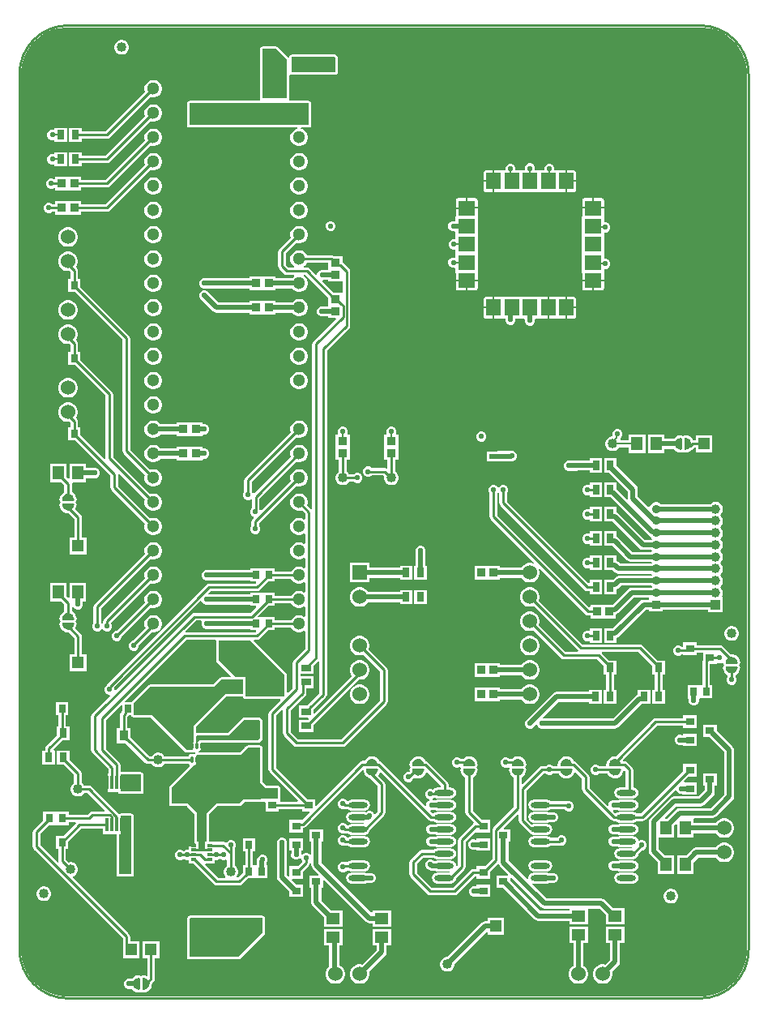
<source format=gtl>
G04*
G04 #@! TF.GenerationSoftware,Altium Limited,Altium Designer,23.8.1 (32)*
G04*
G04 Layer_Physical_Order=1*
G04 Layer_Color=255*
%FSLAX25Y25*%
%MOIN*%
G70*
G04*
G04 #@! TF.SameCoordinates,29178C35-F4AC-4926-8FEA-C3B9FECDB407*
G04*
G04*
G04 #@! TF.FilePolarity,Positive*
G04*
G01*
G75*
%ADD14C,0.01000*%
%ADD16R,0.03543X0.03150*%
%ADD17R,0.01870X0.01181*%
%ADD18R,0.01181X0.05512*%
%ADD19C,0.01000*%
%ADD20R,0.07087X0.01968*%
%ADD21R,0.06693X0.01968*%
%ADD22R,0.05709X0.04724*%
%ADD23R,0.02953X0.03347*%
%ADD24R,0.03150X0.03740*%
%ADD25R,0.03543X0.04134*%
%ADD26R,0.02756X0.03347*%
%ADD27R,0.03150X0.03937*%
%ADD28R,0.04724X0.04724*%
%ADD29O,0.07874X0.02362*%
%ADD30R,0.07087X0.05906*%
%ADD31R,0.05906X0.07087*%
%ADD32R,0.04724X0.05906*%
G04:AMPARAMS|DCode=33|XSize=26.38mil|YSize=11.81mil|CornerRadius=1.95mil|HoleSize=0mil|Usage=FLASHONLY|Rotation=90.000|XOffset=0mil|YOffset=0mil|HoleType=Round|Shape=RoundedRectangle|*
%AMROUNDEDRECTD33*
21,1,0.02638,0.00791,0,0,90.0*
21,1,0.02248,0.01181,0,0,90.0*
1,1,0.00390,0.00396,0.01124*
1,1,0.00390,0.00396,-0.01124*
1,1,0.00390,-0.00396,-0.01124*
1,1,0.00390,-0.00396,0.01124*
%
%ADD33ROUNDEDRECTD33*%
%ADD34R,0.03150X0.04134*%
%ADD35R,0.03740X0.05315*%
%ADD36R,0.06693X0.04528*%
%ADD37C,0.04000*%
%ADD38R,0.03740X0.03347*%
%ADD39R,0.03347X0.03740*%
%ADD40R,0.05315X0.03740*%
%ADD41R,0.03937X0.03150*%
%ADD42R,0.03347X0.02953*%
%ADD43R,0.04724X0.05709*%
%ADD67C,0.06000*%
%ADD70C,0.06181*%
%ADD71C,0.03937*%
%ADD72R,0.03937X0.03937*%
%ADD73C,0.03543*%
%ADD74R,0.03543X0.03543*%
%ADD75R,0.06000X0.06000*%
%ADD76C,0.02000*%
%ADD77C,0.00800*%
%ADD78C,0.01100*%
%ADD79C,0.05118*%
%ADD80R,0.05118X0.05118*%
%ADD81C,0.35433*%
%ADD82C,0.04724*%
%ADD83C,0.02205*%
G36*
X381265Y499297D02*
X383773Y498967D01*
X386216Y498312D01*
X388553Y497344D01*
X390744Y496080D01*
X392751Y494540D01*
X394540Y492751D01*
X396080Y490744D01*
X397344Y488553D01*
X398312Y486216D01*
X398967Y483773D01*
X399297Y481265D01*
Y480000D01*
X399297Y120008D01*
X399297Y118735D01*
X398967Y116227D01*
X398312Y113784D01*
X397344Y111447D01*
X396080Y109256D01*
X394540Y107249D01*
X392751Y105460D01*
X390744Y103920D01*
X388553Y102656D01*
X386216Y101688D01*
X383773Y101033D01*
X381265Y100703D01*
X118735D01*
X116227Y101033D01*
X113784Y101687D01*
X111448Y102655D01*
X109257Y103920D01*
X107250Y105459D01*
X105462Y107248D01*
X103921Y109254D01*
X102657Y111445D01*
X101688Y113781D01*
X101033Y116225D01*
X100703Y118732D01*
X100703Y119997D01*
X100703Y480000D01*
Y481265D01*
X101033Y483773D01*
X101687Y486216D01*
X102655Y488553D01*
X103920Y490743D01*
X105459Y492750D01*
X107248Y494538D01*
X109254Y496078D01*
X111445Y497343D01*
X113781Y498312D01*
X116225Y498967D01*
X118732Y499297D01*
X119997Y499297D01*
X380000Y499297D01*
X381265Y499297D01*
D02*
G37*
%LPC*%
G36*
X142395Y494000D02*
X141605D01*
X140842Y493796D01*
X140158Y493401D01*
X139599Y492842D01*
X139204Y492158D01*
X139000Y491395D01*
Y490605D01*
X139204Y489842D01*
X139599Y489158D01*
X140158Y488599D01*
X140842Y488204D01*
X141605Y488000D01*
X142395D01*
X143158Y488204D01*
X143842Y488599D01*
X144401Y489158D01*
X144796Y489842D01*
X145000Y490605D01*
Y491395D01*
X144796Y492158D01*
X144401Y492842D01*
X143842Y493401D01*
X143158Y493796D01*
X142395Y494000D01*
D02*
G37*
G36*
X205512Y491366D02*
X200000D01*
X199610Y491288D01*
X199279Y491067D01*
X199058Y490737D01*
X198980Y490346D01*
Y470000D01*
X199058Y469610D01*
X199118Y469520D01*
X198851Y469020D01*
X170000D01*
X169610Y468942D01*
X169279Y468721D01*
X169058Y468390D01*
X168980Y468000D01*
Y459000D01*
X169058Y458610D01*
X169279Y458279D01*
X169610Y458058D01*
X170000Y457980D01*
X214181D01*
X214247Y457480D01*
X213628Y457315D01*
X212817Y456846D01*
X212154Y456183D01*
X211685Y455372D01*
X211443Y454467D01*
Y453530D01*
X211685Y452624D01*
X212154Y451813D01*
X212817Y451150D01*
X213628Y450682D01*
X214533Y450439D01*
X215470D01*
X216376Y450682D01*
X217187Y451150D01*
X217850Y451813D01*
X218318Y452624D01*
X218561Y453530D01*
Y454467D01*
X218318Y455372D01*
X217850Y456183D01*
X217187Y456846D01*
X216376Y457315D01*
X215757Y457480D01*
X215823Y457980D01*
X219000D01*
X219390Y458058D01*
X219721Y458279D01*
X219942Y458610D01*
X220020Y459000D01*
Y468000D01*
X219942Y468390D01*
X219721Y468721D01*
X219390Y468942D01*
X219000Y469020D01*
X211149D01*
X210882Y469520D01*
X210942Y469610D01*
X211020Y470000D01*
Y479603D01*
X211520Y479870D01*
X211610Y479810D01*
X212000Y479732D01*
X230000D01*
X230390Y479810D01*
X230721Y480031D01*
X230942Y480362D01*
X231020Y480752D01*
Y486897D01*
X230942Y487287D01*
X230721Y487618D01*
X230390Y487839D01*
X230390Y487839D01*
X230142Y487942D01*
X230142Y487942D01*
X229752Y488020D01*
X212000D01*
X211610Y487942D01*
X211279Y487721D01*
X211058Y487390D01*
X210985Y487022D01*
X210917Y486977D01*
X210480Y486820D01*
X206233Y491067D01*
X205902Y491288D01*
X205512Y491366D01*
D02*
G37*
G36*
X155467Y477561D02*
X154530D01*
X153624Y477318D01*
X152813Y476850D01*
X152150Y476187D01*
X151682Y475376D01*
X151439Y474470D01*
Y473533D01*
X151635Y472802D01*
X135363Y456529D01*
X125528D01*
Y457969D01*
X120378D01*
Y452032D01*
X125528D01*
Y453471D01*
X135996D01*
X136582Y453587D01*
X137078Y453919D01*
X153798Y470639D01*
X154530Y470443D01*
X155467D01*
X156372Y470685D01*
X157184Y471154D01*
X157846Y471816D01*
X158315Y472628D01*
X158557Y473533D01*
Y474470D01*
X158315Y475376D01*
X157846Y476187D01*
X157184Y476850D01*
X156372Y477318D01*
X155467Y477561D01*
D02*
G37*
G36*
Y467561D02*
X154530D01*
X153624Y467318D01*
X152813Y466850D01*
X152150Y466187D01*
X151682Y465376D01*
X151439Y464470D01*
Y463533D01*
X151635Y462802D01*
X135363Y446529D01*
X125528D01*
Y447968D01*
X120378D01*
Y442031D01*
X125528D01*
Y443471D01*
X135996D01*
X136582Y443587D01*
X137078Y443919D01*
X153798Y460639D01*
X154530Y460443D01*
X155467D01*
X156372Y460685D01*
X157184Y461154D01*
X157846Y461817D01*
X158315Y462628D01*
X158557Y463533D01*
Y464470D01*
X158315Y465376D01*
X157846Y466187D01*
X157184Y466850D01*
X156372Y467318D01*
X155467Y467561D01*
D02*
G37*
G36*
X119622Y457969D02*
X114472D01*
Y457324D01*
X114057Y457047D01*
X113922Y457102D01*
X113086D01*
X112313Y456782D01*
X111722Y456191D01*
X111402Y455418D01*
Y454582D01*
X111722Y453809D01*
X112313Y453218D01*
X113086Y452898D01*
X113922D01*
X114057Y452953D01*
X114472Y452676D01*
Y452032D01*
X119622D01*
Y457969D01*
D02*
G37*
G36*
X155467Y457561D02*
X154530D01*
X153624Y457318D01*
X152813Y456850D01*
X152150Y456187D01*
X151682Y455376D01*
X151439Y454470D01*
Y453533D01*
X151635Y452802D01*
X135363Y436529D01*
X125232D01*
Y437870D01*
X114768D01*
Y436913D01*
X114268Y436705D01*
X114191Y436782D01*
X113418Y437102D01*
X112582D01*
X111809Y436782D01*
X111218Y436191D01*
X110898Y435418D01*
Y434582D01*
X111218Y433809D01*
X111809Y433218D01*
X112582Y432898D01*
X113418D01*
X114191Y433218D01*
X114268Y433294D01*
X114768Y433087D01*
Y432130D01*
X125232D01*
Y433471D01*
X135996D01*
X136582Y433587D01*
X137078Y433919D01*
X153798Y450639D01*
X154530Y450443D01*
X155467D01*
X156372Y450685D01*
X157184Y451154D01*
X157846Y451817D01*
X158315Y452628D01*
X158557Y453533D01*
Y454470D01*
X158315Y455376D01*
X157846Y456187D01*
X157184Y456850D01*
X156372Y457318D01*
X155467Y457561D01*
D02*
G37*
G36*
X119622Y447968D02*
X114472D01*
Y447324D01*
X114057Y447047D01*
X113922Y447102D01*
X113086D01*
X112313Y446782D01*
X111722Y446191D01*
X111402Y445418D01*
Y444582D01*
X111722Y443809D01*
X112313Y443218D01*
X113086Y442898D01*
X113922D01*
X114057Y442953D01*
X114472Y442676D01*
Y442031D01*
X119622D01*
Y447968D01*
D02*
G37*
G36*
X310418Y443402D02*
X309582D01*
X308809Y443082D01*
X308218Y442490D01*
X307898Y441717D01*
Y440881D01*
X307662Y440527D01*
X304139D01*
X304102Y440582D01*
Y441418D01*
X303782Y442191D01*
X303191Y442782D01*
X302418Y443102D01*
X301582D01*
X300809Y442782D01*
X300218Y442191D01*
X299898Y441418D01*
Y440582D01*
X299861Y440527D01*
X298567D01*
X298567Y440528D01*
X298067Y440506D01*
X298000Y440520D01*
X292000D01*
X291610Y440442D01*
X291279Y440221D01*
X291058Y439890D01*
X290980Y439500D01*
Y432500D01*
X291058Y432110D01*
X291279Y431779D01*
X291610Y431558D01*
X292000Y431480D01*
X298000D01*
X298067Y431494D01*
X298567Y431441D01*
X298567Y431441D01*
X298567Y431441D01*
X321433D01*
X321433Y431441D01*
Y431441D01*
X321933Y431494D01*
X322000Y431480D01*
X328000D01*
X328390Y431558D01*
X328721Y431779D01*
X328942Y432110D01*
X329020Y432500D01*
Y439500D01*
X328942Y439890D01*
X328721Y440221D01*
X328390Y440442D01*
X328000Y440520D01*
X322000D01*
X321933Y440506D01*
X321433Y440528D01*
X321433Y440528D01*
X321433Y440527D01*
X320139D01*
X320102Y440582D01*
Y441418D01*
X319782Y442191D01*
X319191Y442782D01*
X318418Y443102D01*
X317582D01*
X316809Y442782D01*
X316218Y442191D01*
X315898Y441418D01*
Y440582D01*
X315861Y440527D01*
X312338D01*
X312102Y440881D01*
Y441717D01*
X311782Y442490D01*
X311191Y443082D01*
X310418Y443402D01*
D02*
G37*
G36*
X155467Y447561D02*
X154530D01*
X153624Y447318D01*
X152813Y446850D01*
X152150Y446187D01*
X151682Y445376D01*
X151439Y444470D01*
Y443533D01*
X151635Y442802D01*
X135363Y426529D01*
X125232D01*
Y427870D01*
X114768D01*
Y426529D01*
X113444D01*
X113191Y426782D01*
X112418Y427102D01*
X111582D01*
X110809Y426782D01*
X110218Y426191D01*
X109898Y425418D01*
Y424582D01*
X110218Y423809D01*
X110809Y423218D01*
X111582Y422898D01*
X112418D01*
X113191Y423218D01*
X113444Y423471D01*
X114768D01*
Y422130D01*
X125232D01*
Y423471D01*
X135996D01*
X136582Y423587D01*
X137078Y423919D01*
X153798Y440639D01*
X154530Y440443D01*
X155467D01*
X156372Y440685D01*
X157184Y441154D01*
X157846Y441817D01*
X158315Y442628D01*
X158557Y443533D01*
Y444470D01*
X158315Y445376D01*
X157846Y446187D01*
X157184Y446850D01*
X156372Y447318D01*
X155467Y447561D01*
D02*
G37*
G36*
X215470Y447557D02*
X214533D01*
X213628Y447315D01*
X212817Y446846D01*
X212154Y446183D01*
X211685Y445372D01*
X211443Y444467D01*
Y443530D01*
X211685Y442624D01*
X212154Y441813D01*
X212817Y441150D01*
X213628Y440682D01*
X214533Y440439D01*
X215470D01*
X216376Y440682D01*
X217187Y441150D01*
X217850Y441813D01*
X218318Y442624D01*
X218561Y443530D01*
Y444467D01*
X218318Y445372D01*
X217850Y446183D01*
X217187Y446846D01*
X216376Y447315D01*
X215470Y447557D01*
D02*
G37*
G36*
X155467Y437561D02*
X154530D01*
X153624Y437318D01*
X152813Y436850D01*
X152150Y436187D01*
X151682Y435376D01*
X151439Y434470D01*
Y433533D01*
X151682Y432628D01*
X152150Y431816D01*
X152813Y431154D01*
X153624Y430685D01*
X154530Y430443D01*
X155467D01*
X156372Y430685D01*
X157184Y431154D01*
X157846Y431816D01*
X158315Y432628D01*
X158557Y433533D01*
Y434470D01*
X158315Y435376D01*
X157846Y436187D01*
X157184Y436850D01*
X156372Y437318D01*
X155467Y437561D01*
D02*
G37*
G36*
X215470Y437557D02*
X214533D01*
X213628Y437315D01*
X212817Y436846D01*
X212154Y436184D01*
X211685Y435372D01*
X211443Y434467D01*
Y433530D01*
X211685Y432624D01*
X212154Y431813D01*
X212817Y431150D01*
X213628Y430682D01*
X214533Y430439D01*
X215470D01*
X216376Y430682D01*
X217187Y431150D01*
X217850Y431813D01*
X218318Y432624D01*
X218561Y433530D01*
Y434467D01*
X218318Y435372D01*
X217850Y436184D01*
X217187Y436846D01*
X216376Y437315D01*
X215470Y437557D01*
D02*
G37*
G36*
X155467Y427561D02*
X154530D01*
X153624Y427318D01*
X152813Y426850D01*
X152150Y426187D01*
X151682Y425376D01*
X151439Y424470D01*
Y423533D01*
X151682Y422628D01*
X152150Y421816D01*
X152813Y421154D01*
X153624Y420685D01*
X154530Y420443D01*
X155467D01*
X156372Y420685D01*
X157184Y421154D01*
X157846Y421816D01*
X158315Y422628D01*
X158557Y423533D01*
Y424470D01*
X158315Y425376D01*
X157846Y426187D01*
X157184Y426850D01*
X156372Y427318D01*
X155467Y427561D01*
D02*
G37*
G36*
X215470Y427557D02*
X214533D01*
X213628Y427315D01*
X212817Y426846D01*
X212154Y426184D01*
X211685Y425372D01*
X211443Y424467D01*
Y423530D01*
X211685Y422624D01*
X212154Y421813D01*
X212817Y421150D01*
X213628Y420682D01*
X214533Y420439D01*
X215470D01*
X216376Y420682D01*
X217187Y421150D01*
X217850Y421813D01*
X218318Y422624D01*
X218561Y423530D01*
Y424467D01*
X218318Y425372D01*
X217850Y426184D01*
X217187Y426846D01*
X216376Y427315D01*
X215470Y427557D01*
D02*
G37*
G36*
X287500Y429020D02*
X280500D01*
X280110Y428942D01*
X279779Y428721D01*
X279558Y428390D01*
X279480Y428000D01*
Y422000D01*
X279494Y421933D01*
X279472Y421433D01*
X279472Y421433D01*
X279472Y421433D01*
Y419751D01*
X278972Y419552D01*
X278899Y419583D01*
X278062D01*
X277289Y419263D01*
X276698Y418671D01*
X276378Y417899D01*
Y417062D01*
X276698Y416289D01*
X277289Y415698D01*
X278062Y415378D01*
X278899D01*
X278972Y415409D01*
X279472Y415209D01*
Y412339D01*
X279119Y412102D01*
X278283D01*
X277510Y411782D01*
X276919Y411191D01*
X276598Y410418D01*
Y409582D01*
X276919Y408809D01*
X277510Y408218D01*
X278283Y407898D01*
X279119D01*
X279472Y407661D01*
Y404851D01*
X279057Y404573D01*
X278938Y404622D01*
X278101D01*
X277329Y404302D01*
X276737Y403711D01*
X276417Y402938D01*
Y402102D01*
X276737Y401329D01*
X277329Y400737D01*
X278101Y400417D01*
X278938D01*
X279057Y400467D01*
X279472Y400189D01*
Y398567D01*
X279472Y398567D01*
X279494Y398067D01*
X279480Y398000D01*
Y392000D01*
X279558Y391610D01*
X279779Y391279D01*
X280110Y391058D01*
X280500Y390980D01*
X287500D01*
X287890Y391058D01*
X288221Y391279D01*
X288442Y391610D01*
X288520Y392000D01*
Y398000D01*
X288506Y398067D01*
X288559Y398567D01*
X288559Y398567D01*
X288559Y398567D01*
Y406047D01*
Y413528D01*
Y421433D01*
X288559Y421433D01*
X288559D01*
X288506Y421933D01*
X288520Y422000D01*
Y428000D01*
X288442Y428390D01*
X288221Y428721D01*
X287890Y428942D01*
X287500Y429020D01*
D02*
G37*
G36*
X228418Y419602D02*
X227582D01*
X226809Y419282D01*
X226218Y418691D01*
X225898Y417918D01*
Y417082D01*
X226218Y416309D01*
X226809Y415718D01*
X227582Y415398D01*
X228418D01*
X229191Y415718D01*
X229782Y416309D01*
X230102Y417082D01*
Y417918D01*
X229782Y418691D01*
X229191Y419282D01*
X228418Y419602D01*
D02*
G37*
G36*
X155467Y417561D02*
X154530D01*
X153624Y417318D01*
X152813Y416850D01*
X152150Y416187D01*
X151682Y415376D01*
X151439Y414470D01*
Y413533D01*
X151682Y412628D01*
X152150Y411817D01*
X152813Y411154D01*
X153624Y410685D01*
X154530Y410443D01*
X155467D01*
X156372Y410685D01*
X157184Y411154D01*
X157846Y411817D01*
X158315Y412628D01*
X158557Y413533D01*
Y414470D01*
X158315Y415376D01*
X157846Y416187D01*
X157184Y416850D01*
X156372Y417318D01*
X155467Y417561D01*
D02*
G37*
G36*
X215470Y417557D02*
X214533D01*
X213628Y417315D01*
X212817Y416846D01*
X212154Y416184D01*
X211685Y415372D01*
X211443Y414467D01*
Y413530D01*
X211639Y412798D01*
X206919Y408078D01*
X206587Y407582D01*
X206471Y406996D01*
Y401000D01*
X206587Y400415D01*
X206919Y399919D01*
X208919Y397919D01*
X209415Y397587D01*
X210000Y397471D01*
X212898D01*
X213032Y396971D01*
X212817Y396846D01*
X212154Y396183D01*
X212070Y396038D01*
X205232D01*
Y396870D01*
X194768D01*
Y396039D01*
X176571D01*
X176418Y396102D01*
X175582D01*
X174809Y395782D01*
X174218Y395191D01*
X173898Y394418D01*
Y393582D01*
X174218Y392809D01*
X174809Y392218D01*
X175582Y391898D01*
X176418D01*
X176571Y391961D01*
X194768D01*
Y391130D01*
X205232D01*
Y391960D01*
X212069D01*
X212154Y391813D01*
X212817Y391150D01*
X213628Y390682D01*
X214533Y390439D01*
X215470D01*
X216376Y390682D01*
X217187Y391150D01*
X217850Y391813D01*
X218318Y392624D01*
X218561Y393530D01*
Y394467D01*
X218318Y395372D01*
X217850Y396183D01*
X217187Y396846D01*
X216972Y396971D01*
X217106Y397471D01*
X217729D01*
X227130Y388069D01*
Y384480D01*
X225012D01*
X224859Y384543D01*
X224023D01*
X223250Y384223D01*
X222659Y383632D01*
X222339Y382859D01*
Y382023D01*
X222659Y381250D01*
X223250Y380659D01*
X224023Y380339D01*
X224859D01*
X225012Y380402D01*
X227130D01*
Y379768D01*
X229952D01*
X230143Y379306D01*
X220919Y370081D01*
X220587Y369585D01*
X220471Y369000D01*
Y301399D01*
X219971Y301192D01*
X218365Y302798D01*
X218561Y303530D01*
Y304467D01*
X218318Y305372D01*
X217850Y306184D01*
X217187Y306846D01*
X216376Y307315D01*
X215470Y307557D01*
X214533D01*
X213628Y307315D01*
X212817Y306846D01*
X212154Y306184D01*
X211685Y305372D01*
X211443Y304467D01*
Y303530D01*
X211685Y302624D01*
X212154Y301813D01*
X212817Y301150D01*
X213628Y300682D01*
X214533Y300439D01*
X215470D01*
X216202Y300635D01*
X217531Y299306D01*
Y297156D01*
X217032Y296936D01*
X216376Y297315D01*
X215470Y297557D01*
X214533D01*
X213628Y297315D01*
X212817Y296846D01*
X212154Y296183D01*
X211685Y295372D01*
X211443Y294467D01*
Y293530D01*
X211685Y292624D01*
X212154Y291813D01*
X212817Y291150D01*
X213628Y290682D01*
X214533Y290439D01*
X215470D01*
X216376Y290682D01*
X217032Y291060D01*
X217531Y290840D01*
Y287156D01*
X217032Y286936D01*
X216376Y287315D01*
X215470Y287557D01*
X214533D01*
X213628Y287315D01*
X212817Y286846D01*
X212154Y286184D01*
X211685Y285372D01*
X211443Y284467D01*
Y283530D01*
X211685Y282624D01*
X212154Y281813D01*
X212817Y281150D01*
X213628Y280682D01*
X214533Y280439D01*
X215470D01*
X216376Y280682D01*
X217032Y281060D01*
X217531Y280840D01*
Y277156D01*
X217032Y276936D01*
X216376Y277315D01*
X215470Y277557D01*
X214533D01*
X213628Y277315D01*
X212817Y276846D01*
X212154Y276184D01*
X211775Y275528D01*
X205035D01*
Y276673D01*
X200417D01*
X200083Y276673D01*
Y276673D01*
X199917D01*
Y276673D01*
X194965D01*
Y276039D01*
X177571D01*
X177418Y276102D01*
X176582D01*
X175809Y275782D01*
X175218Y275191D01*
X174898Y274418D01*
Y273582D01*
X175218Y272809D01*
X175809Y272218D01*
X176582Y271898D01*
X177418D01*
X177571Y271961D01*
X194965D01*
Y271327D01*
X197266D01*
X197458Y270865D01*
X197122Y270529D01*
X178000D01*
X177415Y270413D01*
X176919Y270081D01*
X136149Y229312D01*
X135818Y228816D01*
X135811Y228783D01*
X135809Y228782D01*
X135218Y228191D01*
X134898Y227418D01*
Y226582D01*
X135218Y225809D01*
X135809Y225218D01*
X136582Y224898D01*
X137028D01*
X137235Y224398D01*
X129919Y217081D01*
X129587Y216585D01*
X129471Y216000D01*
Y202000D01*
X129587Y201415D01*
X129919Y200919D01*
X136502Y194335D01*
Y192417D01*
X136441D01*
Y184906D01*
X140590D01*
X140649Y184610D01*
X140870Y184279D01*
X141200Y184058D01*
X141591Y183980D01*
X150000D01*
X150390Y184058D01*
X150721Y184279D01*
X150942Y184610D01*
X151020Y185000D01*
Y192000D01*
X150942Y192390D01*
X150721Y192721D01*
X150390Y192942D01*
X150000Y193020D01*
X141591D01*
X141529Y193070D01*
Y196000D01*
X141413Y196585D01*
X141081Y197081D01*
X135529Y202634D01*
Y214367D01*
X141700Y220537D01*
X142161Y220345D01*
Y218325D01*
X142131Y218172D01*
Y217941D01*
X141737Y217547D01*
X141394Y217034D01*
X141274Y216429D01*
Y211067D01*
X140083D01*
Y204933D01*
X143686D01*
X151737Y196882D01*
X152250Y196540D01*
X152854Y196420D01*
X154448D01*
X154599Y196158D01*
X155158Y195599D01*
X155842Y195204D01*
X156605Y195000D01*
X157395D01*
X158158Y195204D01*
X158842Y195599D01*
X159401Y196158D01*
X159552Y196420D01*
X169562D01*
X169774Y196101D01*
X169881Y196030D01*
X169965Y195407D01*
X161933Y187374D01*
X161712Y187044D01*
X161634Y186653D01*
Y180000D01*
X161712Y179610D01*
X161933Y179279D01*
X162263Y179058D01*
X162654Y178980D01*
X168928D01*
X168937Y178968D01*
X171980Y175924D01*
Y164543D01*
X172058Y164153D01*
X172279Y163822D01*
X172610Y163601D01*
X172616Y163600D01*
Y162575D01*
X169766D01*
Y161764D01*
X169758Y161752D01*
X169716Y161542D01*
X169434Y161118D01*
X168598D01*
X167825Y160798D01*
X167615Y160588D01*
X167385D01*
X167191Y160782D01*
X166418Y161102D01*
X165582D01*
X164809Y160782D01*
X164218Y160191D01*
X163898Y159418D01*
Y158582D01*
X164218Y157809D01*
X164809Y157218D01*
X165582Y156898D01*
X166418D01*
X167191Y157218D01*
X167401Y157428D01*
X167631D01*
X167825Y157233D01*
X168598Y156913D01*
X169434D01*
X169766Y156692D01*
Y155457D01*
X171473D01*
X180011Y146919D01*
X180507Y146587D01*
X181093Y146471D01*
X190441D01*
X191026Y146587D01*
X191522Y146919D01*
X193931Y149327D01*
X196583D01*
X196917Y149327D01*
X197417Y149327D01*
X202035D01*
Y154673D01*
X201598D01*
Y155625D01*
X201782Y155809D01*
X202102Y156582D01*
Y157418D01*
X201782Y158191D01*
X201191Y158782D01*
X200418Y159102D01*
X199582D01*
X198809Y158782D01*
X198218Y158191D01*
X198114Y157941D01*
X197675Y157284D01*
X197520Y156504D01*
Y155027D01*
X197166Y154673D01*
X196324Y154673D01*
X195970Y155027D01*
Y160327D01*
X196917D01*
Y165673D01*
X191965D01*
Y160327D01*
X192912D01*
Y154673D01*
X191965D01*
Y151687D01*
X189941Y149663D01*
X189652Y149702D01*
X189514Y149952D01*
X189441Y150227D01*
X189796Y150842D01*
X190000Y151605D01*
Y152395D01*
X189796Y153158D01*
X189401Y153842D01*
X188842Y154401D01*
X188529Y154581D01*
Y159680D01*
Y161556D01*
X188782Y161809D01*
X189102Y162582D01*
Y163418D01*
X188782Y164191D01*
X188191Y164782D01*
X187418Y165102D01*
X186582D01*
X185809Y164782D01*
X185289Y164262D01*
X185120Y164182D01*
X184654Y164137D01*
X184313Y164366D01*
X183728Y164482D01*
X180234D01*
Y164543D01*
X178020D01*
Y175578D01*
X181422Y178980D01*
X190232D01*
X190622Y179058D01*
X190953Y179279D01*
X192542Y180868D01*
X200972Y180936D01*
X201327Y180584D01*
Y176965D01*
X206673D01*
Y177912D01*
X216327D01*
Y176965D01*
X219148D01*
X219340Y176503D01*
X216152Y173315D01*
X211094D01*
Y168165D01*
X216638D01*
Y170028D01*
X217122Y170124D01*
X217618Y170456D01*
X240988Y193826D01*
X241516Y193646D01*
X241590Y193086D01*
X241843Y192476D01*
X241855Y192415D01*
X241890Y192362D01*
X241943Y192235D01*
X242504Y191504D01*
X243235Y190943D01*
X244086Y190590D01*
X244271Y190566D01*
X247471Y187366D01*
Y176953D01*
X246372Y175854D01*
X245881Y175952D01*
X245782Y176191D01*
X245191Y176782D01*
X244418Y177102D01*
X243582D01*
X242809Y176782D01*
X242635Y176609D01*
X242619D01*
X242039Y176724D01*
X236528D01*
X235677Y176555D01*
X234955Y176073D01*
X234473Y175351D01*
X234304Y174500D01*
X234473Y173649D01*
X234955Y172927D01*
X235677Y172445D01*
X236528Y172276D01*
X241615D01*
X241871Y171776D01*
X241833Y171724D01*
X236528D01*
X235677Y171555D01*
X235282Y171291D01*
X234810Y171196D01*
X234589Y171384D01*
X234191Y171782D01*
X233418Y172102D01*
X232582D01*
X231809Y171782D01*
X231218Y171191D01*
X230898Y170418D01*
Y169582D01*
X231218Y168809D01*
X231809Y168218D01*
X232582Y167898D01*
X233418D01*
X233669Y168002D01*
X233826Y167971D01*
X234926D01*
X234955Y167928D01*
X235677Y167446D01*
X236528Y167276D01*
X242039D01*
X242890Y167446D01*
X243612Y167928D01*
X244094Y168649D01*
X244243Y169400D01*
X250081Y175238D01*
X250413Y175734D01*
X250529Y176320D01*
Y188000D01*
X250413Y188585D01*
X250081Y189081D01*
X247567Y191596D01*
X248057Y192235D01*
X248238Y192672D01*
X248828Y192789D01*
X268198Y173419D01*
X268694Y173087D01*
X269280Y172971D01*
X270359D01*
X270388Y172927D01*
X271110Y172445D01*
X271961Y172276D01*
X277472D01*
X278324Y172445D01*
X279045Y172927D01*
X279527Y173649D01*
X279696Y174500D01*
X279527Y175351D01*
X279045Y176073D01*
X278324Y176555D01*
X277472Y176724D01*
X271961D01*
X271110Y176555D01*
X270388Y176073D01*
X269892Y176050D01*
X269019Y176924D01*
X269252Y177398D01*
X269918D01*
X270071Y177461D01*
X271087D01*
X271110Y177445D01*
X271961Y177276D01*
X277472D01*
X278324Y177445D01*
X279045Y177927D01*
X279527Y178649D01*
X279696Y179500D01*
X279527Y180351D01*
X279045Y181072D01*
X278324Y181554D01*
X277472Y181724D01*
X271961D01*
X271110Y181554D01*
X271087Y181539D01*
X270071D01*
X269965Y181583D01*
X269917Y181745D01*
X269912Y182102D01*
X270191Y182218D01*
X270683Y182710D01*
X270714D01*
X271110Y182446D01*
X271961Y182276D01*
X277472D01*
X278324Y182446D01*
X279045Y182928D01*
X279527Y183649D01*
X279696Y184500D01*
X279527Y185351D01*
X279045Y186073D01*
X278324Y186555D01*
X277472Y186724D01*
X276529D01*
Y188000D01*
X276413Y188585D01*
X276081Y189081D01*
X267956Y197207D01*
X267460Y197538D01*
X267133Y197603D01*
X267110Y197638D01*
X267057Y197765D01*
X266496Y198496D01*
X265765Y199057D01*
X264914Y199410D01*
X264000Y199530D01*
X263086Y199410D01*
X262735Y199264D01*
X262592Y199236D01*
X262471Y199155D01*
X262235Y199057D01*
X261504Y198496D01*
X260943Y197765D01*
X260590Y196914D01*
X260470Y196000D01*
X260471D01*
X260587Y195415D01*
X260864Y195000D01*
X260587Y194585D01*
X260471Y194000D01*
X260470D01*
X260537Y193490D01*
X260182Y193102D01*
X259582D01*
X258809Y192782D01*
X258218Y192191D01*
X257898Y191418D01*
Y190582D01*
X258218Y189809D01*
X258809Y189218D01*
X259582Y188898D01*
X260418D01*
X261191Y189218D01*
X261782Y189809D01*
X262079Y190526D01*
X262452Y190790D01*
X262514Y190827D01*
X263086Y190590D01*
X264000Y190470D01*
X264914Y190590D01*
X265765Y190943D01*
X266496Y191504D01*
X267057Y192235D01*
X267303Y192827D01*
X267872Y192965D01*
X273471Y187366D01*
Y186724D01*
X271961D01*
X271110Y186555D01*
X270388Y186073D01*
X270195Y185783D01*
X270191Y185782D01*
X269418Y186102D01*
X268582D01*
X267809Y185782D01*
X267218Y185191D01*
X266898Y184418D01*
Y183582D01*
X267218Y182809D01*
X267809Y182218D01*
X268535Y181917D01*
X268583Y181755D01*
X268588Y181398D01*
X268309Y181282D01*
X267718Y180691D01*
X267398Y179918D01*
Y179252D01*
X266924Y179019D01*
X248861Y197081D01*
X248365Y197413D01*
X248189Y197448D01*
X248057Y197765D01*
X247496Y198496D01*
X246765Y199057D01*
X245914Y199410D01*
X245000Y199530D01*
X244994Y199529D01*
X244879D01*
X244653Y199485D01*
X244086Y199410D01*
X243235Y199057D01*
X242504Y198496D01*
X241943Y197765D01*
X241897Y197655D01*
X241125D01*
X240540Y197538D01*
X240044Y197207D01*
X222135Y179298D01*
X221673Y179489D01*
Y181917D01*
X218490D01*
X205529Y194878D01*
Y216367D01*
X207971Y218808D01*
X208471Y218601D01*
Y209000D01*
X208587Y208415D01*
X208919Y207919D01*
X212919Y203919D01*
X213415Y203587D01*
X214000Y203471D01*
X233000D01*
X233585Y203587D01*
X234081Y203919D01*
X251081Y220919D01*
X251413Y221415D01*
X251529Y222000D01*
Y235000D01*
X251413Y235585D01*
X251081Y236081D01*
X243720Y243443D01*
X243727Y243456D01*
X244000Y244473D01*
Y245527D01*
X243727Y246544D01*
X243201Y247456D01*
X242456Y248201D01*
X241544Y248727D01*
X240527Y249000D01*
X239473D01*
X238456Y248727D01*
X237544Y248201D01*
X236799Y247456D01*
X236273Y246544D01*
X236000Y245527D01*
Y244473D01*
X236273Y243456D01*
X236799Y242544D01*
X237544Y241799D01*
X238456Y241273D01*
X239473Y241000D01*
X240527D01*
X241544Y241273D01*
X241557Y241280D01*
X248471Y234366D01*
Y222634D01*
X232366Y206529D01*
X214633D01*
X211529Y209633D01*
Y218367D01*
X217613Y224450D01*
X217945Y224946D01*
X218061Y225532D01*
Y227472D01*
X220969D01*
Y232622D01*
X215529D01*
Y233378D01*
X220969D01*
Y236758D01*
X222971Y238760D01*
X223408Y238623D01*
X223471Y238576D01*
Y225586D01*
X218412Y220528D01*
X215032D01*
Y215378D01*
X218754D01*
X218964Y214901D01*
X218740Y214622D01*
X215032D01*
Y209472D01*
X220969D01*
Y212459D01*
X239509Y231000D01*
X240527D01*
X241544Y231273D01*
X242456Y231799D01*
X243201Y232544D01*
X243727Y233456D01*
X244000Y234473D01*
Y235527D01*
X243727Y236544D01*
X243201Y237456D01*
X242456Y238201D01*
X241544Y238727D01*
X240527Y239000D01*
X239473D01*
X238456Y238727D01*
X237544Y238201D01*
X236799Y237456D01*
X236273Y236544D01*
X236000Y235527D01*
Y234473D01*
X236273Y233456D01*
X236773Y232589D01*
X221430Y217247D01*
X220969Y217438D01*
Y218758D01*
X226081Y223871D01*
X226413Y224367D01*
X226529Y224953D01*
Y366367D01*
X235593Y375430D01*
X235925Y375926D01*
X236041Y376512D01*
Y398902D01*
X235925Y399488D01*
X235593Y399984D01*
X233110Y402467D01*
X232870Y402628D01*
Y405232D01*
X229217D01*
X228949Y405411D01*
X228364Y405528D01*
X218229D01*
X217850Y406183D01*
X217187Y406846D01*
X216376Y407315D01*
X215470Y407557D01*
X214533D01*
X213628Y407315D01*
X212817Y406846D01*
X212154Y406183D01*
X211685Y405372D01*
X211443Y404467D01*
Y403530D01*
X211685Y402624D01*
X212154Y401813D01*
X212817Y401150D01*
X213026Y401029D01*
X212892Y400529D01*
X210633D01*
X209529Y401634D01*
Y406363D01*
X213802Y410635D01*
X214533Y410439D01*
X215470D01*
X216376Y410682D01*
X217187Y411150D01*
X217850Y411813D01*
X218318Y412624D01*
X218561Y413530D01*
Y414467D01*
X218318Y415372D01*
X217850Y416184D01*
X217187Y416846D01*
X216376Y417315D01*
X215470Y417557D01*
D02*
G37*
G36*
X120527Y417000D02*
X119473D01*
X118456Y416727D01*
X117544Y416201D01*
X116799Y415456D01*
X116273Y414544D01*
X116000Y413527D01*
Y412473D01*
X116273Y411456D01*
X116799Y410544D01*
X117544Y409799D01*
X118456Y409273D01*
X119473Y409000D01*
X120527D01*
X121544Y409273D01*
X122456Y409799D01*
X123201Y410544D01*
X123727Y411456D01*
X124000Y412473D01*
Y413527D01*
X123727Y414544D01*
X123201Y415456D01*
X122456Y416201D01*
X121544Y416727D01*
X120527Y417000D01*
D02*
G37*
G36*
X155467Y407561D02*
X154530D01*
X153624Y407318D01*
X152813Y406850D01*
X152150Y406187D01*
X151682Y405376D01*
X151439Y404470D01*
Y403533D01*
X151682Y402628D01*
X152150Y401817D01*
X152813Y401154D01*
X153624Y400685D01*
X154530Y400443D01*
X155467D01*
X156372Y400685D01*
X157184Y401154D01*
X157846Y401817D01*
X158315Y402628D01*
X158557Y403533D01*
Y404470D01*
X158315Y405376D01*
X157846Y406187D01*
X157184Y406850D01*
X156372Y407318D01*
X155467Y407561D01*
D02*
G37*
G36*
X339500Y429020D02*
X332500D01*
X332110Y428942D01*
X331779Y428721D01*
X331558Y428390D01*
X331480Y428000D01*
Y422000D01*
X331494Y421933D01*
X331441Y421433D01*
X331441Y421433D01*
X331441Y421433D01*
Y413528D01*
Y406047D01*
Y398567D01*
X331441Y398567D01*
X331441D01*
X331494Y398067D01*
X331480Y398000D01*
Y392000D01*
X331558Y391610D01*
X331779Y391279D01*
X332110Y391058D01*
X332500Y390980D01*
X339500D01*
X339890Y391058D01*
X340221Y391279D01*
X340442Y391610D01*
X340520Y392000D01*
Y398000D01*
X340506Y398067D01*
X340528Y398567D01*
X340528Y398567D01*
X340528Y398567D01*
Y399861D01*
X340582Y399898D01*
X341418D01*
X342191Y400218D01*
X342782Y400809D01*
X343102Y401582D01*
Y402418D01*
X342782Y403191D01*
X342191Y403782D01*
X341418Y404102D01*
X340582D01*
X340528Y404139D01*
Y406047D01*
Y413528D01*
Y414861D01*
X340582Y414898D01*
X341418D01*
X342191Y415218D01*
X342782Y415809D01*
X343102Y416582D01*
Y417418D01*
X342782Y418191D01*
X342191Y418782D01*
X341418Y419102D01*
X340582D01*
X340528Y419139D01*
Y421433D01*
X340528Y421433D01*
X340506Y421933D01*
X340520Y422000D01*
Y428000D01*
X340442Y428390D01*
X340221Y428721D01*
X339890Y428942D01*
X339500Y429020D01*
D02*
G37*
G36*
X155467Y397561D02*
X154530D01*
X153624Y397318D01*
X152813Y396850D01*
X152150Y396187D01*
X151682Y395376D01*
X151439Y394470D01*
Y393533D01*
X151682Y392628D01*
X152150Y391816D01*
X152813Y391154D01*
X153624Y390685D01*
X154530Y390443D01*
X155467D01*
X156372Y390685D01*
X157184Y391154D01*
X157846Y391816D01*
X158315Y392628D01*
X158557Y393533D01*
Y394470D01*
X158315Y395376D01*
X157846Y396187D01*
X157184Y396850D01*
X156372Y397318D01*
X155467Y397561D01*
D02*
G37*
G36*
X313953Y388559D02*
X313953Y388559D01*
X298567D01*
X298567Y388559D01*
Y388559D01*
X298067Y388506D01*
X298000Y388520D01*
X292000D01*
X291610Y388442D01*
X291279Y388221D01*
X291058Y387890D01*
X290980Y387500D01*
Y380500D01*
X291058Y380110D01*
X291279Y379779D01*
X291610Y379558D01*
X292000Y379480D01*
X298000D01*
X298067Y379494D01*
X298567Y379472D01*
X298567Y379472D01*
X298567Y379472D01*
X299861D01*
X299898Y379418D01*
Y378582D01*
X300218Y377809D01*
X300809Y377218D01*
X301582Y376898D01*
X302418D01*
X303191Y377218D01*
X303782Y377809D01*
X304102Y378582D01*
Y379418D01*
X304139Y379472D01*
X307508D01*
X307898Y379119D01*
Y378283D01*
X308218Y377510D01*
X308809Y376919D01*
X309582Y376598D01*
X310418D01*
X311191Y376919D01*
X311782Y377510D01*
X312102Y378283D01*
Y379119D01*
X312491Y379472D01*
X313953D01*
X313953Y379472D01*
Y379472D01*
X314453Y379490D01*
X314500Y379480D01*
X328000D01*
X328390Y379558D01*
X328721Y379779D01*
X328942Y380110D01*
X329020Y380500D01*
Y387500D01*
X328942Y387890D01*
X328721Y388221D01*
X328390Y388442D01*
X328000Y388520D01*
X314500D01*
X314453Y388510D01*
X313953Y388559D01*
X313953Y388559D01*
D02*
G37*
G36*
X155467Y387561D02*
X154530D01*
X153624Y387318D01*
X152813Y386850D01*
X152150Y386187D01*
X151682Y385376D01*
X151439Y384470D01*
Y383533D01*
X151682Y382628D01*
X152150Y381817D01*
X152813Y381154D01*
X153624Y380685D01*
X154530Y380443D01*
X155467D01*
X156372Y380685D01*
X157184Y381154D01*
X157846Y381817D01*
X158315Y382628D01*
X158557Y383533D01*
Y384470D01*
X158315Y385376D01*
X157846Y386187D01*
X157184Y386850D01*
X156372Y387318D01*
X155467Y387561D01*
D02*
G37*
G36*
X176418Y391102D02*
X175582D01*
X174809Y390782D01*
X174218Y390191D01*
X173898Y389418D01*
Y388582D01*
X174218Y387809D01*
X174809Y387218D01*
X174962Y387155D01*
X179558Y382558D01*
X180220Y382116D01*
X181000Y381961D01*
X194768D01*
Y381130D01*
X205232D01*
Y381960D01*
X212069D01*
X212154Y381813D01*
X212817Y381150D01*
X213628Y380682D01*
X214533Y380439D01*
X215470D01*
X216376Y380682D01*
X217187Y381150D01*
X217850Y381813D01*
X218318Y382624D01*
X218561Y383530D01*
Y384467D01*
X218318Y385372D01*
X217850Y386184D01*
X217187Y386846D01*
X216376Y387315D01*
X215470Y387557D01*
X214533D01*
X213628Y387315D01*
X212817Y386846D01*
X212154Y386184D01*
X212070Y386038D01*
X205232D01*
Y386870D01*
X194768D01*
Y386039D01*
X181845D01*
X177846Y390038D01*
X177782Y390191D01*
X177191Y390782D01*
X176418Y391102D01*
D02*
G37*
G36*
X120527Y387000D02*
X119473D01*
X118456Y386727D01*
X117544Y386201D01*
X116799Y385456D01*
X116273Y384544D01*
X116000Y383527D01*
Y382473D01*
X116273Y381456D01*
X116799Y380544D01*
X117544Y379799D01*
X118456Y379273D01*
X119473Y379000D01*
X120527D01*
X121544Y379273D01*
X122456Y379799D01*
X123201Y380544D01*
X123727Y381456D01*
X124000Y382473D01*
Y383527D01*
X123727Y384544D01*
X123201Y385456D01*
X122456Y386201D01*
X121544Y386727D01*
X120527Y387000D01*
D02*
G37*
G36*
X155467Y377561D02*
X154530D01*
X153624Y377318D01*
X152813Y376850D01*
X152150Y376187D01*
X151682Y375376D01*
X151439Y374470D01*
Y373533D01*
X151682Y372628D01*
X152150Y371816D01*
X152813Y371154D01*
X153624Y370685D01*
X154530Y370443D01*
X155467D01*
X156372Y370685D01*
X157184Y371154D01*
X157846Y371816D01*
X158315Y372628D01*
X158557Y373533D01*
Y374470D01*
X158315Y375376D01*
X157846Y376187D01*
X157184Y376850D01*
X156372Y377318D01*
X155467Y377561D01*
D02*
G37*
G36*
X215470Y377557D02*
X214533D01*
X213628Y377315D01*
X212817Y376846D01*
X212154Y376184D01*
X211685Y375372D01*
X211443Y374467D01*
Y373530D01*
X211685Y372624D01*
X212154Y371813D01*
X212817Y371150D01*
X213628Y370682D01*
X214533Y370439D01*
X215470D01*
X216376Y370682D01*
X217187Y371150D01*
X217850Y371813D01*
X218318Y372624D01*
X218561Y373530D01*
Y374467D01*
X218318Y375372D01*
X217850Y376184D01*
X217187Y376846D01*
X216376Y377315D01*
X215470Y377557D01*
D02*
G37*
G36*
X155467Y367561D02*
X154530D01*
X153624Y367318D01*
X152813Y366850D01*
X152150Y366187D01*
X151682Y365376D01*
X151439Y364470D01*
Y363533D01*
X151682Y362628D01*
X152150Y361817D01*
X152813Y361154D01*
X153624Y360685D01*
X154530Y360443D01*
X155467D01*
X156372Y360685D01*
X157184Y361154D01*
X157846Y361817D01*
X158315Y362628D01*
X158557Y363533D01*
Y364470D01*
X158315Y365376D01*
X157846Y366187D01*
X157184Y366850D01*
X156372Y367318D01*
X155467Y367561D01*
D02*
G37*
G36*
X215470Y367557D02*
X214533D01*
X213628Y367315D01*
X212817Y366846D01*
X212154Y366183D01*
X211685Y365372D01*
X211443Y364467D01*
Y363530D01*
X211685Y362624D01*
X212154Y361813D01*
X212817Y361150D01*
X213628Y360682D01*
X214533Y360439D01*
X215470D01*
X216376Y360682D01*
X217187Y361150D01*
X217850Y361813D01*
X218318Y362624D01*
X218561Y363530D01*
Y364467D01*
X218318Y365372D01*
X217850Y366183D01*
X217187Y366846D01*
X216376Y367315D01*
X215470Y367557D01*
D02*
G37*
G36*
X155467Y357561D02*
X154530D01*
X153624Y357318D01*
X152813Y356850D01*
X152150Y356187D01*
X151682Y355376D01*
X151439Y354470D01*
Y353533D01*
X151682Y352628D01*
X152150Y351817D01*
X152813Y351154D01*
X153624Y350685D01*
X154530Y350443D01*
X155467D01*
X156372Y350685D01*
X157184Y351154D01*
X157846Y351817D01*
X158315Y352628D01*
X158557Y353533D01*
Y354470D01*
X158315Y355376D01*
X157846Y356187D01*
X157184Y356850D01*
X156372Y357318D01*
X155467Y357561D01*
D02*
G37*
G36*
X215470Y357557D02*
X214533D01*
X213628Y357315D01*
X212817Y356846D01*
X212154Y356184D01*
X211685Y355372D01*
X211443Y354467D01*
Y353530D01*
X211685Y352624D01*
X212154Y351813D01*
X212817Y351150D01*
X213628Y350682D01*
X214533Y350439D01*
X215470D01*
X216376Y350682D01*
X217187Y351150D01*
X217850Y351813D01*
X218318Y352624D01*
X218561Y353530D01*
Y354467D01*
X218318Y355372D01*
X217850Y356184D01*
X217187Y356846D01*
X216376Y357315D01*
X215470Y357557D01*
D02*
G37*
G36*
X120527Y355000D02*
X119473D01*
X118456Y354727D01*
X117544Y354201D01*
X116799Y353456D01*
X116273Y352544D01*
X116000Y351527D01*
Y350473D01*
X116273Y349456D01*
X116799Y348544D01*
X117544Y347799D01*
X118456Y347273D01*
X119473Y347000D01*
X120527D01*
X121544Y347273D01*
X122456Y347799D01*
X123201Y348544D01*
X123727Y349456D01*
X124000Y350473D01*
Y351527D01*
X123727Y352544D01*
X123201Y353456D01*
X122456Y354201D01*
X121544Y354727D01*
X120527Y355000D01*
D02*
G37*
G36*
X155467Y347561D02*
X154530D01*
X153624Y347318D01*
X152813Y346850D01*
X152150Y346187D01*
X151682Y345376D01*
X151439Y344470D01*
Y343533D01*
X151682Y342628D01*
X152150Y341816D01*
X152813Y341154D01*
X153624Y340685D01*
X154530Y340443D01*
X155467D01*
X156372Y340685D01*
X157184Y341154D01*
X157846Y341816D01*
X158315Y342628D01*
X158557Y343533D01*
Y344470D01*
X158315Y345376D01*
X157846Y346187D01*
X157184Y346850D01*
X156372Y347318D01*
X155467Y347561D01*
D02*
G37*
G36*
Y337561D02*
X154530D01*
X153624Y337318D01*
X152813Y336850D01*
X152150Y336187D01*
X151682Y335376D01*
X151439Y334470D01*
Y333533D01*
X151682Y332628D01*
X152150Y331817D01*
X152813Y331154D01*
X153624Y330685D01*
X154530Y330443D01*
X155467D01*
X156372Y330685D01*
X157184Y331154D01*
X157846Y331817D01*
X157930Y331962D01*
X164768D01*
Y331130D01*
X175232D01*
Y331505D01*
X175582Y331898D01*
X176418D01*
X177191Y332218D01*
X177782Y332809D01*
X178102Y333582D01*
Y334418D01*
X177782Y335191D01*
X177191Y335782D01*
X176418Y336102D01*
X175582D01*
X175232Y336495D01*
Y336870D01*
X164768D01*
Y336040D01*
X157931D01*
X157846Y336187D01*
X157184Y336850D01*
X156372Y337318D01*
X155467Y337561D01*
D02*
G37*
G36*
X215470Y337557D02*
X214533D01*
X213628Y337315D01*
X212817Y336846D01*
X212154Y336184D01*
X211685Y335372D01*
X211443Y334467D01*
Y333530D01*
X211639Y332798D01*
X192919Y314078D01*
X192587Y313582D01*
X192471Y312996D01*
Y308444D01*
X192218Y308191D01*
X191898Y307418D01*
Y306582D01*
X192218Y305809D01*
X192809Y305218D01*
X193582Y304898D01*
X194418D01*
X195191Y305218D01*
X195239Y305266D01*
X195701Y305075D01*
Y301674D01*
X195218Y301191D01*
X194898Y300418D01*
Y299582D01*
X195218Y298809D01*
X195809Y298218D01*
X196193Y298059D01*
X196310Y297469D01*
X195919Y297078D01*
X195587Y296582D01*
X195471Y295996D01*
Y294444D01*
X195218Y294191D01*
X194898Y293418D01*
Y292582D01*
X195218Y291809D01*
X195809Y291218D01*
X196582Y290898D01*
X197418D01*
X198191Y291218D01*
X198782Y291809D01*
X199102Y292582D01*
Y293418D01*
X198782Y294191D01*
X198529Y294444D01*
Y295363D01*
X213802Y310635D01*
X214533Y310439D01*
X215470D01*
X216376Y310682D01*
X217187Y311150D01*
X217850Y311813D01*
X218318Y312624D01*
X218561Y313530D01*
Y314467D01*
X218318Y315372D01*
X217850Y316183D01*
X217187Y316846D01*
X216376Y317315D01*
X215470Y317557D01*
X214533D01*
X213628Y317315D01*
X212817Y316846D01*
X212154Y316183D01*
X211685Y315372D01*
X211443Y314467D01*
Y313530D01*
X211639Y312798D01*
X199531Y300690D01*
X198941Y300807D01*
X198782Y301191D01*
X198760Y301213D01*
Y305593D01*
X213802Y320635D01*
X214533Y320439D01*
X215470D01*
X216376Y320682D01*
X217187Y321150D01*
X217850Y321813D01*
X218318Y322624D01*
X218561Y323530D01*
Y324467D01*
X218318Y325372D01*
X217850Y326184D01*
X217187Y326846D01*
X216376Y327315D01*
X215470Y327557D01*
X214533D01*
X213628Y327315D01*
X212817Y326846D01*
X212154Y326184D01*
X211685Y325372D01*
X211443Y324467D01*
Y323530D01*
X211639Y322798D01*
X196531Y307690D01*
X195941Y307807D01*
X195782Y308191D01*
X195529Y308444D01*
Y312363D01*
X213802Y330635D01*
X214533Y330439D01*
X215470D01*
X216376Y330682D01*
X217187Y331150D01*
X217850Y331813D01*
X218318Y332624D01*
X218561Y333530D01*
Y334467D01*
X218318Y335372D01*
X217850Y336184D01*
X217187Y336846D01*
X216376Y337315D01*
X215470Y337557D01*
D02*
G37*
G36*
X290418Y333102D02*
X289582D01*
X288809Y332782D01*
X288218Y332191D01*
X287898Y331418D01*
Y330582D01*
X288218Y329809D01*
X288809Y329218D01*
X289582Y328898D01*
X290418D01*
X291191Y329218D01*
X291782Y329809D01*
X292102Y330582D01*
Y331418D01*
X291782Y332191D01*
X291191Y332782D01*
X290418Y333102D01*
D02*
G37*
G36*
X365362Y331854D02*
X358638D01*
Y324146D01*
X365362D01*
Y325961D01*
X369153D01*
X369504Y325504D01*
X370235Y324943D01*
X371086Y324590D01*
X372000Y324470D01*
Y324471D01*
X372585Y324587D01*
X373000Y324864D01*
X373415Y324587D01*
X374000Y324471D01*
Y324470D01*
X374914Y324590D01*
X375765Y324943D01*
X376496Y325504D01*
X376556Y325581D01*
X376585Y325587D01*
X377081Y325919D01*
X377634Y326471D01*
X378370D01*
Y324638D01*
X385094D01*
Y331362D01*
X378370D01*
Y329529D01*
X377155D01*
X377057Y329765D01*
X376496Y330496D01*
X375765Y331057D01*
X374914Y331410D01*
X374000Y331530D01*
Y331529D01*
X373415Y331413D01*
X373000Y331136D01*
X372585Y331413D01*
X372000Y331529D01*
Y331530D01*
X371086Y331410D01*
X370235Y331057D01*
X369504Y330496D01*
X369153Y330039D01*
X365362D01*
Y331854D01*
D02*
G37*
G36*
X346418Y334102D02*
X345582D01*
X344809Y333782D01*
X344218Y333191D01*
X343898Y332418D01*
Y331582D01*
X343945Y331469D01*
X343701Y331028D01*
X343598Y330998D01*
X342842Y330796D01*
X342158Y330401D01*
X341599Y329842D01*
X341204Y329158D01*
X341000Y328395D01*
Y327605D01*
X341204Y326842D01*
X341599Y326158D01*
X342158Y325599D01*
X342842Y325204D01*
X343605Y325000D01*
X344395D01*
X345158Y325204D01*
X345842Y325599D01*
X346401Y326158D01*
X346640Y326573D01*
X350764D01*
Y324146D01*
X357488D01*
Y331854D01*
X350764D01*
Y329427D01*
X347485D01*
X347144Y329869D01*
X347191Y330218D01*
X347782Y330809D01*
X348102Y331582D01*
Y332418D01*
X347782Y333191D01*
X347191Y333782D01*
X346418Y334102D01*
D02*
G37*
G36*
X120527Y377000D02*
X119473D01*
X118456Y376727D01*
X117544Y376201D01*
X116799Y375456D01*
X116273Y374544D01*
X116000Y373527D01*
Y372473D01*
X116273Y371456D01*
X116799Y370544D01*
X117544Y369799D01*
X118456Y369273D01*
X119473Y369000D01*
X120527D01*
X120578Y369014D01*
X121030Y368562D01*
Y365673D01*
X120083D01*
Y360327D01*
X122873D01*
X135471Y347729D01*
Y322000D01*
X135481Y321948D01*
X135020Y321702D01*
X125035Y331686D01*
Y334673D01*
X124088D01*
Y337195D01*
X123972Y337780D01*
X123641Y338277D01*
X123264Y338653D01*
X123727Y339456D01*
X124000Y340473D01*
Y341527D01*
X123727Y342544D01*
X123201Y343456D01*
X122456Y344201D01*
X121544Y344727D01*
X120527Y345000D01*
X119473D01*
X118456Y344727D01*
X117544Y344201D01*
X116799Y343456D01*
X116273Y342544D01*
X116000Y341527D01*
Y340473D01*
X116273Y339456D01*
X116799Y338544D01*
X117544Y337799D01*
X118456Y337273D01*
X119473Y337000D01*
X120527D01*
X120578Y337014D01*
X121030Y336562D01*
Y334673D01*
X120083D01*
Y329327D01*
X123069D01*
X137471Y314926D01*
Y310000D01*
X137587Y309415D01*
X137919Y308918D01*
X151635Y295202D01*
X151439Y294470D01*
Y293533D01*
X151682Y292628D01*
X152150Y291816D01*
X152813Y291154D01*
X153624Y290685D01*
X154530Y290443D01*
X155467D01*
X156372Y290685D01*
X157184Y291154D01*
X157846Y291816D01*
X158315Y292628D01*
X158557Y293533D01*
Y294470D01*
X158315Y295376D01*
X157846Y296187D01*
X157184Y296850D01*
X156372Y297318D01*
X155467Y297561D01*
X154530D01*
X153798Y297365D01*
X140529Y310633D01*
Y315559D01*
X140519Y315611D01*
X140980Y315857D01*
X151635Y305202D01*
X151439Y304470D01*
Y303533D01*
X151682Y302628D01*
X152150Y301817D01*
X152813Y301154D01*
X153624Y300685D01*
X154530Y300443D01*
X155467D01*
X156372Y300685D01*
X157184Y301154D01*
X157846Y301817D01*
X158315Y302628D01*
X158557Y303533D01*
Y304470D01*
X158315Y305376D01*
X157846Y306187D01*
X157184Y306850D01*
X156372Y307318D01*
X155467Y307561D01*
X154530D01*
X153798Y307365D01*
X138529Y322633D01*
Y348362D01*
X138413Y348948D01*
X138081Y349444D01*
X125035Y362490D01*
Y365673D01*
X124088D01*
Y369195D01*
X123972Y369780D01*
X123641Y370276D01*
X123264Y370653D01*
X123727Y371456D01*
X124000Y372473D01*
Y373527D01*
X123727Y374544D01*
X123201Y375456D01*
X122456Y376201D01*
X121544Y376727D01*
X120527Y377000D01*
D02*
G37*
G36*
X155467Y327561D02*
X154530D01*
X153624Y327318D01*
X152813Y326850D01*
X152150Y326187D01*
X151682Y325376D01*
X151439Y324470D01*
Y323533D01*
X151682Y322628D01*
X152150Y321816D01*
X152813Y321154D01*
X153624Y320685D01*
X154530Y320443D01*
X155467D01*
X156372Y320685D01*
X157184Y321154D01*
X157846Y321816D01*
X157930Y321962D01*
X164768D01*
Y321130D01*
X175232D01*
Y321504D01*
X175582Y321898D01*
X176418D01*
X177191Y322218D01*
X177782Y322809D01*
X178102Y323582D01*
Y324418D01*
X177782Y325191D01*
X177191Y325782D01*
X176418Y326102D01*
X175582D01*
X175232Y326496D01*
Y326870D01*
X164768D01*
Y326040D01*
X157931D01*
X157846Y326187D01*
X157184Y326850D01*
X156372Y327318D01*
X155467Y327561D01*
D02*
G37*
G36*
X339732Y322000D02*
X334583D01*
Y321055D01*
X329533D01*
X329418Y321102D01*
X328582D01*
X328429Y321039D01*
X326571D01*
X326418Y321102D01*
X325582D01*
X324809Y320782D01*
X324218Y320191D01*
X323898Y319418D01*
Y318582D01*
X324218Y317809D01*
X324809Y317218D01*
X325582Y316898D01*
X326418D01*
X326571Y316961D01*
X328429D01*
X328582Y316898D01*
X329418D01*
X329609Y316977D01*
X334583D01*
Y316063D01*
X339732D01*
Y322000D01*
D02*
G37*
G36*
X302918Y325102D02*
X302082D01*
X301853Y325008D01*
X296716D01*
X296361Y324937D01*
X292158D01*
Y320969D01*
X296425D01*
X296701Y320914D01*
X296780Y320929D01*
X302005D01*
X302082Y320898D01*
X302918D01*
X303691Y321218D01*
X304282Y321809D01*
X304602Y322582D01*
Y323418D01*
X304282Y324191D01*
X303691Y324782D01*
X302918Y325102D01*
D02*
G37*
G36*
X253418Y335102D02*
X252582D01*
X251809Y334782D01*
X251218Y334191D01*
X250898Y333418D01*
Y332582D01*
X251018Y332291D01*
X250684Y331791D01*
X250130D01*
Y326445D01*
Y321327D01*
X251471D01*
Y318153D01*
X250971Y317886D01*
X250777Y318015D01*
X250192Y318132D01*
X244841D01*
X244588Y318385D01*
X243816Y318705D01*
X242979D01*
X242207Y318385D01*
X241615Y317793D01*
X241295Y317021D01*
Y316184D01*
X241615Y315411D01*
X242207Y314820D01*
X242979Y314500D01*
X243816D01*
X244588Y314820D01*
X244841Y315073D01*
X249558D01*
X250050Y314581D01*
X250000Y314395D01*
Y313605D01*
X250204Y312842D01*
X250599Y312158D01*
X251158Y311599D01*
X251842Y311204D01*
X252605Y311000D01*
X253395D01*
X254158Y311204D01*
X254842Y311599D01*
X255401Y312158D01*
X255796Y312842D01*
X256000Y313605D01*
Y314395D01*
X255796Y315158D01*
X255401Y315842D01*
X254842Y316401D01*
X254529Y316581D01*
Y321327D01*
X255870D01*
Y326445D01*
Y331791D01*
X255316D01*
X254982Y332291D01*
X255102Y332582D01*
Y333418D01*
X254782Y334191D01*
X254191Y334782D01*
X253418Y335102D01*
D02*
G37*
G36*
X127299Y319854D02*
X120575D01*
Y313812D01*
X120113Y313621D01*
X119425Y314309D01*
Y319854D01*
X112701D01*
Y312146D01*
X117262D01*
X118471Y310937D01*
Y308155D01*
X118235Y308057D01*
X117504Y307496D01*
X116943Y306765D01*
X116590Y305914D01*
X116470Y305000D01*
X116471D01*
X116587Y304415D01*
X116864Y304000D01*
X116587Y303585D01*
X116471Y303000D01*
X116470D01*
X116590Y302086D01*
X116943Y301235D01*
X117504Y300504D01*
X118235Y299943D01*
X119086Y299590D01*
X120000Y299470D01*
X120236Y299501D01*
X122605Y297133D01*
Y289362D01*
X120772D01*
Y282638D01*
X127496D01*
Y289362D01*
X125663D01*
Y297766D01*
X125547Y298351D01*
X125215Y298848D01*
X122958Y301105D01*
X123057Y301235D01*
X123410Y302086D01*
X123530Y303000D01*
X123529D01*
X123413Y303585D01*
X123136Y304000D01*
X123413Y304415D01*
X123529Y305000D01*
X123530D01*
X123410Y305914D01*
X123057Y306765D01*
X122496Y307496D01*
X121765Y308057D01*
X121529Y308155D01*
Y311571D01*
X121492Y311759D01*
X121809Y312146D01*
X127299D01*
Y313961D01*
X130429D01*
X130582Y313898D01*
X131418D01*
X132191Y314218D01*
X132782Y314809D01*
X133102Y315582D01*
Y316418D01*
X132782Y317191D01*
X132191Y317782D01*
X131418Y318102D01*
X130582D01*
X130429Y318039D01*
X127299D01*
Y319854D01*
D02*
G37*
G36*
X233418Y335102D02*
X232582D01*
X231809Y334782D01*
X231218Y334191D01*
X230898Y333418D01*
Y332582D01*
X231018Y332291D01*
X230684Y331791D01*
X230130D01*
Y326445D01*
Y321327D01*
X231471D01*
Y316581D01*
X231158Y316401D01*
X230599Y315842D01*
X230204Y315158D01*
X230000Y314395D01*
Y313605D01*
X230204Y312842D01*
X230599Y312158D01*
X231158Y311599D01*
X231842Y311204D01*
X232605Y311000D01*
X233395D01*
X234158Y311204D01*
X234842Y311599D01*
X235401Y312158D01*
X235581Y312471D01*
X237556D01*
X237809Y312218D01*
X238582Y311898D01*
X239418D01*
X240191Y312218D01*
X240782Y312809D01*
X241102Y313582D01*
Y314418D01*
X240782Y315191D01*
X240191Y315782D01*
X239418Y316102D01*
X238582D01*
X237809Y315782D01*
X237556Y315529D01*
X235581D01*
X235401Y315842D01*
X234842Y316401D01*
X234529Y316581D01*
Y321327D01*
X235870D01*
Y326445D01*
Y331791D01*
X235316D01*
X234982Y332291D01*
X235102Y332582D01*
Y333418D01*
X234782Y334191D01*
X234191Y334782D01*
X233418Y335102D01*
D02*
G37*
G36*
X339732Y312000D02*
X334583D01*
Y311356D01*
X334167Y311078D01*
X334032Y311134D01*
X333196D01*
X332423Y310814D01*
X331832Y310222D01*
X331512Y309450D01*
Y308613D01*
X331832Y307841D01*
X332423Y307249D01*
X333196Y306929D01*
X334032D01*
X334167Y306985D01*
X334583Y306707D01*
Y306063D01*
X339732D01*
Y312000D01*
D02*
G37*
G36*
X120527Y407000D02*
X119473D01*
X118456Y406727D01*
X117544Y406201D01*
X116799Y405456D01*
X116273Y404544D01*
X116000Y403527D01*
Y402473D01*
X116273Y401456D01*
X116799Y400544D01*
X117544Y399799D01*
X118456Y399273D01*
X119473Y399000D01*
X120527D01*
X120578Y399014D01*
X121030Y398562D01*
Y395673D01*
X120083D01*
Y390327D01*
X122873D01*
X142471Y370729D01*
Y325000D01*
X142587Y324415D01*
X142919Y323919D01*
X151635Y315202D01*
X151439Y314470D01*
Y313533D01*
X151682Y312628D01*
X152150Y311817D01*
X152813Y311154D01*
X153624Y310685D01*
X154530Y310443D01*
X155467D01*
X156372Y310685D01*
X157184Y311154D01*
X157846Y311817D01*
X158315Y312628D01*
X158557Y313533D01*
Y314470D01*
X158315Y315376D01*
X157846Y316187D01*
X157184Y316850D01*
X156372Y317318D01*
X155467Y317561D01*
X154530D01*
X153798Y317365D01*
X145529Y325633D01*
Y371362D01*
X145413Y371948D01*
X145081Y372444D01*
X125035Y392490D01*
Y395673D01*
X124088D01*
Y399195D01*
X123972Y399780D01*
X123641Y400277D01*
X123264Y400653D01*
X123727Y401456D01*
X124000Y402473D01*
Y403527D01*
X123727Y404544D01*
X123201Y405456D01*
X122456Y406201D01*
X121544Y406727D01*
X120527Y407000D01*
D02*
G37*
G36*
X345638Y322000D02*
X340488D01*
Y316063D01*
X342754D01*
X350365Y308452D01*
Y305399D01*
X350385Y305300D01*
X349924Y305054D01*
X345638Y309341D01*
Y312000D01*
X340488D01*
Y306063D01*
X343148D01*
X358944Y290267D01*
X359594Y289832D01*
X359664Y289711D01*
X360122Y289254D01*
X360152Y288969D01*
X359950Y288531D01*
X357352D01*
X346379Y299505D01*
X345717Y299947D01*
X345638Y299963D01*
Y302000D01*
X340488D01*
Y296063D01*
X343441D01*
X343638Y296024D01*
X344092D01*
X355066Y285050D01*
X355728Y284608D01*
X356508Y284453D01*
X359950D01*
X360145Y284032D01*
X359950Y283610D01*
X352274D01*
X346379Y289505D01*
X345717Y289947D01*
X345638Y289963D01*
Y292000D01*
X340488D01*
Y286063D01*
X343441D01*
X343638Y286024D01*
X344092D01*
X349987Y280129D01*
X350649Y279687D01*
X351429Y279532D01*
X359950D01*
X360145Y279110D01*
X359950Y278689D01*
X347195D01*
X346379Y279505D01*
X345717Y279947D01*
X345638Y279963D01*
Y282000D01*
X340488D01*
Y276063D01*
X343441D01*
X343638Y276024D01*
X344092D01*
X344908Y275208D01*
X345570Y274766D01*
X346350Y274610D01*
X359950D01*
X360145Y274189D01*
X359950Y273767D01*
X346728D01*
X345948Y273612D01*
X345286Y273170D01*
X344155Y272039D01*
X343638D01*
X343441Y272000D01*
X340488D01*
Y266063D01*
X345638D01*
Y268088D01*
X345780Y268116D01*
X346442Y268558D01*
X347573Y269689D01*
X359950D01*
X360145Y269268D01*
X359950Y268846D01*
X351807D01*
X351807Y268846D01*
X351027Y268691D01*
X350365Y268249D01*
X344057Y261941D01*
X343342D01*
X343146Y261902D01*
X334878D01*
Y260992D01*
X334378Y260785D01*
X296529Y298634D01*
Y307556D01*
X296708Y307734D01*
X297000Y307777D01*
X297292Y307734D01*
X297471Y307556D01*
Y303646D01*
X297587Y303060D01*
X297919Y302564D01*
X332533Y267950D01*
X333029Y267618D01*
X333614Y267502D01*
X334583D01*
Y266063D01*
X339732D01*
Y272000D01*
X334583D01*
Y270933D01*
X334083Y270726D01*
X300529Y304279D01*
Y307556D01*
X300782Y307809D01*
X301102Y308582D01*
Y309418D01*
X300782Y310191D01*
X300191Y310782D01*
X299418Y311102D01*
X298582D01*
X297809Y310782D01*
X297292Y310266D01*
X297000Y310223D01*
X296708Y310266D01*
X296191Y310782D01*
X295418Y311102D01*
X294582D01*
X293809Y310782D01*
X293218Y310191D01*
X292898Y309418D01*
Y308582D01*
X293218Y307809D01*
X293471Y307556D01*
Y298000D01*
X293587Y297415D01*
X293919Y296919D01*
X311610Y279227D01*
X311351Y278779D01*
X310527Y279000D01*
X309473D01*
X308456Y278727D01*
X307544Y278201D01*
X306799Y277456D01*
X306558Y277039D01*
X297673D01*
Y277870D01*
X287209D01*
Y272130D01*
X297673D01*
Y272961D01*
X306558D01*
X306799Y272544D01*
X307544Y271799D01*
X308456Y271273D01*
X309473Y271000D01*
X310527D01*
X311544Y271273D01*
X312456Y271799D01*
X313201Y272544D01*
X313727Y273456D01*
X314000Y274473D01*
Y275527D01*
X313779Y276351D01*
X314227Y276610D01*
X332919Y257919D01*
X333415Y257587D01*
X334000Y257471D01*
X334158Y257502D01*
X334878D01*
Y256161D01*
X345342D01*
Y257950D01*
X345682Y258018D01*
X346343Y258460D01*
X352652Y264768D01*
X358656D01*
X359110Y264657D01*
Y263925D01*
X356886D01*
X356105Y263770D01*
X355444Y263328D01*
X344155Y252039D01*
X343638D01*
X343441Y252000D01*
X340488D01*
Y246063D01*
X345638D01*
Y248088D01*
X345780Y248116D01*
X346442Y248558D01*
X357731Y259847D01*
X359110D01*
Y259114D01*
X364653D01*
Y259847D01*
X383461D01*
Y258917D01*
X389398D01*
Y264854D01*
X389307D01*
X389018Y265354D01*
X389195Y265661D01*
X389398Y266416D01*
Y267198D01*
X389195Y267953D01*
X388805Y268630D01*
X388507Y268927D01*
X388303Y269268D01*
X388507Y269608D01*
X388805Y269906D01*
X389195Y270583D01*
X389398Y271338D01*
Y272119D01*
X389195Y272874D01*
X388805Y273551D01*
X388507Y273848D01*
X388303Y274189D01*
X388507Y274530D01*
X388805Y274827D01*
X389195Y275504D01*
X389398Y276259D01*
Y277040D01*
X389195Y277795D01*
X388805Y278472D01*
X388507Y278770D01*
X388303Y279110D01*
X388507Y279451D01*
X388805Y279748D01*
X389195Y280425D01*
X389398Y281180D01*
Y281962D01*
X389195Y282717D01*
X388805Y283394D01*
X388507Y283691D01*
X388303Y284032D01*
X388507Y284372D01*
X388805Y284669D01*
X389195Y285346D01*
X389398Y286101D01*
Y286883D01*
X389195Y287638D01*
X388805Y288315D01*
X388507Y288612D01*
X388303Y288953D01*
X388507Y289293D01*
X388805Y289591D01*
X389195Y290268D01*
X389398Y291023D01*
Y291804D01*
X389195Y292559D01*
X388805Y293236D01*
X388507Y293533D01*
X388303Y293874D01*
X388507Y294215D01*
X388805Y294512D01*
X389195Y295189D01*
X389398Y295944D01*
Y296726D01*
X389195Y297481D01*
X388805Y298157D01*
X388507Y298455D01*
X388303Y298795D01*
X388507Y299136D01*
X388805Y299433D01*
X389195Y300110D01*
X389398Y300865D01*
Y301647D01*
X389195Y302402D01*
X388805Y303079D01*
X388252Y303631D01*
X387575Y304022D01*
X386820Y304224D01*
X386038D01*
X385283Y304022D01*
X384606Y303631D01*
X384270Y303295D01*
X363762D01*
X363584Y303474D01*
X362952Y303839D01*
X362247Y304028D01*
X361517D01*
X360812Y303839D01*
X360180Y303474D01*
X359664Y302958D01*
X359299Y302326D01*
X359250Y302144D01*
X358693Y301995D01*
X354444Y306244D01*
Y309296D01*
X354289Y310076D01*
X353847Y310738D01*
X345638Y318947D01*
Y322000D01*
D02*
G37*
G36*
X339732Y302000D02*
X334583D01*
Y301356D01*
X334167Y301078D01*
X334032Y301134D01*
X333196D01*
X332423Y300814D01*
X331832Y300222D01*
X331512Y299450D01*
Y298613D01*
X331832Y297841D01*
X332423Y297249D01*
X333196Y296929D01*
X334032D01*
X334167Y296985D01*
X334583Y296707D01*
Y296063D01*
X339732D01*
Y302000D01*
D02*
G37*
G36*
Y292000D02*
X334583D01*
Y291356D01*
X334167Y291078D01*
X334032Y291134D01*
X333196D01*
X332423Y290814D01*
X331832Y290222D01*
X331512Y289450D01*
Y288613D01*
X331832Y287841D01*
X332423Y287249D01*
X333196Y286929D01*
X334032D01*
X334167Y286985D01*
X334583Y286707D01*
Y286063D01*
X339732D01*
Y292000D01*
D02*
G37*
G36*
Y282000D02*
X334583D01*
Y281356D01*
X334167Y281078D01*
X334032Y281134D01*
X333196D01*
X332423Y280814D01*
X331832Y280222D01*
X331512Y279450D01*
Y278613D01*
X331832Y277841D01*
X332423Y277249D01*
X333196Y276929D01*
X334032D01*
X334167Y276985D01*
X334583Y276707D01*
Y276063D01*
X339732D01*
Y282000D01*
D02*
G37*
G36*
X155467Y287561D02*
X154530D01*
X153624Y287318D01*
X152813Y286850D01*
X152150Y286187D01*
X151682Y285376D01*
X151439Y284470D01*
Y283533D01*
X151635Y282802D01*
X130919Y262085D01*
X130587Y261589D01*
X130471Y261004D01*
Y254444D01*
X130218Y254191D01*
X129898Y253418D01*
Y252582D01*
X130218Y251809D01*
X130809Y251218D01*
X131582Y250898D01*
X132418D01*
X133191Y251218D01*
X133707Y251734D01*
X134000Y251777D01*
X134292Y251734D01*
X134809Y251218D01*
X135582Y250898D01*
X136418D01*
X137191Y251218D01*
X137782Y251809D01*
X138102Y252582D01*
Y253418D01*
X137782Y254191D01*
X137566Y254407D01*
X153798Y270639D01*
X154530Y270443D01*
X155467D01*
X156372Y270685D01*
X157184Y271154D01*
X157846Y271816D01*
X158315Y272628D01*
X158557Y273533D01*
Y274470D01*
X158315Y275376D01*
X157846Y276187D01*
X157184Y276850D01*
X156372Y277318D01*
X155467Y277561D01*
X154530D01*
X153624Y277318D01*
X152813Y276850D01*
X152150Y276187D01*
X151682Y275376D01*
X151439Y274470D01*
Y273533D01*
X151635Y272802D01*
X134919Y256085D01*
X134587Y255589D01*
X134471Y255004D01*
Y254444D01*
X134292Y254266D01*
X134000Y254223D01*
X133707Y254266D01*
X133529Y254444D01*
Y260370D01*
X153798Y280639D01*
X154530Y280443D01*
X155467D01*
X156372Y280685D01*
X157184Y281154D01*
X157846Y281817D01*
X158315Y282628D01*
X158557Y283533D01*
Y284470D01*
X158315Y285376D01*
X157846Y286187D01*
X157184Y286850D01*
X156372Y287318D01*
X155467Y287561D01*
D02*
G37*
G36*
X265418Y286102D02*
X264582D01*
X263809Y285782D01*
X263218Y285191D01*
X262898Y284418D01*
Y283582D01*
X262961Y283429D01*
Y277969D01*
X262425D01*
Y272031D01*
X267575D01*
Y277969D01*
X267039D01*
Y283429D01*
X267102Y283582D01*
Y284418D01*
X266782Y285191D01*
X266191Y285782D01*
X265418Y286102D01*
D02*
G37*
G36*
X244000Y279000D02*
X236000D01*
Y271000D01*
X244000D01*
Y272961D01*
X256520D01*
Y272031D01*
X261669D01*
Y277969D01*
X256520D01*
Y277039D01*
X244000D01*
Y279000D01*
D02*
G37*
G36*
X127299Y270854D02*
X120575D01*
Y264812D01*
X120113Y264621D01*
X119425Y265309D01*
Y270854D01*
X112701D01*
Y263146D01*
X117262D01*
X118471Y261937D01*
Y259155D01*
X118235Y259057D01*
X117504Y258496D01*
X116943Y257765D01*
X116590Y256914D01*
X116470Y256000D01*
X116471D01*
X116587Y255415D01*
X116864Y255000D01*
X116587Y254585D01*
X116471Y254000D01*
X116470D01*
X116590Y253086D01*
X116943Y252235D01*
X117504Y251504D01*
X118235Y250943D01*
X119086Y250590D01*
X120000Y250470D01*
X120325Y250513D01*
X122605Y248233D01*
Y241362D01*
X120772D01*
Y234638D01*
X127496D01*
Y241362D01*
X125663D01*
Y248866D01*
X125547Y249451D01*
X125215Y249948D01*
X123001Y252162D01*
X123057Y252235D01*
X123410Y253086D01*
X123530Y254000D01*
X123529D01*
X123413Y254585D01*
X123136Y255000D01*
X123413Y255415D01*
X123529Y256000D01*
X123530D01*
X123410Y256914D01*
X123057Y257765D01*
X122496Y258496D01*
X121765Y259057D01*
X121529Y259155D01*
Y261164D01*
X122029Y261264D01*
X122218Y260809D01*
X122809Y260218D01*
X123582Y259898D01*
X124418D01*
X125191Y260218D01*
X125782Y260809D01*
X126102Y261582D01*
Y262418D01*
X126008Y262647D01*
Y263146D01*
X127299D01*
Y270854D01*
D02*
G37*
G36*
X267575Y267969D02*
X262425D01*
Y262032D01*
X267575D01*
Y267969D01*
D02*
G37*
G36*
X240527Y269000D02*
X239473D01*
X238456Y268727D01*
X237544Y268201D01*
X236799Y267456D01*
X236273Y266544D01*
X236000Y265527D01*
Y264473D01*
X236273Y263456D01*
X236799Y262544D01*
X237544Y261799D01*
X238456Y261273D01*
X239473Y261000D01*
X240527D01*
X241544Y261273D01*
X242456Y261799D01*
X243201Y262544D01*
X243442Y262961D01*
X256520D01*
Y262032D01*
X261669D01*
Y267969D01*
X256520D01*
Y267039D01*
X243442D01*
X243201Y267456D01*
X242456Y268201D01*
X241544Y268727D01*
X240527Y269000D01*
D02*
G37*
G36*
X155467Y267561D02*
X154530D01*
X153624Y267318D01*
X152813Y266850D01*
X152150Y266187D01*
X151682Y265376D01*
X151439Y264470D01*
Y263533D01*
X151636Y262800D01*
X139938Y251102D01*
X139582D01*
X138809Y250782D01*
X138218Y250191D01*
X137898Y249418D01*
Y248582D01*
X138218Y247809D01*
X138809Y247218D01*
X139582Y246898D01*
X140418D01*
X141191Y247218D01*
X141782Y247809D01*
X142102Y248582D01*
Y248941D01*
X153799Y260638D01*
X154530Y260443D01*
X155467D01*
X156372Y260685D01*
X157184Y261154D01*
X157846Y261817D01*
X158315Y262628D01*
X158557Y263533D01*
Y264470D01*
X158315Y265376D01*
X157846Y266187D01*
X157184Y266850D01*
X156372Y267318D01*
X155467Y267561D01*
D02*
G37*
G36*
X339732Y252000D02*
X334583D01*
Y251356D01*
X334167Y251078D01*
X334032Y251134D01*
X333196D01*
X332423Y250814D01*
X331832Y250222D01*
X331512Y249450D01*
Y248613D01*
X331832Y247841D01*
X332423Y247249D01*
X333196Y246929D01*
X334032D01*
X334167Y246985D01*
X334583Y246707D01*
Y246063D01*
X339732D01*
Y252000D01*
D02*
G37*
G36*
X155467Y257561D02*
X154530D01*
X153624Y257318D01*
X152813Y256850D01*
X152150Y256187D01*
X151682Y255376D01*
X151439Y254470D01*
Y253533D01*
X151682Y252628D01*
X151849Y252338D01*
X146614Y247102D01*
X146582D01*
X145809Y246782D01*
X145218Y246191D01*
X144898Y245418D01*
Y244582D01*
X145218Y243809D01*
X145809Y243218D01*
X146582Y242898D01*
X147418D01*
X148191Y243218D01*
X148782Y243809D01*
X149102Y244582D01*
Y245266D01*
X154332Y250496D01*
X154530Y250443D01*
X155467D01*
X156372Y250685D01*
X157184Y251154D01*
X157846Y251817D01*
X158315Y252628D01*
X158557Y253533D01*
Y254470D01*
X158315Y255376D01*
X157846Y256187D01*
X157184Y256850D01*
X156372Y257318D01*
X155467Y257561D01*
D02*
G37*
G36*
X393395Y253000D02*
X392605D01*
X391842Y252796D01*
X391158Y252401D01*
X390599Y251842D01*
X390204Y251158D01*
X390000Y250395D01*
Y249605D01*
X390204Y248842D01*
X390599Y248158D01*
X391158Y247599D01*
X391842Y247204D01*
X392605Y247000D01*
X393395D01*
X394158Y247204D01*
X394842Y247599D01*
X395401Y248158D01*
X395796Y248842D01*
X396000Y249605D01*
Y250395D01*
X395796Y251158D01*
X395401Y251842D01*
X394842Y252401D01*
X394158Y252796D01*
X393395Y253000D01*
D02*
G37*
G36*
X378638Y246315D02*
X373095D01*
Y244529D01*
X372444D01*
X372191Y244782D01*
X371418Y245102D01*
X370582D01*
X369809Y244782D01*
X369218Y244191D01*
X368898Y243418D01*
Y242582D01*
X369218Y241809D01*
X369809Y241218D01*
X370582Y240898D01*
X371418D01*
X372191Y241218D01*
X372444Y241471D01*
X373095D01*
Y241165D01*
X378638D01*
Y242211D01*
X381362D01*
Y239531D01*
X381146Y239207D01*
X381030Y238622D01*
Y229027D01*
X380676Y228673D01*
X380083Y228673D01*
X379583Y228673D01*
X374965D01*
Y223327D01*
X375064D01*
X375339Y222859D01*
Y222023D01*
X375659Y221250D01*
X376250Y220659D01*
X377023Y220339D01*
X377859D01*
X378632Y220659D01*
X379223Y221250D01*
X379543Y222023D01*
Y222859D01*
X379818Y223327D01*
X380417Y223327D01*
X385035D01*
Y228673D01*
X384088D01*
Y237425D01*
X386906D01*
Y237728D01*
X387321Y238006D01*
X387582Y237898D01*
X388418D01*
X388983Y238131D01*
X389126Y238093D01*
X389466Y237888D01*
X389501Y237846D01*
X389587Y237415D01*
X389864Y237000D01*
X389587Y236585D01*
X389471Y236000D01*
X389470D01*
X389590Y235086D01*
X389843Y234476D01*
X389855Y234415D01*
X389890Y234362D01*
X389943Y234235D01*
X390504Y233504D01*
X391235Y232943D01*
X391352Y232894D01*
X391410Y232383D01*
X391218Y232191D01*
X390898Y231418D01*
Y230582D01*
X391218Y229809D01*
X391809Y229218D01*
X392582Y228898D01*
X393418D01*
X394191Y229218D01*
X394782Y229809D01*
X395102Y230582D01*
Y231418D01*
X394782Y232191D01*
X394590Y232383D01*
X394649Y232894D01*
X394765Y232943D01*
X395496Y233504D01*
X396057Y234235D01*
X396410Y235086D01*
X396530Y236000D01*
X396529D01*
X396413Y236585D01*
X396136Y237000D01*
X396413Y237415D01*
X396529Y238000D01*
X396530D01*
X396410Y238914D01*
X396157Y239524D01*
X396145Y239585D01*
X396110Y239638D01*
X396057Y239765D01*
X395496Y240496D01*
X394765Y241057D01*
X394529Y241155D01*
X394408Y241236D01*
X394265Y241264D01*
X393914Y241410D01*
X393000Y241530D01*
X392675Y241488D01*
X389341Y244822D01*
X388845Y245153D01*
X388260Y245269D01*
X378638D01*
Y246315D01*
D02*
G37*
G36*
X310527Y269000D02*
X309473D01*
X308456Y268727D01*
X307544Y268201D01*
X306799Y267456D01*
X306273Y266544D01*
X306000Y265527D01*
Y264473D01*
X306273Y263456D01*
X306799Y262544D01*
X307544Y261799D01*
X308456Y261273D01*
X309473Y261000D01*
X310527D01*
X311544Y261273D01*
X311557Y261280D01*
X329808Y243029D01*
X329671Y242592D01*
X329623Y242529D01*
X324634D01*
X313720Y253443D01*
X313727Y253456D01*
X314000Y254473D01*
Y255527D01*
X313727Y256544D01*
X313201Y257456D01*
X312456Y258201D01*
X311544Y258727D01*
X310527Y259000D01*
X309473D01*
X308456Y258727D01*
X307544Y258201D01*
X306799Y257456D01*
X306273Y256544D01*
X306000Y255527D01*
Y254473D01*
X306273Y253456D01*
X306799Y252544D01*
X307544Y251799D01*
X308456Y251273D01*
X309473Y251000D01*
X310527D01*
X311544Y251273D01*
X311557Y251280D01*
X322919Y239919D01*
X323415Y239587D01*
X324000Y239471D01*
X337713D01*
X340378Y236806D01*
Y233032D01*
X341423D01*
Y226969D01*
X340378D01*
Y221031D01*
X345528D01*
Y226969D01*
X344482D01*
Y233032D01*
X345528D01*
Y238968D01*
X342541D01*
X339539Y241971D01*
X339676Y242408D01*
X339723Y242471D01*
X354713D01*
X360378Y236806D01*
Y233032D01*
X361423D01*
Y226969D01*
X360378D01*
Y221031D01*
X365528D01*
Y226969D01*
X364482D01*
Y233032D01*
X365528D01*
Y238968D01*
X362541D01*
X356428Y245081D01*
X355932Y245413D01*
X355346Y245529D01*
X331633D01*
X313720Y263443D01*
X313727Y263456D01*
X314000Y264473D01*
Y265527D01*
X313727Y266544D01*
X313201Y267456D01*
X312456Y268201D01*
X311544Y268727D01*
X310527Y269000D01*
D02*
G37*
G36*
Y249000D02*
X309473D01*
X308456Y248727D01*
X307544Y248201D01*
X306799Y247456D01*
X306273Y246544D01*
X306000Y245527D01*
Y244473D01*
X306273Y243456D01*
X306799Y242544D01*
X307544Y241799D01*
X308456Y241273D01*
X309473Y241000D01*
X310527D01*
X311544Y241273D01*
X312456Y241799D01*
X313201Y242544D01*
X313727Y243456D01*
X314000Y244473D01*
Y245527D01*
X313727Y246544D01*
X313201Y247456D01*
X312456Y248201D01*
X311544Y248727D01*
X310527Y249000D01*
D02*
G37*
G36*
Y239000D02*
X309473D01*
X308456Y238727D01*
X307544Y238201D01*
X306799Y237456D01*
X306558Y237039D01*
X297673D01*
Y237870D01*
X287209D01*
Y232130D01*
X297673D01*
Y232961D01*
X306558D01*
X306799Y232544D01*
X307544Y231799D01*
X308456Y231273D01*
X309473Y231000D01*
X310527D01*
X311544Y231273D01*
X312456Y231799D01*
X313201Y232544D01*
X313727Y233456D01*
X314000Y234473D01*
Y235527D01*
X313727Y236544D01*
X313201Y237456D01*
X312456Y238201D01*
X311544Y238727D01*
X310527Y239000D01*
D02*
G37*
G36*
Y229000D02*
X309473D01*
X308456Y228727D01*
X307544Y228201D01*
X306799Y227456D01*
X306558Y227039D01*
X297673D01*
Y227870D01*
X287209D01*
Y222130D01*
X297673D01*
Y222961D01*
X306558D01*
X306799Y222544D01*
X307544Y221799D01*
X308456Y221273D01*
X309473Y221000D01*
X310527D01*
X311544Y221273D01*
X312456Y221799D01*
X313201Y222544D01*
X313727Y223456D01*
X314000Y224473D01*
Y225527D01*
X313727Y226544D01*
X313201Y227456D01*
X312456Y228201D01*
X311544Y228727D01*
X310527Y229000D01*
D02*
G37*
G36*
X359622Y226969D02*
X354472D01*
Y224959D01*
X354251Y224916D01*
X353590Y224473D01*
X344155Y215039D01*
X315630D01*
X315546Y215146D01*
X315448Y215564D01*
X321845Y221961D01*
X334472D01*
Y221031D01*
X339622D01*
Y226969D01*
X334472D01*
Y226039D01*
X321000D01*
X320220Y225884D01*
X319558Y225442D01*
X308962Y214845D01*
X308809Y214782D01*
X308218Y214191D01*
X307898Y213418D01*
Y212582D01*
X308218Y211809D01*
X308809Y211218D01*
X309582Y210898D01*
X310418D01*
X311191Y211218D01*
X311782Y211809D01*
X311845Y211962D01*
X312436Y212552D01*
X312978Y212387D01*
X313218Y211809D01*
X313809Y211218D01*
X314582Y210898D01*
X315418D01*
X315571Y210961D01*
X345000D01*
X345780Y211116D01*
X346442Y211558D01*
X355876Y220992D01*
X356472D01*
X356669Y221031D01*
X359622D01*
Y226969D01*
D02*
G37*
G36*
X240527Y229000D02*
X239473D01*
X238456Y228727D01*
X237544Y228201D01*
X236799Y227456D01*
X236273Y226544D01*
X236000Y225527D01*
Y224473D01*
X236273Y223456D01*
X236799Y222544D01*
X237544Y221799D01*
X238456Y221273D01*
X239473Y221000D01*
X240527D01*
X241544Y221273D01*
X242456Y221799D01*
X243201Y222544D01*
X243727Y223456D01*
X244000Y224473D01*
Y225527D01*
X243727Y226544D01*
X243201Y227456D01*
X242456Y228201D01*
X241544Y228727D01*
X240527Y229000D01*
D02*
G37*
G36*
X378638Y216315D02*
X373095D01*
Y215269D01*
X361740D01*
X361155Y215153D01*
X360659Y214822D01*
X345325Y199487D01*
X345000Y199530D01*
X344776Y199501D01*
X344632Y199529D01*
X344047Y199413D01*
X343970Y199362D01*
X343235Y199057D01*
X342504Y198496D01*
X341943Y197765D01*
X341590Y196914D01*
X341470Y196000D01*
X341470D01*
X341450Y195871D01*
X341170Y195529D01*
X338444D01*
X338191Y195782D01*
X337418Y196102D01*
X336582D01*
X335809Y195782D01*
X335218Y195191D01*
X334898Y194418D01*
Y193582D01*
X335218Y192809D01*
X335809Y192218D01*
X336582Y191898D01*
X337418D01*
X338191Y192218D01*
X338444Y192471D01*
X341844D01*
X341855Y192415D01*
X341890Y192362D01*
X341943Y192235D01*
X342504Y191504D01*
X343235Y190943D01*
X343873Y190679D01*
X343915Y190650D01*
X343964Y190641D01*
X344086Y190590D01*
X344478Y190539D01*
X344500Y190534D01*
X344505Y190535D01*
X345000Y190470D01*
X345914Y190590D01*
X346765Y190943D01*
X347496Y191504D01*
X348057Y192235D01*
X348410Y193086D01*
X348484Y193646D01*
X349012Y193826D01*
X349471Y193367D01*
Y186724D01*
X346961D01*
X346110Y186555D01*
X345388Y186073D01*
X344906Y185351D01*
X344737Y184500D01*
X344906Y183649D01*
X345388Y182928D01*
X346110Y182446D01*
X346961Y182276D01*
X352472D01*
X353324Y182446D01*
X354045Y182928D01*
X354527Y183649D01*
X354696Y184500D01*
X354527Y185351D01*
X354045Y186073D01*
X353324Y186555D01*
X352529Y186713D01*
Y194000D01*
X352413Y194585D01*
X352081Y195081D01*
X350081Y197081D01*
X349585Y197413D01*
X349000Y197529D01*
X348399D01*
X348192Y198029D01*
X362374Y212211D01*
X373095D01*
Y211165D01*
X378638D01*
Y216315D01*
D02*
G37*
G36*
Y208835D02*
X373095D01*
Y208299D01*
X372311D01*
X372158Y208362D01*
X371322D01*
X370549Y208042D01*
X369958Y207451D01*
X369638Y206678D01*
Y205842D01*
X369958Y205069D01*
X370549Y204478D01*
X371322Y204157D01*
X372158D01*
X372311Y204221D01*
X373095D01*
Y203685D01*
X378638D01*
Y208835D01*
D02*
G37*
G36*
X285000Y199530D02*
X284086Y199410D01*
X283235Y199057D01*
X282547Y198529D01*
X281444D01*
X281191Y198782D01*
X280418Y199102D01*
X279582D01*
X278809Y198782D01*
X278218Y198191D01*
X277898Y197418D01*
Y196582D01*
X278218Y195809D01*
X278809Y195218D01*
X279582Y194898D01*
X280418D01*
X280942Y195115D01*
X281526Y194899D01*
X281622Y194638D01*
X281587Y194585D01*
X281471Y194000D01*
X281470D01*
X281590Y193086D01*
X281943Y192235D01*
X282504Y191504D01*
X283235Y190943D01*
X283471Y190845D01*
Y176409D01*
X283587Y175824D01*
X283919Y175328D01*
X286839Y172407D01*
X286790Y171910D01*
X286659Y171822D01*
X280919Y166081D01*
X280587Y165585D01*
X280471Y165000D01*
Y154661D01*
X280132Y154322D01*
X279681Y154578D01*
X279527Y155351D01*
X279045Y156072D01*
X278324Y156554D01*
X277472Y156724D01*
X271961D01*
X271381Y156608D01*
X270365D01*
X270191Y156782D01*
X269418Y157102D01*
X268582D01*
X267809Y156782D01*
X267218Y156191D01*
X266898Y155418D01*
Y154582D01*
X267218Y153809D01*
X267809Y153218D01*
X268072Y153109D01*
X268706Y152685D01*
X269486Y152530D01*
X270983D01*
X271110Y152445D01*
X271961Y152276D01*
X276877D01*
X277178Y151776D01*
X277151Y151724D01*
X271961D01*
X271110Y151555D01*
X270388Y151073D01*
X269906Y150351D01*
X269737Y149500D01*
X269906Y148649D01*
X270388Y147927D01*
X271110Y147445D01*
X271961Y147276D01*
X277472D01*
X278324Y147445D01*
X279045Y147927D01*
X279527Y148649D01*
X279696Y149500D01*
X279686Y149551D01*
X283081Y152946D01*
X283413Y153442D01*
X283529Y154028D01*
Y164366D01*
X287632Y168470D01*
X288094Y168278D01*
Y168165D01*
X293638D01*
Y173315D01*
X290257D01*
X286529Y177043D01*
Y190845D01*
X286765Y190943D01*
X287496Y191504D01*
X288057Y192235D01*
X288410Y193086D01*
X288530Y194000D01*
X288529D01*
X288413Y194585D01*
X288136Y195000D01*
X288413Y195415D01*
X288529Y196000D01*
X288530Y196000D01*
X288526Y196125D01*
X288507Y196220D01*
X288507Y196220D01*
X288491Y196300D01*
X288468Y196475D01*
X288468Y196476D01*
X288410Y196914D01*
X288157Y197523D01*
X288145Y197585D01*
X288110Y197638D01*
X288057Y197765D01*
X287496Y198496D01*
X286765Y199057D01*
X285914Y199410D01*
X285000Y199530D01*
D02*
G37*
G36*
X120035Y221673D02*
X115083D01*
Y216327D01*
X116030D01*
Y211968D01*
X115378D01*
Y208194D01*
X110966Y203782D01*
X110634Y203286D01*
X110518Y202701D01*
Y201969D01*
X109472D01*
Y196031D01*
X114622D01*
Y201969D01*
X114185D01*
X113978Y202468D01*
X117541Y206031D01*
X120528D01*
Y211968D01*
X119088D01*
Y216327D01*
X120035D01*
Y221673D01*
D02*
G37*
G36*
X325000Y199530D02*
X324086Y199410D01*
X323235Y199057D01*
X322504Y198496D01*
X321943Y197765D01*
X321590Y196914D01*
X321470Y196000D01*
X321470D01*
X321450Y195871D01*
X321170Y195529D01*
X319444D01*
X319191Y195782D01*
X318418Y196102D01*
X317582D01*
X316809Y195782D01*
X316556Y195529D01*
X315000D01*
X314415Y195413D01*
X313919Y195081D01*
X306991Y188154D01*
X306529Y188346D01*
Y190845D01*
X306765Y190943D01*
X307496Y191504D01*
X308057Y192235D01*
X308410Y193086D01*
X308530Y194000D01*
X308529D01*
X308413Y194585D01*
X308136Y195000D01*
X308413Y195415D01*
X308529Y196000D01*
X308530Y196000D01*
X308525Y196125D01*
X308507Y196220D01*
X308507Y196220D01*
X308501Y196248D01*
X308476Y196457D01*
X308473Y196476D01*
X308473Y196476D01*
X308472Y196477D01*
X308472Y196477D01*
X308472Y196478D01*
X308457Y196553D01*
X308410Y196914D01*
X308363Y197026D01*
X308360Y197042D01*
X308351Y197056D01*
X308226Y197357D01*
X308202Y197480D01*
X308133Y197583D01*
X308057Y197765D01*
X307496Y198496D01*
X306765Y199057D01*
X305914Y199410D01*
X305000Y199530D01*
X304086Y199410D01*
X303235Y199057D01*
X302547Y198529D01*
X301444D01*
X301191Y198782D01*
X300418Y199102D01*
X299582D01*
X298809Y198782D01*
X298218Y198191D01*
X297898Y197418D01*
Y196582D01*
X298218Y195809D01*
X298809Y195218D01*
X299582Y194898D01*
X300418D01*
X301191Y195218D01*
X301385Y195183D01*
X301619Y194633D01*
X301587Y194585D01*
X301471Y194000D01*
X301470D01*
X301590Y193086D01*
X301843Y192476D01*
X301855Y192415D01*
X301890Y192362D01*
X301943Y192235D01*
X302504Y191504D01*
X303235Y190943D01*
X303471Y190845D01*
Y178667D01*
X294993Y170189D01*
X294662Y169693D01*
X294545Y169108D01*
Y157386D01*
X291475Y154315D01*
X288094D01*
Y153270D01*
X286740D01*
X286155Y153153D01*
X285659Y152822D01*
X278366Y145529D01*
X269634D01*
X263529Y151634D01*
Y155367D01*
X266133Y157971D01*
X270359D01*
X270388Y157928D01*
X271110Y157446D01*
X271961Y157276D01*
X277472D01*
X278324Y157446D01*
X279045Y157928D01*
X279527Y158649D01*
X279696Y159500D01*
X279527Y160351D01*
X279045Y161073D01*
X278324Y161555D01*
X277472Y161724D01*
X271961D01*
X271110Y161555D01*
X270388Y161073D01*
X270359Y161029D01*
X265500D01*
X264915Y160913D01*
X264419Y160581D01*
X260919Y157081D01*
X260587Y156585D01*
X260471Y156000D01*
Y151000D01*
X260587Y150415D01*
X260919Y149919D01*
X267919Y142919D01*
X268415Y142587D01*
X269000Y142471D01*
X279000D01*
X279585Y142587D01*
X280081Y142919D01*
X287374Y150211D01*
X288094D01*
Y149165D01*
X293638D01*
Y152152D01*
X296728Y155243D01*
X297205Y155137D01*
X297261Y155069D01*
X297692Y154424D01*
X301079Y151037D01*
X300888Y150575D01*
X296362D01*
Y145425D01*
X299022D01*
X311952Y132495D01*
X312613Y132053D01*
X313394Y131898D01*
X326146D01*
Y130575D01*
X333854D01*
Y136961D01*
X338600D01*
X341146Y134415D01*
Y130575D01*
X348854D01*
Y137299D01*
X344029D01*
X340887Y140442D01*
X340225Y140884D01*
X339445Y141039D01*
X316845D01*
X311016Y146868D01*
X311262Y147329D01*
X311528Y147276D01*
X317039D01*
X317890Y147445D01*
X317913Y147461D01*
X318929D01*
X319082Y147398D01*
X319918D01*
X320691Y147718D01*
X321282Y148309D01*
X321602Y149082D01*
Y149918D01*
X321282Y150691D01*
X320691Y151282D01*
X319918Y151602D01*
X319082D01*
X318929Y151539D01*
X317913D01*
X317890Y151555D01*
X317039Y151724D01*
X311528D01*
X310677Y151555D01*
X309955Y151073D01*
X309473Y150351D01*
X309304Y149500D01*
X309357Y149234D01*
X308896Y148988D01*
X301173Y156711D01*
Y164425D01*
X301905D01*
Y169575D01*
X299358D01*
X299166Y170037D01*
X305009Y175879D01*
X305471Y175688D01*
Y173000D01*
X305587Y172415D01*
X305919Y171919D01*
X309158Y168679D01*
X309654Y168348D01*
X309677Y168343D01*
X309955Y167928D01*
X310677Y167446D01*
X311528Y167276D01*
X317039D01*
X317890Y167446D01*
X318612Y167928D01*
X319094Y168649D01*
X319263Y169500D01*
X319094Y170351D01*
X318612Y171072D01*
X317890Y171555D01*
X317039Y171724D01*
X311528D01*
X310677Y171555D01*
X310636Y171527D01*
X308529Y173634D01*
Y185366D01*
X315634Y192471D01*
X316556D01*
X316809Y192218D01*
X317582Y191898D01*
X318418D01*
X319191Y192218D01*
X319444Y192471D01*
X321844D01*
X321855Y192415D01*
X321890Y192362D01*
X321943Y192235D01*
X322504Y191504D01*
X323235Y190943D01*
X324086Y190590D01*
X325000Y190470D01*
X325914Y190590D01*
X326765Y190943D01*
X327496Y191504D01*
X328057Y192235D01*
X328303Y192827D01*
X328872Y192965D01*
X331471Y190366D01*
Y186000D01*
X331587Y185415D01*
X331919Y184919D01*
X343419Y173419D01*
X343915Y173087D01*
X344500Y172971D01*
X345359D01*
X345388Y172927D01*
X346110Y172445D01*
X346961Y172276D01*
X352472D01*
X353324Y172445D01*
X354045Y172927D01*
X354074Y172971D01*
X356429D01*
X357014Y173087D01*
X357511Y173419D01*
X369709Y185617D01*
X370299Y185500D01*
X370478Y185069D01*
X371069Y184477D01*
X371842Y184158D01*
X372678D01*
X373095Y183831D01*
Y183685D01*
X378638D01*
Y188835D01*
X373634D01*
X373427Y189335D01*
X375257Y191165D01*
X378638D01*
Y196315D01*
X373095D01*
Y193328D01*
X355796Y176029D01*
X354074D01*
X354045Y176073D01*
X353324Y176555D01*
X352472Y176724D01*
X346961D01*
X346110Y176555D01*
X345388Y176073D01*
X344929Y176234D01*
X344265Y176898D01*
X344472Y177398D01*
X344918D01*
X345071Y177461D01*
X346087D01*
X346110Y177445D01*
X346961Y177276D01*
X352472D01*
X353324Y177445D01*
X354045Y177927D01*
X354527Y178649D01*
X354696Y179500D01*
X354527Y180351D01*
X354045Y181072D01*
X353324Y181554D01*
X352472Y181724D01*
X346961D01*
X346110Y181554D01*
X346087Y181539D01*
X345071D01*
X344918Y181602D01*
X344082D01*
X343309Y181282D01*
X342718Y180691D01*
X342398Y179918D01*
Y179472D01*
X341898Y179265D01*
X334529Y186634D01*
Y191000D01*
X334413Y191585D01*
X334081Y192081D01*
X328956Y197207D01*
X328460Y197538D01*
X328123Y197605D01*
X328057Y197765D01*
X327496Y198496D01*
X326765Y199057D01*
X325914Y199410D01*
X325000Y199530D01*
D02*
G37*
G36*
X233418Y182102D02*
X232582D01*
X231809Y181782D01*
X231218Y181191D01*
X230898Y180418D01*
Y179582D01*
X231218Y178809D01*
X231809Y178218D01*
X232582Y177898D01*
X233418D01*
X233669Y178002D01*
X233826Y177971D01*
X234926D01*
X234955Y177927D01*
X235677Y177445D01*
X236528Y177276D01*
X242039D01*
X242890Y177445D01*
X243612Y177927D01*
X244094Y178649D01*
X244263Y179500D01*
X244094Y180351D01*
X243612Y181072D01*
X242890Y181554D01*
X242039Y181724D01*
X236528D01*
X235677Y181554D01*
X235282Y181291D01*
X234810Y181196D01*
X234589Y181384D01*
X234191Y181782D01*
X233418Y182102D01*
D02*
G37*
G36*
X317039Y181724D02*
X311528D01*
X310677Y181554D01*
X309955Y181072D01*
X309473Y180351D01*
X309304Y179500D01*
X309473Y178649D01*
X309955Y177927D01*
X310677Y177445D01*
X311528Y177276D01*
X317039D01*
X317890Y177445D01*
X318612Y177927D01*
X318641Y177971D01*
X324151D01*
X324218Y177809D01*
X324809Y177218D01*
X325582Y176898D01*
X326418D01*
X327191Y177218D01*
X327782Y177809D01*
X328102Y178582D01*
Y179418D01*
X327782Y180191D01*
X327191Y180782D01*
X326418Y181102D01*
X325582D01*
X325330Y180998D01*
X325174Y181029D01*
X318641D01*
X318612Y181072D01*
X317890Y181554D01*
X317039Y181724D01*
D02*
G37*
G36*
X120528Y201969D02*
X115378D01*
Y196031D01*
X118365D01*
X122471Y191926D01*
Y188581D01*
X122158Y188401D01*
X121599Y187842D01*
X121204Y187158D01*
X121000Y186395D01*
Y185605D01*
X121204Y184842D01*
X121599Y184158D01*
X122158Y183599D01*
X122842Y183204D01*
X123605Y183000D01*
X124395D01*
X125158Y183204D01*
X125842Y183599D01*
X126401Y184158D01*
X126581Y184471D01*
X127904D01*
X135001Y177373D01*
X134810Y176911D01*
X129979D01*
X129394Y176795D01*
X128898Y176463D01*
X127964Y175529D01*
X120232D01*
Y176870D01*
X115083D01*
Y176870D01*
X114917D01*
Y176870D01*
X109768D01*
Y173293D01*
X105919Y169444D01*
X105587Y168948D01*
X105471Y168362D01*
Y162351D01*
X105587Y161766D01*
X105919Y161269D01*
X142474Y124714D01*
Y121862D01*
X142504Y121714D01*
Y116638D01*
X149228D01*
Y123362D01*
X145533D01*
Y125347D01*
X145417Y125932D01*
X145085Y126428D01*
X121842Y149672D01*
X121972Y150154D01*
X122158Y150204D01*
X122842Y150599D01*
X123401Y151158D01*
X123796Y151842D01*
X124000Y152605D01*
Y153395D01*
X123796Y154158D01*
X123401Y154842D01*
X122842Y155401D01*
X122158Y155796D01*
X121395Y156000D01*
X120605D01*
X120256Y155907D01*
X119088Y157074D01*
Y161327D01*
X120035D01*
Y164510D01*
X125334Y169809D01*
X134472D01*
Y167583D01*
X139980D01*
Y151000D01*
X140058Y150610D01*
X140279Y150279D01*
X140610Y150058D01*
X141000Y149980D01*
X146000D01*
X146390Y150058D01*
X146721Y150279D01*
X146942Y150610D01*
X147020Y151000D01*
Y175000D01*
X146942Y175390D01*
X146721Y175721D01*
X146390Y175942D01*
X146000Y176020D01*
X141591D01*
X141200Y175942D01*
X140935Y175765D01*
X129619Y187081D01*
X129122Y187413D01*
X128537Y187529D01*
X126581D01*
X126401Y187842D01*
X125842Y188401D01*
X125529Y188581D01*
Y192559D01*
X125413Y193144D01*
X125081Y193640D01*
X120528Y198194D01*
Y201969D01*
D02*
G37*
G36*
X386906Y212575D02*
X381362D01*
Y207425D01*
X383825D01*
X389961Y201289D01*
Y183845D01*
X384365Y178249D01*
X371781D01*
X371000Y178094D01*
X370339Y177652D01*
X366541Y173854D01*
X365710D01*
X365519Y174316D01*
X370163Y178961D01*
X380252D01*
X381032Y179116D01*
X381694Y179558D01*
X385379Y183243D01*
X385821Y183905D01*
X385976Y184685D01*
Y187425D01*
X386906D01*
Y192575D01*
X381362D01*
Y187425D01*
X381898D01*
Y185530D01*
X379407Y183039D01*
X369319D01*
X368538Y182884D01*
X367877Y182442D01*
X359558Y174123D01*
X359116Y173462D01*
X358961Y172681D01*
Y160555D01*
X359116Y159775D01*
X359558Y159113D01*
X362701Y155971D01*
Y151146D01*
X369425D01*
Y158854D01*
X365585D01*
X363039Y161400D01*
Y166146D01*
X369425D01*
Y170970D01*
X370113Y171658D01*
X370575Y171467D01*
Y166146D01*
X377299D01*
Y167961D01*
X386559D01*
X386799Y167544D01*
X387544Y166799D01*
X388456Y166273D01*
X389473Y166000D01*
X390527D01*
X391544Y166273D01*
X392456Y166799D01*
X393201Y167544D01*
X393727Y168456D01*
X394000Y169473D01*
Y170527D01*
X393727Y171544D01*
X393201Y172456D01*
X392456Y173201D01*
X391544Y173727D01*
X390527Y174000D01*
X389473D01*
X388456Y173727D01*
X387544Y173201D01*
X386799Y172456D01*
X386559Y172039D01*
X377299D01*
Y173854D01*
X377668Y174171D01*
X385210D01*
X385990Y174326D01*
X386652Y174768D01*
X393442Y181558D01*
X393884Y182220D01*
X394039Y183000D01*
Y202134D01*
X393884Y202914D01*
X393442Y203576D01*
X386906Y210112D01*
Y212575D01*
D02*
G37*
G36*
X317039Y176724D02*
X311528D01*
X310677Y176555D01*
X309955Y176073D01*
X309473Y175351D01*
X309304Y174500D01*
X309473Y173649D01*
X309955Y172927D01*
X310677Y172445D01*
X311528Y172276D01*
X317039D01*
X317890Y172445D01*
X317913Y172461D01*
X318929D01*
X319082Y172398D01*
X319918D01*
X320691Y172718D01*
X321282Y173309D01*
X321602Y174082D01*
Y174918D01*
X321282Y175691D01*
X320691Y176282D01*
X319918Y176602D01*
X319082D01*
X318929Y176539D01*
X317913D01*
X317890Y176555D01*
X317039Y176724D01*
D02*
G37*
G36*
X352472Y171724D02*
X346961D01*
X346110Y171555D01*
X346087Y171539D01*
X345071D01*
X344918Y171602D01*
X344082D01*
X343309Y171282D01*
X342718Y170691D01*
X342398Y169918D01*
Y169082D01*
X342718Y168309D01*
X343309Y167718D01*
X344082Y167398D01*
X344918D01*
X345071Y167461D01*
X346087D01*
X346110Y167446D01*
X346961Y167276D01*
X352472D01*
X353324Y167446D01*
X354045Y167928D01*
X354527Y168649D01*
X354696Y169500D01*
X354527Y170351D01*
X354045Y171072D01*
X353324Y171555D01*
X352472Y171724D01*
D02*
G37*
G36*
X277472D02*
X271961D01*
X271110Y171555D01*
X271087Y171539D01*
X270071D01*
X269918Y171602D01*
X269082D01*
X268309Y171282D01*
X267718Y170691D01*
X267398Y169918D01*
Y169082D01*
X267718Y168309D01*
X268309Y167718D01*
X269082Y167398D01*
X269918D01*
X270071Y167461D01*
X271087D01*
X271110Y167446D01*
X271961Y167276D01*
X277472D01*
X278324Y167446D01*
X279045Y167928D01*
X279527Y168649D01*
X279696Y169500D01*
X279527Y170351D01*
X279045Y171072D01*
X278324Y171555D01*
X277472Y171724D01*
D02*
G37*
G36*
X352472Y166724D02*
X346961D01*
X346110Y166554D01*
X346087Y166539D01*
X345071D01*
X344918Y166602D01*
X344082D01*
X343309Y166282D01*
X342718Y165691D01*
X342398Y164918D01*
Y164082D01*
X342718Y163309D01*
X343309Y162718D01*
X344082Y162398D01*
X344918D01*
X345071Y162461D01*
X346087D01*
X346110Y162445D01*
X346961Y162276D01*
X351896D01*
X352202Y161776D01*
X352175Y161724D01*
X346961D01*
X346110Y161555D01*
X345388Y161073D01*
X344906Y160351D01*
X344737Y159500D01*
X344906Y158649D01*
X345388Y157928D01*
X346110Y157446D01*
X346961Y157276D01*
X352472D01*
X353324Y157446D01*
X354045Y157928D01*
X354527Y158649D01*
X354696Y159500D01*
X354688Y159539D01*
X356047Y160898D01*
X356418D01*
X357191Y161218D01*
X357782Y161809D01*
X358102Y162582D01*
Y163418D01*
X357782Y164191D01*
X357191Y164782D01*
X356418Y165102D01*
X355582D01*
X355124Y164913D01*
X354560Y165186D01*
X354527Y165351D01*
X354045Y166072D01*
X353324Y166554D01*
X352472Y166724D01*
D02*
G37*
G36*
X277472D02*
X271961D01*
X271110Y166554D01*
X271087Y166539D01*
X270071D01*
X269918Y166602D01*
X269082D01*
X268309Y166282D01*
X267718Y165691D01*
X267398Y164918D01*
Y164082D01*
X267718Y163309D01*
X268309Y162718D01*
X269082Y162398D01*
X269918D01*
X270071Y162461D01*
X271087D01*
X271110Y162445D01*
X271961Y162276D01*
X277472D01*
X278324Y162445D01*
X279045Y162927D01*
X279527Y163649D01*
X279696Y164500D01*
X279527Y165351D01*
X279045Y166072D01*
X278324Y166554D01*
X277472Y166724D01*
D02*
G37*
G36*
X323418Y167102D02*
X322582D01*
X321809Y166782D01*
X321218Y166191D01*
X321151Y166029D01*
X318641D01*
X318612Y166072D01*
X317890Y166554D01*
X317039Y166724D01*
X311528D01*
X310677Y166554D01*
X309955Y166072D01*
X309473Y165351D01*
X309304Y164500D01*
X309473Y163649D01*
X309955Y162927D01*
X310677Y162445D01*
X311528Y162276D01*
X317039D01*
X317890Y162445D01*
X318612Y162927D01*
X318641Y162971D01*
X322174D01*
X322330Y163002D01*
X322582Y162898D01*
X323418D01*
X324191Y163218D01*
X324782Y163809D01*
X325102Y164582D01*
Y165418D01*
X324782Y166191D01*
X324191Y166782D01*
X323418Y167102D01*
D02*
G37*
G36*
X293638Y165835D02*
X288094D01*
Y165299D01*
X287311D01*
X287158Y165362D01*
X286322D01*
X285549Y165042D01*
X284958Y164451D01*
X284638Y163678D01*
Y162842D01*
X284958Y162069D01*
X285549Y161477D01*
X286322Y161158D01*
X287158D01*
X287311Y161221D01*
X288094D01*
Y160685D01*
X293638D01*
Y165835D01*
D02*
G37*
G36*
X233418Y167102D02*
X232582D01*
X231809Y166782D01*
X231218Y166191D01*
X230898Y165418D01*
Y164582D01*
X231218Y163809D01*
X231809Y163218D01*
X232582Y162898D01*
X233418D01*
X233669Y163002D01*
X233826Y162971D01*
X234926D01*
X234955Y162927D01*
X235677Y162445D01*
X236528Y162276D01*
X242039D01*
X242890Y162445D01*
X243612Y162927D01*
X244094Y163649D01*
X244263Y164500D01*
X244094Y165351D01*
X243612Y166072D01*
X242890Y166554D01*
X242039Y166724D01*
X236528D01*
X235677Y166554D01*
X235282Y166291D01*
X234810Y166196D01*
X234589Y166384D01*
X234191Y166782D01*
X233418Y167102D01*
D02*
G37*
G36*
X390527Y164000D02*
X389473D01*
X388456Y163727D01*
X387544Y163201D01*
X386799Y162456D01*
X386559Y162039D01*
X378445D01*
X378445Y162039D01*
X377664Y161884D01*
X377003Y161442D01*
X377003Y161442D01*
X374415Y158854D01*
X370575D01*
Y151146D01*
X377299D01*
Y155971D01*
X379290Y157961D01*
X386559D01*
X386799Y157544D01*
X387544Y156799D01*
X388456Y156273D01*
X389473Y156000D01*
X390527D01*
X391544Y156273D01*
X392456Y156799D01*
X393201Y157544D01*
X393727Y158456D01*
X394000Y159473D01*
Y160527D01*
X393727Y161544D01*
X393201Y162456D01*
X392456Y163201D01*
X391544Y163727D01*
X390527Y164000D01*
D02*
G37*
G36*
X224905Y169575D02*
X219362D01*
Y164425D01*
X220095D01*
Y159231D01*
X219595Y159024D01*
X219191Y159428D01*
X218418Y159748D01*
X217582D01*
X216809Y159428D01*
X216469Y159087D01*
X215968Y159294D01*
Y159552D01*
X215905Y159705D01*
Y160685D01*
X216638D01*
Y165835D01*
X211094D01*
Y160685D01*
X211827D01*
Y159705D01*
X211764Y159552D01*
Y158716D01*
X212084Y157943D01*
X212675Y157352D01*
X213448Y157032D01*
X214284D01*
X215057Y157352D01*
X215398Y157692D01*
X215898Y157485D01*
Y157228D01*
X216218Y156455D01*
X216416Y156256D01*
X214475Y154315D01*
X211094D01*
Y150372D01*
X210632Y150180D01*
X210039Y150774D01*
Y163429D01*
X210102Y163582D01*
Y164418D01*
X209782Y165191D01*
X209191Y165782D01*
X208418Y166102D01*
X207582D01*
X206809Y165782D01*
X206218Y165191D01*
X205898Y164418D01*
Y163582D01*
X205961Y163429D01*
Y149929D01*
X206116Y149149D01*
X206558Y148487D01*
X211094Y143951D01*
Y141685D01*
X216638D01*
Y146835D01*
X213978D01*
X212109Y148703D01*
X212301Y149165D01*
X216638D01*
Y152152D01*
X219081Y154596D01*
X219413Y155092D01*
X219529Y155677D01*
Y155753D01*
X219595Y155797D01*
X220095Y155529D01*
Y154866D01*
X220250Y154086D01*
X220692Y153424D01*
X223079Y151037D01*
X222888Y150575D01*
X219362D01*
Y145425D01*
X220095D01*
Y139311D01*
X220250Y138531D01*
X220692Y137869D01*
X225146Y133415D01*
Y129575D01*
X232854D01*
Y136299D01*
X228029D01*
X224173Y140156D01*
Y145425D01*
X224905D01*
Y148557D01*
X225367Y148749D01*
X242621Y131495D01*
X243283Y131053D01*
X244063Y130898D01*
X245146D01*
Y129575D01*
X252854D01*
Y136299D01*
X245146D01*
Y135445D01*
X244646Y135238D01*
X224173Y155711D01*
Y164425D01*
X224905D01*
Y169575D01*
D02*
G37*
G36*
X352472Y156724D02*
X346961D01*
X346110Y156554D01*
X346087Y156539D01*
X345071D01*
X344918Y156602D01*
X344082D01*
X343309Y156282D01*
X342718Y155691D01*
X342398Y154918D01*
Y154082D01*
X342718Y153309D01*
X343309Y152718D01*
X344082Y152398D01*
X344918D01*
X345071Y152461D01*
X346087D01*
X346110Y152445D01*
X346961Y152276D01*
X352472D01*
X353324Y152445D01*
X354045Y152927D01*
X354527Y153649D01*
X354696Y154500D01*
X354527Y155351D01*
X354045Y156072D01*
X353324Y156554D01*
X352472Y156724D01*
D02*
G37*
G36*
X242039D02*
X236528D01*
X235677Y156554D01*
X234955Y156072D01*
X234926Y156029D01*
X233826D01*
X233669Y155998D01*
X233418Y156102D01*
X232582D01*
X231809Y155782D01*
X231218Y155191D01*
X230898Y154418D01*
Y153582D01*
X231218Y152809D01*
X231809Y152218D01*
X232582Y151898D01*
X233418D01*
X234191Y152218D01*
X234589Y152616D01*
X234810Y152804D01*
X235282Y152709D01*
X235677Y152445D01*
X236528Y152276D01*
X242039D01*
X242890Y152445D01*
X243612Y152927D01*
X244094Y153649D01*
X244263Y154500D01*
X244094Y155351D01*
X243612Y156072D01*
X242890Y156554D01*
X242039Y156724D01*
D02*
G37*
G36*
X317039D02*
X311528D01*
X310677Y156554D01*
X309955Y156072D01*
X309473Y155351D01*
X309304Y154500D01*
X309473Y153649D01*
X309955Y152927D01*
X310677Y152445D01*
X311528Y152276D01*
X317039D01*
X317890Y152445D01*
X318612Y152927D01*
X319094Y153649D01*
X319263Y154500D01*
X319094Y155351D01*
X318612Y156072D01*
X317890Y156554D01*
X317039Y156724D01*
D02*
G37*
G36*
X242039Y151724D02*
X236528D01*
X235677Y151555D01*
X234955Y151073D01*
X234473Y150351D01*
X234304Y149500D01*
X234473Y148649D01*
X234955Y147927D01*
X235677Y147445D01*
X236528Y147276D01*
X242039D01*
X242890Y147445D01*
X242913Y147461D01*
X243929D01*
X244082Y147398D01*
X244918D01*
X245691Y147718D01*
X246282Y148309D01*
X246602Y149082D01*
Y149918D01*
X246282Y150691D01*
X245691Y151282D01*
X244918Y151602D01*
X244082D01*
X243929Y151539D01*
X242913D01*
X242890Y151555D01*
X242039Y151724D01*
D02*
G37*
G36*
X352472D02*
X346961D01*
X346110Y151555D01*
X345388Y151073D01*
X344906Y150351D01*
X344737Y149500D01*
X344906Y148649D01*
X345388Y147927D01*
X346110Y147445D01*
X346961Y147276D01*
X352472D01*
X353324Y147445D01*
X354045Y147927D01*
X354527Y148649D01*
X354696Y149500D01*
X354527Y150351D01*
X354045Y151073D01*
X353324Y151555D01*
X352472Y151724D01*
D02*
G37*
G36*
X293638Y146835D02*
X288094D01*
Y146078D01*
X287476D01*
X287418Y146102D01*
X286582D01*
X285809Y145782D01*
X285218Y145191D01*
X284898Y144418D01*
Y143582D01*
X285218Y142809D01*
X285809Y142218D01*
X286582Y141898D01*
X287418D01*
X287595Y141971D01*
X288094Y141776D01*
Y141685D01*
X293638D01*
Y146835D01*
D02*
G37*
G36*
X110395Y146000D02*
X109605D01*
X108842Y145796D01*
X108158Y145401D01*
X107599Y144842D01*
X107204Y144158D01*
X107000Y143395D01*
Y142605D01*
X107204Y141842D01*
X107599Y141158D01*
X108158Y140599D01*
X108842Y140204D01*
X109605Y140000D01*
X110395D01*
X111158Y140204D01*
X111842Y140599D01*
X112401Y141158D01*
X112796Y141842D01*
X113000Y142605D01*
Y143395D01*
X112796Y144158D01*
X112401Y144842D01*
X111842Y145401D01*
X111158Y145796D01*
X110395Y146000D01*
D02*
G37*
G36*
X368395Y145000D02*
X367605D01*
X366842Y144796D01*
X366158Y144401D01*
X365599Y143842D01*
X365204Y143158D01*
X365000Y142395D01*
Y141605D01*
X365204Y140842D01*
X365599Y140158D01*
X366158Y139599D01*
X366842Y139204D01*
X367605Y139000D01*
X368395D01*
X369158Y139204D01*
X369842Y139599D01*
X370401Y140158D01*
X370796Y140842D01*
X371000Y141605D01*
Y142395D01*
X370796Y143158D01*
X370401Y143842D01*
X369842Y144401D01*
X369158Y144796D01*
X368395Y145000D01*
D02*
G37*
G36*
X299425Y133008D02*
X292701D01*
Y131685D01*
X291646D01*
X290865Y131530D01*
X290204Y131088D01*
X276116Y117000D01*
X275605D01*
X274842Y116796D01*
X274158Y116401D01*
X273599Y115842D01*
X273204Y115158D01*
X273000Y114395D01*
Y113605D01*
X273204Y112842D01*
X273599Y112158D01*
X274158Y111599D01*
X274842Y111204D01*
X275605Y111000D01*
X276395D01*
X277158Y111204D01*
X277842Y111599D01*
X278401Y112158D01*
X278796Y112842D01*
X279000Y113605D01*
Y114116D01*
X292201Y127317D01*
X292701Y127110D01*
Y126284D01*
X299425D01*
Y133008D01*
D02*
G37*
G36*
X200000Y134020D02*
X170146D01*
X169755Y133942D01*
X169425Y133721D01*
X169279Y133575D01*
X169058Y133245D01*
X168980Y132854D01*
Y117000D01*
X169058Y116610D01*
X169279Y116279D01*
X169610Y116058D01*
X170000Y115980D01*
X190000D01*
X190390Y116058D01*
X190721Y116279D01*
X200721Y126279D01*
X200942Y126610D01*
X201020Y127000D01*
Y133000D01*
X200942Y133390D01*
X200721Y133721D01*
X200390Y133942D01*
X200000Y134020D01*
D02*
G37*
G36*
X348854Y129425D02*
X341146D01*
Y122701D01*
X342961D01*
Y115845D01*
X340992Y113875D01*
X340527Y114000D01*
X339473D01*
X338456Y113727D01*
X337544Y113201D01*
X336799Y112456D01*
X336273Y111544D01*
X336000Y110527D01*
Y109473D01*
X336273Y108456D01*
X336799Y107544D01*
X337544Y106799D01*
X338456Y106273D01*
X339473Y106000D01*
X340527D01*
X341544Y106273D01*
X342456Y106799D01*
X343201Y107544D01*
X343727Y108456D01*
X344000Y109473D01*
Y110527D01*
X343875Y110992D01*
X346442Y113558D01*
X346884Y114220D01*
X347039Y115000D01*
Y122701D01*
X348854D01*
Y129425D01*
D02*
G37*
G36*
X252854Y128425D02*
X245146D01*
Y121701D01*
X246961D01*
Y119845D01*
X240992Y113875D01*
X240527Y114000D01*
X239473D01*
X238456Y113727D01*
X237544Y113201D01*
X236799Y112456D01*
X236273Y111544D01*
X236000Y110527D01*
Y109473D01*
X236273Y108456D01*
X236799Y107544D01*
X237544Y106799D01*
X238456Y106273D01*
X239473Y106000D01*
X240527D01*
X241544Y106273D01*
X242456Y106799D01*
X243201Y107544D01*
X243727Y108456D01*
X244000Y109473D01*
Y110527D01*
X243875Y110992D01*
X250442Y117558D01*
X250884Y118220D01*
X251039Y119000D01*
Y121701D01*
X252854D01*
Y128425D01*
D02*
G37*
G36*
X157496Y123362D02*
X150772D01*
Y116638D01*
X152604D01*
Y109574D01*
X152189Y109296D01*
X151914Y109410D01*
X151000Y109530D01*
Y109529D01*
X150415Y109413D01*
X150000Y109136D01*
X149585Y109413D01*
X149000Y109529D01*
Y109530D01*
X148086Y109410D01*
X147235Y109057D01*
X146504Y108496D01*
X146153Y108039D01*
X145571D01*
X145418Y108102D01*
X144582D01*
X143809Y107782D01*
X143218Y107191D01*
X142898Y106418D01*
Y105582D01*
X143218Y104809D01*
X143809Y104218D01*
X144582Y103898D01*
X145418D01*
X145571Y103961D01*
X146153D01*
X146504Y103504D01*
X147235Y102943D01*
X148086Y102590D01*
X149000Y102470D01*
Y102471D01*
X149585Y102587D01*
X150000Y102864D01*
X150415Y102587D01*
X151000Y102471D01*
Y102470D01*
X151914Y102590D01*
X152524Y102843D01*
X152585Y102855D01*
X152638Y102890D01*
X152765Y102943D01*
X153496Y103504D01*
X154057Y104235D01*
X154155Y104471D01*
X154236Y104592D01*
X154264Y104735D01*
X154410Y105086D01*
X154530Y106000D01*
X154488Y106325D01*
X155215Y107052D01*
X155547Y107549D01*
X155663Y108134D01*
Y116638D01*
X157496D01*
Y123362D01*
D02*
G37*
G36*
X333854Y129425D02*
X326146D01*
Y122701D01*
X327961D01*
Y113442D01*
X327544Y113201D01*
X326799Y112456D01*
X326273Y111544D01*
X326000Y110527D01*
Y109473D01*
X326273Y108456D01*
X326799Y107544D01*
X327544Y106799D01*
X328456Y106273D01*
X329473Y106000D01*
X330527D01*
X331544Y106273D01*
X332456Y106799D01*
X333201Y107544D01*
X333727Y108456D01*
X334000Y109473D01*
Y110527D01*
X333727Y111544D01*
X333201Y112456D01*
X332456Y113201D01*
X332039Y113442D01*
Y122701D01*
X333854D01*
Y129425D01*
D02*
G37*
G36*
X232854Y128425D02*
X225146D01*
Y121701D01*
X227461D01*
Y113118D01*
X226799Y112456D01*
X226273Y111544D01*
X226000Y110527D01*
Y109473D01*
X226273Y108456D01*
X226799Y107544D01*
X227544Y106799D01*
X228456Y106273D01*
X229473Y106000D01*
X230527D01*
X231544Y106273D01*
X232456Y106799D01*
X233201Y107544D01*
X233727Y108456D01*
X234000Y109473D01*
Y110527D01*
X233727Y111544D01*
X233201Y112456D01*
X232456Y113201D01*
X231544Y113727D01*
X231539Y113729D01*
Y121701D01*
X232854D01*
Y128425D01*
D02*
G37*
%LPD*%
G36*
X229752Y487000D02*
X230000Y486897D01*
Y480752D01*
X212000D01*
Y487000D01*
X229752D01*
D02*
G37*
G36*
X210000Y485858D02*
Y470000D01*
X200000D01*
Y490346D01*
X205512D01*
X210000Y485858D01*
D02*
G37*
G36*
X219000Y459000D02*
X170000D01*
Y468000D01*
X219000D01*
Y459000D01*
D02*
G37*
G36*
X227130Y399480D02*
X225130D01*
X224977Y399543D01*
X224141D01*
X223368Y399223D01*
X222777Y398632D01*
X222457Y397859D01*
Y397722D01*
X221995Y397530D01*
X219444Y400081D01*
X218948Y400413D01*
X218362Y400529D01*
X217112D01*
X216978Y401029D01*
X217187Y401150D01*
X217850Y401813D01*
X218229Y402469D01*
X227130D01*
Y399480D01*
D02*
G37*
G36*
Y394768D02*
X232870D01*
X232982Y394314D01*
Y390686D01*
X232870Y390232D01*
X229293D01*
X224648Y394877D01*
X224840Y395339D01*
X224977D01*
X225130Y395402D01*
X227130D01*
Y394768D01*
D02*
G37*
G36*
X212154Y271813D02*
X212817Y271150D01*
X213628Y270682D01*
X214533Y270439D01*
X215470D01*
X216376Y270682D01*
X217032Y271060D01*
X217531Y270840D01*
Y267156D01*
X217032Y266936D01*
X216376Y267315D01*
X215470Y267557D01*
X214533D01*
X213628Y267315D01*
X212817Y266846D01*
X212154Y266183D01*
X211775Y265528D01*
X205035D01*
Y266673D01*
X200417D01*
X200083Y266673D01*
Y266673D01*
X199917D01*
Y266673D01*
X194965D01*
Y266039D01*
X177909D01*
X177702Y266539D01*
X178633Y267471D01*
X197756D01*
X198341Y267587D01*
X198837Y267919D01*
X202246Y271327D01*
X205035D01*
Y272469D01*
X211775D01*
X212154Y271813D01*
D02*
G37*
G36*
Y261813D02*
X212817Y261150D01*
X213628Y260682D01*
X214533Y260439D01*
X215470D01*
X216376Y260682D01*
X217032Y261060D01*
X217531Y260840D01*
Y257156D01*
X217032Y256936D01*
X216376Y257315D01*
X215470Y257557D01*
X214533D01*
X213628Y257315D01*
X212817Y256846D01*
X212154Y256184D01*
X211775Y255528D01*
X205035D01*
Y256673D01*
X200417D01*
X200083Y256673D01*
Y256673D01*
X199917D01*
Y256673D01*
X198245D01*
X198054Y257135D01*
X202246Y261327D01*
X205035D01*
Y262469D01*
X211775D01*
X212154Y261813D01*
D02*
G37*
G36*
X175110Y254931D02*
X174898Y254418D01*
Y253582D01*
X175218Y252809D01*
X175809Y252218D01*
X176582Y251898D01*
X177418D01*
X177571Y251961D01*
X194965D01*
Y251327D01*
X197266D01*
X197458Y250865D01*
X197122Y250529D01*
X168399D01*
X168192Y251029D01*
X172594Y255431D01*
X174805D01*
X175110Y254931D01*
D02*
G37*
G36*
X175060Y263190D02*
X175218Y262809D01*
X175809Y262218D01*
X176582Y261898D01*
X177418D01*
X177571Y261961D01*
X194965D01*
Y261327D01*
X197266D01*
X197458Y260865D01*
X195083Y258490D01*
X171961D01*
X171375Y258374D01*
X170879Y258042D01*
X139602Y226765D01*
X139102Y226972D01*
Y227418D01*
X138950Y227787D01*
X174470Y263307D01*
X175060Y263190D01*
D02*
G37*
G36*
X212154Y251813D02*
X212817Y251150D01*
X213628Y250682D01*
X214533Y250439D01*
X215470D01*
X216376Y250682D01*
X217032Y251060D01*
X217531Y250840D01*
Y243694D01*
X212919Y239081D01*
X212587Y238585D01*
X212471Y238000D01*
Y227634D01*
X210482Y225644D01*
X210020Y225836D01*
Y233000D01*
X209942Y233390D01*
X209721Y233721D01*
X196433Y247009D01*
X196625Y247471D01*
X197756D01*
X198341Y247587D01*
X198837Y247919D01*
X202246Y251327D01*
X205035D01*
Y252469D01*
X211775D01*
X212154Y251813D01*
D02*
G37*
G36*
X209000Y233000D02*
Y224163D01*
X208900Y224063D01*
X193000D01*
Y232000D01*
X189000D01*
X182000Y239000D01*
Y247000D01*
X195000D01*
X209000Y233000D01*
D02*
G37*
G36*
X180980Y247000D02*
Y239000D01*
X181058Y238610D01*
X181279Y238279D01*
X187076Y232482D01*
X186885Y232020D01*
X182937D01*
X182547Y231942D01*
X182216Y231721D01*
X179515Y229020D01*
X153638D01*
X153248Y228942D01*
X152917Y228721D01*
X146279Y222083D01*
X146058Y221752D01*
X146042Y221673D01*
X143489D01*
X143298Y222135D01*
X168633Y247471D01*
X180564D01*
X180980Y247000D01*
D02*
G37*
G36*
X199000Y214000D02*
Y207000D01*
X198000Y206000D01*
X176074D01*
X175830Y206163D01*
X175364Y206256D01*
X174573D01*
X174107Y206163D01*
X173711Y205899D01*
X173447Y205504D01*
X173354Y205037D01*
Y202789D01*
X173357Y202777D01*
X173000Y202320D01*
X172643Y202777D01*
X172645Y202789D01*
Y205037D01*
X172553Y205504D01*
X172520Y205553D01*
Y207463D01*
X173057Y208000D01*
X186000D01*
X192500Y214500D01*
X198500D01*
X199000Y214000D01*
D02*
G37*
G36*
X192058Y223673D02*
X192279Y223342D01*
X192610Y223121D01*
X193000Y223043D01*
X207227D01*
X207419Y222582D01*
X202919Y218081D01*
X202587Y217585D01*
X202471Y217000D01*
Y194244D01*
X202587Y193659D01*
X202919Y193163D01*
X214649Y181432D01*
X214458Y180970D01*
X207455D01*
X207442Y180981D01*
X207228Y181386D01*
X207211Y181470D01*
X207304Y181610D01*
X207305Y181614D01*
X207307Y181617D01*
X207344Y181808D01*
X207382Y182000D01*
Y186528D01*
X207304Y186918D01*
X207083Y187249D01*
X206752Y187469D01*
X206362Y187547D01*
X201662D01*
X200020Y189190D01*
Y203000D01*
X199942Y203390D01*
X199721Y203721D01*
X199390Y203942D01*
X199000Y204020D01*
X194000D01*
X193610Y203942D01*
X193279Y203721D01*
X193109Y203551D01*
X192638D01*
Y203080D01*
X190578Y201020D01*
X174138D01*
X173803Y201520D01*
X173862Y201664D01*
X174257Y201928D01*
X174521Y202323D01*
X174614Y202789D01*
Y205037D01*
X175084Y205236D01*
X175264D01*
X175433Y205203D01*
X175508Y205152D01*
X175601Y205114D01*
X175684Y205058D01*
X175783Y205038D01*
X175875Y205000D01*
X175976D01*
X176074Y204980D01*
X198000D01*
X198390Y205058D01*
X198721Y205279D01*
X199721Y206279D01*
X199942Y206610D01*
X200020Y207000D01*
Y214000D01*
X199942Y214390D01*
X199721Y214721D01*
X199221Y215221D01*
X198890Y215442D01*
X198500Y215520D01*
X192500D01*
X192110Y215442D01*
X191779Y215221D01*
X185578Y209020D01*
X173057D01*
X173020Y209012D01*
X172520Y209399D01*
Y211463D01*
X185037Y223980D01*
X191980D01*
X191996Y223984D01*
X192058Y223673D01*
D02*
G37*
G36*
X189000Y230980D02*
X191980D01*
Y225000D01*
X184614D01*
X171500Y211886D01*
Y205535D01*
X171479Y205504D01*
X171386Y205037D01*
Y202789D01*
X171444Y202500D01*
X171177Y202063D01*
X171105Y202000D01*
X169000D01*
X154362Y216638D01*
X147000D01*
Y221362D01*
X153638Y228000D01*
X179937D01*
X182937Y231000D01*
X188901D01*
X189000Y230980D01*
D02*
G37*
G36*
X146058Y216248D02*
X146279Y215917D01*
X146610Y215696D01*
X147000Y215618D01*
X153940D01*
X168279Y201279D01*
X168610Y201058D01*
X169000Y200980D01*
X171105D01*
X171264Y201012D01*
X171425Y201032D01*
X171458Y201051D01*
X171495Y201058D01*
X171630Y201148D01*
X171771Y201228D01*
X171844Y201291D01*
X171887Y201347D01*
X171896Y201353D01*
X171983Y201383D01*
X172142Y201305D01*
X172203Y201106D01*
X172226Y200874D01*
X172225Y200863D01*
X172171Y200721D01*
X172104Y200620D01*
X172021Y200530D01*
X171905Y200339D01*
X171893Y200336D01*
X171427Y200429D01*
X170636D01*
X170170Y200336D01*
X169774Y200072D01*
X169510Y199677D01*
X169491Y199580D01*
X159552D01*
X159401Y199842D01*
X158842Y200401D01*
X158158Y200796D01*
X157395Y201000D01*
X156605D01*
X155842Y200796D01*
X155158Y200401D01*
X154599Y199842D01*
X154448Y199580D01*
X153509D01*
X145626Y207463D01*
Y211067D01*
X144435D01*
Y215774D01*
X144829Y216169D01*
X144934Y216327D01*
X146042D01*
X146058Y216248D01*
D02*
G37*
G36*
X266000Y197000D02*
Y196000D01*
X262000D01*
Y197000D01*
X263000Y198000D01*
X265000D01*
X266000Y197000D01*
D02*
G37*
G36*
X247000D02*
Y196000D01*
X243000D01*
Y197000D01*
X244000Y198000D01*
X246000D01*
X247000Y197000D01*
D02*
G37*
G36*
X266000Y193000D02*
X265000Y192000D01*
X263000D01*
X262000Y193000D01*
Y194000D01*
X266000D01*
Y193000D01*
D02*
G37*
G36*
X247000D02*
X246000Y192000D01*
X244000D01*
X243000Y193000D01*
Y194000D01*
X247000D01*
Y193000D01*
D02*
G37*
G36*
X150000Y185000D02*
X141591D01*
Y192000D01*
X150000D01*
Y185000D01*
D02*
G37*
G36*
X199000Y188768D02*
X201240Y186528D01*
X206362D01*
Y182000D01*
X206362Y182000D01*
X192116Y181884D01*
X190232Y180000D01*
X181000D01*
X177000Y176000D01*
Y164543D01*
X176364D01*
Y161362D01*
X179200D01*
Y160606D01*
X176364D01*
Y160400D01*
X175004D01*
X174891Y160476D01*
X174286Y160596D01*
X173636D01*
Y160606D01*
X170700D01*
Y161362D01*
X173636D01*
Y164543D01*
X173000D01*
Y176347D01*
X169658Y179689D01*
Y179917D01*
X169429D01*
X169346Y180000D01*
X162654D01*
Y186653D01*
X171823Y195823D01*
X171893Y195837D01*
X172289Y196101D01*
X172553Y196496D01*
X172645Y196963D01*
Y199211D01*
X172588Y199500D01*
X172892Y200000D01*
X191000D01*
X194000Y203000D01*
X199000D01*
Y188768D01*
D02*
G37*
G36*
X182809Y157218D02*
X183582Y156898D01*
X184418D01*
X184971Y157126D01*
X185471Y156844D01*
Y154581D01*
X185158Y154401D01*
X184599Y153842D01*
X184204Y153158D01*
X184000Y152395D01*
Y151605D01*
X184204Y150842D01*
X184599Y150158D01*
X184728Y150029D01*
X184521Y149529D01*
X181726D01*
X176252Y155003D01*
X176506Y155457D01*
X180234D01*
Y156800D01*
X180404Y156913D01*
X181240D01*
X182013Y157233D01*
X182207Y157428D01*
X182599D01*
X182809Y157218D01*
D02*
G37*
G36*
X376000Y329000D02*
Y327000D01*
X375000Y326000D01*
X374000D01*
Y330000D01*
X375000D01*
X376000Y329000D01*
D02*
G37*
G36*
X372000Y326000D02*
X371000D01*
X370000Y327000D01*
Y329000D01*
X371000Y330000D01*
X372000D01*
Y326000D01*
D02*
G37*
G36*
X122000Y306000D02*
Y305000D01*
X118000D01*
Y306000D01*
X119000Y307000D01*
X121000D01*
X122000Y306000D01*
D02*
G37*
G36*
Y302000D02*
X121000Y301000D01*
X119000D01*
X118000Y302000D01*
Y303000D01*
X122000D01*
Y302000D01*
D02*
G37*
G36*
Y257000D02*
Y256000D01*
X118000D01*
Y257000D01*
X119000Y258000D01*
X121000D01*
X122000Y257000D01*
D02*
G37*
G36*
Y253000D02*
X121000Y252000D01*
X119000D01*
X118000Y253000D01*
Y254000D01*
X122000D01*
Y253000D01*
D02*
G37*
G36*
X395000Y239000D02*
Y238000D01*
X391000D01*
Y239000D01*
X392000Y240000D01*
X394000D01*
X395000Y239000D01*
D02*
G37*
G36*
Y235000D02*
X394000Y234000D01*
X392000D01*
X391000Y235000D01*
Y236000D01*
X395000D01*
Y235000D01*
D02*
G37*
G36*
X347000Y197000D02*
Y196000D01*
X343000D01*
Y197000D01*
X344000Y198000D01*
X346000D01*
X347000Y197000D01*
D02*
G37*
G36*
Y193000D02*
X346000Y192000D01*
X344000D01*
X343000Y193000D01*
Y194000D01*
X347000D01*
Y193000D01*
D02*
G37*
G36*
X287000Y197000D02*
Y196000D01*
X283000D01*
Y197000D01*
X284000Y198000D01*
X286000D01*
X287000Y197000D01*
D02*
G37*
G36*
Y193000D02*
X286000Y192000D01*
X284000D01*
X283000Y193000D01*
Y194000D01*
X287000D01*
Y193000D01*
D02*
G37*
G36*
X327000Y197000D02*
Y196000D01*
X323000D01*
Y197000D01*
X324000Y198000D01*
X326000D01*
X327000Y197000D01*
D02*
G37*
G36*
X307000D02*
Y196000D01*
X303000D01*
Y197000D01*
X304000Y198000D01*
X306000D01*
X307000Y197000D01*
D02*
G37*
G36*
X327000Y193000D02*
X326000Y192000D01*
X324000D01*
X323000Y193000D01*
Y194000D01*
X327000D01*
Y193000D01*
D02*
G37*
G36*
X307000D02*
X306000Y192000D01*
X304000D01*
X303000Y193000D01*
Y194000D01*
X307000D01*
Y193000D01*
D02*
G37*
G36*
X314558Y137558D02*
X315220Y137116D01*
X316000Y136961D01*
X326146D01*
Y135976D01*
X314238D01*
X301905Y148309D01*
Y149557D01*
X302367Y149749D01*
X314558Y137558D01*
D02*
G37*
G36*
X123170Y171971D02*
X117873Y166673D01*
X115083D01*
Y161327D01*
X116030D01*
Y156441D01*
X116092Y156129D01*
X115631Y155883D01*
X108529Y162984D01*
Y167729D01*
X111931Y171130D01*
X114917D01*
Y171130D01*
X115083D01*
Y171130D01*
X120232D01*
Y172471D01*
X122963D01*
X123170Y171971D01*
D02*
G37*
G36*
X146000Y151000D02*
X141000D01*
Y167583D01*
X141591D01*
Y175000D01*
X146000D01*
Y151000D01*
D02*
G37*
G36*
X200000Y127000D02*
X190000Y117000D01*
X170000D01*
Y132854D01*
X170146Y133000D01*
X200000D01*
Y127000D01*
D02*
G37*
G36*
X153000Y107000D02*
Y105000D01*
X152000Y104000D01*
X151000D01*
Y108000D01*
X152000D01*
X153000Y107000D01*
D02*
G37*
G36*
X149000Y104000D02*
X148000D01*
X147000Y105000D01*
Y107000D01*
X148000Y108000D01*
X149000D01*
Y104000D01*
D02*
G37*
D14*
X393000Y234000D02*
G03*
X395000Y236000I0J2000D01*
G01*
X391268Y235000D02*
G03*
X393000Y234000I1732J1000D01*
G01*
Y240000D02*
G03*
X392177Y239823I0J-2000D01*
G01*
D02*
G03*
X391000Y238000I823J-1823D01*
G01*
X393823Y239823D02*
G03*
X393000Y240000I-823J-1823D01*
G01*
X391000Y236000D02*
G03*
X391268Y235000I2000J0D01*
G01*
X394732Y239000D02*
G03*
X393823Y239823I-1732J-1000D01*
G01*
X395000Y238000D02*
G03*
X394732Y239000I-2000J0D01*
G01*
X120000Y307000D02*
G03*
X119177Y306823I0J-2000D01*
G01*
X122000Y305000D02*
G03*
X120000Y307000I-2000J0D01*
G01*
X119177Y306823D02*
G03*
X118000Y305000I823J-1823D01*
G01*
X120753Y301147D02*
G03*
X122000Y303000I-753J1853D01*
G01*
X120000Y301000D02*
G03*
X120753Y301147I0J2000D01*
G01*
X118000Y303000D02*
G03*
X120000Y301000I2000J0D01*
G01*
Y258000D02*
G03*
X119177Y257823I0J-2000D01*
G01*
X122000Y256000D02*
G03*
X120000Y258000I-2000J0D01*
G01*
X119177Y257823D02*
G03*
X118000Y256000I823J-1823D01*
G01*
Y254000D02*
G03*
X120000Y252000I2000J0D01*
G01*
X120823Y252177D02*
G03*
X122000Y254000I-823J1823D01*
G01*
X120000Y252000D02*
G03*
X120823Y252177I0J2000D01*
G01*
X374000Y326000D02*
G03*
X376000Y328000I0J2000D01*
G01*
D02*
G03*
X374000Y330000I-2000J0D01*
G01*
X370000Y328000D02*
G03*
X372000Y326000I2000J0D01*
G01*
Y330000D02*
G03*
X370000Y328000I0J-2000D01*
G01*
X147000Y106000D02*
G03*
X149000Y104000I2000J0D01*
G01*
Y108000D02*
G03*
X147000Y106000I0J-2000D01*
G01*
X152823Y106823D02*
G03*
X151000Y108000I-1823J-823D01*
G01*
X152853Y106753D02*
G03*
X152823Y106823I-1853J-753D01*
G01*
X153000Y106000D02*
G03*
X152853Y106753I-2000J0D01*
G01*
X151000Y104000D02*
G03*
X152000Y104268I0J2000D01*
G01*
D02*
G03*
X152823Y105177I-1000J1732D01*
G01*
D02*
G03*
X153000Y106000I-1823J823D01*
G01*
X343000Y194000D02*
G03*
X343268Y193000I2000J0D01*
G01*
X347000Y196000D02*
G03*
X346732Y197000I-2000J0D01*
G01*
X344661Y197971D02*
G03*
X343000Y196000I339J-1971D01*
G01*
X345823Y197823D02*
G03*
X344661Y197971I-823J-1823D01*
G01*
X346732Y197000D02*
G03*
X345823Y197823I-1732J-1000D01*
G01*
X343268Y193000D02*
G03*
X344500Y192063I1732J1000D01*
G01*
D02*
G03*
X347000Y194000I500J1936D01*
G01*
X326996Y196125D02*
G03*
X323000Y196000I-1996J-125D01*
G01*
X327000D02*
G03*
X326996Y196125I-2000J0D01*
G01*
X323000Y194000D02*
G03*
X323268Y193000I2000J0D01*
G01*
D02*
G03*
X327000Y194000I1732J1000D01*
G01*
X303268Y197000D02*
G03*
X303000Y196000I1732J-1000D01*
G01*
X306789Y196894D02*
G03*
X303268Y197000I-1789J-894D01*
G01*
X305000Y192000D02*
G03*
X307000Y194000I0J2000D01*
G01*
X303268Y193000D02*
G03*
X305000Y192000I1732J1000D01*
G01*
X306947Y196457D02*
G03*
X306789Y196894I-1947J-457D01*
G01*
X306996Y196125D02*
G03*
X306947Y196457I-1996J-125D01*
G01*
X307000Y196000D02*
G03*
X306996Y196125I-2000J0D01*
G01*
X303000Y194000D02*
G03*
X303268Y193000I2000J0D01*
G01*
X283268Y197000D02*
G03*
X283000Y196000I1732J-1000D01*
G01*
X286732Y197000D02*
G03*
X283268Y197000I-1732J-1000D01*
G01*
X283000Y194000D02*
G03*
X284177Y192177I2000J0D01*
G01*
X285000Y192000D02*
G03*
X286414Y192586I0J2000D01*
G01*
X284177Y192177D02*
G03*
X285000Y192000I823J1823D01*
G01*
X287000Y196000D02*
G03*
X286996Y196125I-2000J0D01*
G01*
D02*
G03*
X286732Y197000I-1996J-125D01*
G01*
X286414Y192586D02*
G03*
X287000Y194000I-1414J1414D01*
G01*
X262529Y192645D02*
G03*
X264000Y192000I1471J1355D01*
G01*
X262000Y194000D02*
G03*
X262529Y192645I2000J0D01*
G01*
X263177Y197823D02*
G03*
X262000Y196000I823J-1823D01*
G01*
X265732Y197000D02*
G03*
X263177Y197823I-1732J-1000D01*
G01*
X265996Y196125D02*
G03*
X265732Y197000I-1996J-125D01*
G01*
X266000Y196000D02*
G03*
X265996Y196125I-2000J0D01*
G01*
X264000Y192000D02*
G03*
X266000Y194000I0J2000D01*
G01*
X245000Y192000D02*
G03*
X247000Y194000I0J2000D01*
G01*
X243268Y193000D02*
G03*
X245000Y192000I1732J1000D01*
G01*
X246996Y196125D02*
G03*
X245000Y198000I-1996J-125D01*
G01*
X243004Y196125D02*
G03*
X243000Y196000I1996J-125D01*
G01*
X244875Y197996D02*
G03*
X243004Y196125I125J-1996D01*
G01*
X245000Y198000D02*
G03*
X244875Y197996I0J-2000D01*
G01*
X247000Y196000D02*
G03*
X246996Y196125I-2000J0D01*
G01*
X243000Y194000D02*
G03*
X243268Y193000I2000J0D01*
G01*
X393000Y236000D02*
X395000D01*
X391000D02*
X393000D01*
X391000Y238000D02*
X393000D01*
X395000D01*
X118000Y305000D02*
X120000D01*
X122000D01*
X120000Y303000D02*
X122000D01*
X118900D02*
X120000D01*
X118000D02*
X118900D01*
X118000Y256000D02*
X120000D01*
X122000D01*
X118000Y254000D02*
X120000D01*
X122000D01*
X372000Y328000D02*
Y330000D01*
Y326000D02*
Y328000D01*
X374000D02*
Y330000D01*
Y326000D02*
Y328000D01*
X149000Y104000D02*
Y106000D01*
Y108000D01*
X151000Y106000D02*
Y108000D01*
Y104000D02*
Y106000D01*
X345000Y194000D02*
X347000D01*
X344500D02*
X345000D01*
X344000D02*
X344500D01*
X343000D02*
X344000D01*
X346732Y196000D02*
X347000D01*
X345000D02*
X346732D01*
X343000D02*
X345000D01*
X325000D02*
X327000D01*
X323000D02*
X325000D01*
Y194000D02*
X327000D01*
X324000D02*
X325000D01*
X323000D02*
X324000D01*
X305000Y196000D02*
X306789D01*
X303000D02*
X305000D01*
X303000Y194000D02*
X305000D01*
X307000D01*
X306789Y196000D02*
X307000D01*
X283000D02*
X285000D01*
X287000D01*
X283000Y194000D02*
X285000D01*
X286500D01*
X287000D01*
X264000D02*
X266000D01*
X262000D02*
X264000D01*
X262000Y196000D02*
X264000D01*
X266000D01*
X245000D02*
X246000D01*
X243000D02*
X245000D01*
X246000D02*
X247000D01*
X245000Y194000D02*
X247000D01*
X243000D02*
X245000D01*
X317480Y384016D02*
X317500Y384035D01*
X382559Y238622D02*
X383937Y240000D01*
X382559Y226000D02*
Y238622D01*
X383937Y240000D02*
X384134D01*
X269565Y184239D02*
X274456D01*
X269326Y184000D02*
X269565Y184239D01*
X269000Y184000D02*
X269326D01*
X274456Y184239D02*
X275000Y184783D01*
X218000Y155677D02*
Y157646D01*
X214063Y151740D02*
X218000Y155677D01*
X213866Y151740D02*
X214063D01*
X137000Y227000D02*
X137231Y227231D01*
Y228231D01*
X178000Y269000D01*
X265996Y196125D02*
X266875D01*
X265500Y159500D02*
X274716D01*
X262000Y156000D02*
X265500Y159500D01*
X262000Y151000D02*
Y156000D01*
Y151000D02*
X269000Y144000D01*
X279000D01*
X286740Y151740D01*
X290866D01*
X290669Y170740D02*
X290866D01*
X287740D02*
X290669D01*
X282000Y165000D02*
X287740Y170740D01*
X282000Y154028D02*
Y165000D01*
X274716Y149500D02*
X277472D01*
X282000Y154028D01*
X262529Y192645D02*
X263645D01*
X261971D02*
X262529D01*
X260326Y191000D02*
X261971Y192645D01*
X260000Y191000D02*
X260326D01*
X263645Y192645D02*
X264000Y193000D01*
X300000Y197000D02*
X303268D01*
X280000D02*
X283268D01*
X303268D02*
X305000D01*
X283268D02*
X285000D01*
Y192000D02*
Y193000D01*
Y176409D02*
Y192000D01*
Y176409D02*
X290669Y170740D01*
X305000Y192000D02*
Y193000D01*
Y178033D02*
Y192000D01*
X291063Y151740D02*
X296075Y156752D01*
X290866Y151740D02*
X291063D01*
X296075Y169108D02*
X305000Y178033D01*
X296075Y156752D02*
Y169108D01*
X349000Y196000D02*
X351000Y194000D01*
X347000Y196000D02*
X349000D01*
X351000Y185129D02*
Y194000D01*
X333000Y186000D02*
Y191000D01*
X327875Y196125D02*
X333000Y191000D01*
X326996Y196125D02*
X327000D01*
X327875D01*
X325000Y197000D02*
X326121D01*
X326996Y196125D01*
X266875D02*
X275000Y188000D01*
Y184783D02*
Y188000D01*
X243000Y196125D02*
X243004D01*
X241125D02*
X243000D01*
X213866Y170740D02*
X214663Y171537D01*
X216537D01*
X241125Y196125D01*
X247779Y196000D02*
X269280Y174500D01*
X247000Y196000D02*
X247779D01*
X245000Y192000D02*
X249000Y188000D01*
Y176320D02*
Y188000D01*
X242180Y169500D02*
X249000Y176320D01*
X239283Y169500D02*
X242180D01*
X244879Y198000D02*
X245000D01*
X244875Y197996D02*
X244879Y198000D01*
X243004Y196125D02*
X244875Y197996D01*
X269280Y174500D02*
X274716D01*
X264689Y196311D02*
X265811D01*
X263177Y197823D02*
X264000Y197000D01*
X264689Y196311D01*
X265811D02*
X265996Y196125D01*
X314023Y169761D02*
X314283Y169500D01*
X307000Y173000D02*
Y186000D01*
X310239Y169761D02*
X314023D01*
X307000Y173000D02*
X310239Y169761D01*
X307000Y186000D02*
X315000Y194000D01*
X344500Y174500D02*
X349716D01*
X356429D01*
X333000Y186000D02*
X344500Y174500D01*
X343000Y194000D02*
X344000D01*
X337000D02*
X343000D01*
X344000D02*
X345000Y193000D01*
X346732Y196951D02*
X346732Y196951D01*
X346732Y196000D02*
Y196951D01*
X345823Y197823D02*
X361740Y213740D01*
X345699Y197699D02*
X345823Y197823D01*
X345316Y197316D02*
X345632Y197000D01*
X344661Y197971D02*
X344661Y197971D01*
X344632Y198000D02*
X344661Y197971D01*
X345000Y197000D02*
X345632D01*
X361740Y213740D02*
X375866D01*
X350371Y184500D02*
X351000Y185129D01*
X349716Y184500D02*
X350371D01*
X315000Y194000D02*
X318000D01*
X323000D01*
X324000D02*
X325000Y193000D01*
X355986Y163000D02*
X356000D01*
X349716Y159500D02*
X352486D01*
X355986Y163000D01*
X393000Y231000D02*
Y234000D01*
Y235000D01*
X392177Y239823D02*
X393000Y239000D01*
X388260Y243740D02*
X392177Y239823D01*
X375866Y243740D02*
X388260D01*
X375126Y243000D02*
X375866Y243740D01*
X371000Y243000D02*
X375126D01*
X375669Y193740D02*
X375866D01*
X356429Y174500D02*
X375669Y193740D01*
X325674Y179000D02*
X326000D01*
X314283Y179500D02*
X325174D01*
X325674Y179000D01*
X322674Y165000D02*
X323000D01*
X314283Y164500D02*
X322174D01*
X322674Y165000D01*
X233000Y180000D02*
X233326D01*
X233826Y179500D02*
X239283D01*
X233326Y180000D02*
X233826Y179500D01*
Y169500D02*
X239283D01*
X233326Y170000D02*
X233826Y169500D01*
X233000Y170000D02*
X233326D01*
Y165000D02*
X233826Y164500D01*
X239283D01*
X233000Y165000D02*
X233326D01*
X233000Y154000D02*
X233326D01*
X233826Y154500D02*
X239283D01*
X233326Y154000D02*
X233826Y154500D01*
X197231Y300231D02*
Y306227D01*
X197000Y300000D02*
X197231Y300231D01*
X197000Y293000D02*
Y295996D01*
X215002Y313998D01*
X197231Y306227D02*
X215002Y323998D01*
X194000Y312996D02*
X215002Y333998D01*
X194000Y307000D02*
Y312996D01*
X225000Y224953D02*
Y367000D01*
X222000Y239953D02*
Y369000D01*
X214000Y238000D02*
X219061Y243061D01*
Y299939D01*
X222000Y369000D02*
X233157Y380157D01*
X219000Y179441D02*
X219000Y179441D01*
X219468Y237421D02*
X222000Y239953D01*
X178000Y269000D02*
X197756D01*
X132000Y253000D02*
Y261004D01*
X154998Y284002D01*
X136000Y253000D02*
Y255004D01*
X154998Y274002D01*
Y253324D02*
Y254002D01*
X147000Y245000D02*
Y245326D01*
X154998Y253324D01*
Y264000D02*
Y264002D01*
X140000Y249000D02*
Y249002D01*
X154998Y264000D01*
X131000Y216000D02*
X171961Y256961D01*
X195717D01*
X252794Y314000D02*
X253000D01*
X250192Y316602D02*
X252794Y314000D01*
X243398Y316602D02*
X250192D01*
X233000Y314000D02*
X239000D01*
X197756Y269000D02*
X202559Y273803D01*
Y274000D01*
X152823Y106823D02*
X154134Y108134D01*
X152000Y106000D02*
X152823Y106823D01*
X154134Y108134D02*
Y120000D01*
X107000Y162351D02*
X144004Y125347D01*
Y121862D02*
X145866Y120000D01*
X107000Y162351D02*
Y168362D01*
X144004Y121862D02*
Y125347D01*
X107000Y168362D02*
X112343Y173705D01*
Y174000D01*
X122559Y392803D02*
X144000Y371362D01*
Y325000D02*
Y371362D01*
Y325000D02*
X154998Y314002D01*
X137000Y322000D02*
X154998Y304002D01*
X122559Y362803D02*
X137000Y348362D01*
Y322000D02*
Y348362D01*
X139000Y310000D02*
Y315559D01*
X123732Y330827D02*
X139000Y315559D01*
Y310000D02*
X154998Y294002D01*
X123535Y330827D02*
X123732D01*
X122559Y331803D02*
X123535Y330827D01*
X122559Y331803D02*
Y337195D01*
Y362803D02*
Y363000D01*
Y392803D02*
Y393000D01*
X120000Y401754D02*
X122559Y399195D01*
X120000Y401754D02*
Y403000D01*
X122559Y393000D02*
Y399195D01*
Y363000D02*
Y369195D01*
X120000Y371754D02*
X122559Y369195D01*
X120000Y371754D02*
Y373000D01*
Y339754D02*
X122559Y337195D01*
X120000Y339754D02*
Y341000D01*
Y307000D02*
Y311571D01*
Y306000D02*
Y307000D01*
X116063Y315508D02*
Y316000D01*
Y315508D02*
X120000Y311571D01*
X120753Y301147D02*
X124134Y297766D01*
X118900Y303000D02*
X120753Y301147D01*
X124134Y286000D02*
Y297766D01*
X120000Y258000D02*
Y262571D01*
Y257000D02*
Y258000D01*
X116063Y266508D02*
X120000Y262571D01*
X116063Y266508D02*
Y267000D01*
X120823Y252177D02*
X124134Y248866D01*
X120000Y253000D02*
X120823Y252177D01*
X124134Y238000D02*
Y248866D01*
X117559Y209394D02*
Y219000D01*
Y209394D02*
X117953Y209000D01*
X112047Y202701D02*
X117953Y208606D01*
X112047Y199000D02*
Y202701D01*
X117953Y208606D02*
Y209000D01*
X117953Y198606D02*
X124000Y192559D01*
X117953Y198606D02*
Y199000D01*
X124000Y186000D02*
Y192559D01*
X129979Y175382D02*
X137187D01*
X124000Y186000D02*
X128537D01*
X139909Y174628D01*
X137187Y175382D02*
X137941Y174628D01*
X139909Y171429D02*
X140000Y171339D01*
X137941Y171429D02*
Y174628D01*
X139909Y171429D02*
Y174628D01*
X117559Y156441D02*
X121000Y153000D01*
X117559Y156441D02*
Y164000D01*
Y164197D01*
X124701Y171339D02*
X136063D01*
X117559Y164197D02*
X124701Y171339D01*
X117657Y174000D02*
X128597D01*
X129979Y175382D01*
X137941Y171429D02*
X138031Y171339D01*
X194441Y152000D02*
Y163000D01*
X193465Y150827D02*
X194441Y151803D01*
Y152000D01*
X193268Y150827D02*
X193465D01*
X190441Y148000D02*
X193268Y150827D01*
X181093Y148000D02*
X190441D01*
X172045Y157047D02*
X181093Y148000D01*
X171701Y157047D02*
X172045D01*
X187000Y159680D02*
Y163000D01*
X183728Y162953D02*
X187000Y159680D01*
X178299Y162953D02*
X183728D01*
X187000Y152000D02*
Y159680D01*
X214000Y227000D02*
Y238000D01*
X204000Y217000D02*
X214000Y227000D01*
X215002Y303998D02*
X219061Y299939D01*
X218803Y179441D02*
X218803Y179441D01*
X204000Y194244D02*
X218803Y179441D01*
X204000D02*
X218803D01*
X204000Y194244D02*
Y217000D01*
X210000Y219000D02*
X216531Y225532D01*
X210000Y209000D02*
Y219000D01*
X218803Y179441D02*
X219000D01*
X202559Y264000D02*
X202561Y263998D01*
X215002D01*
X197756Y249000D02*
X202559Y253803D01*
X168000Y249000D02*
X197756D01*
X134000Y215000D02*
X168000Y249000D01*
X202559Y254000D02*
X202561Y253998D01*
X215002D01*
X202559Y253803D02*
Y254000D01*
X134000Y202000D02*
Y215000D01*
Y202000D02*
X140000Y196000D01*
Y188661D02*
Y196000D01*
X195717Y256961D02*
X202559Y263803D01*
Y264000D01*
X131000Y202000D02*
Y216000D01*
Y202000D02*
X138031Y194968D01*
Y188661D02*
Y194968D01*
X113000Y435000D02*
X117441D01*
X135996D02*
X154998Y454002D01*
X122559Y435000D02*
X135996D01*
Y425000D02*
X154998Y444002D01*
X122559Y425000D02*
X135996D01*
X112000D02*
X117441D01*
X295000Y298000D02*
Y309000D01*
Y298000D02*
X334000Y259000D01*
X299000Y303646D02*
Y309000D01*
Y303646D02*
X333614Y269032D01*
X331000Y244000D02*
X355346D01*
X310000Y265000D02*
X331000Y244000D01*
X355346D02*
X362953Y236394D01*
X324000Y241000D02*
X338347D01*
X342953Y236394D01*
X310000Y255000D02*
X324000Y241000D01*
X342953Y224000D02*
Y236000D01*
Y236394D01*
X362953Y224000D02*
Y236000D01*
Y236394D01*
X384134Y240000D02*
X388000D01*
X333614Y249031D02*
X337158D01*
X334000Y259000D02*
X334032Y259032D01*
X337551D01*
X333614Y269032D02*
X337158D01*
X333614Y279031D02*
X337158D01*
X333614Y289032D02*
X337158D01*
X333614Y299031D02*
X337158D01*
X333614Y309032D02*
X337158D01*
X216531Y225532D02*
Y228972D01*
X240000Y245000D02*
X250000Y235000D01*
Y222000D02*
Y235000D01*
X233000Y205000D02*
X250000Y222000D01*
X214000Y205000D02*
X233000D01*
X210000Y209000D02*
X214000Y205000D01*
X216531Y228972D02*
X217606Y230047D01*
X218000D01*
X218394Y235953D02*
X219468Y237028D01*
X218000Y235953D02*
X218394D01*
X219468Y237028D02*
Y237421D01*
X218394Y212047D02*
X240000Y233653D01*
X218000Y212047D02*
X218394D01*
X240000Y233653D02*
Y235000D01*
X219468Y219421D02*
X225000Y224953D01*
X218000Y217953D02*
X218394D01*
X219468Y219028D01*
Y219421D01*
X225000Y367000D02*
X234512Y376512D01*
Y398902D01*
X233157Y380157D02*
Y384647D01*
X232354Y385402D02*
X232403D01*
X230197Y387559D02*
X232354Y385402D01*
X231173Y401386D02*
X232028D01*
X229803Y387559D02*
X230197D01*
X232403Y385402D02*
X233157Y384647D01*
X232028Y401386D02*
X234512Y398902D01*
X230000Y402559D02*
X231173Y401386D01*
X218362Y399000D02*
X229803Y387559D01*
X210000Y399000D02*
X218362D01*
X208000Y401000D02*
X210000Y399000D01*
X208000Y401000D02*
Y406996D01*
X215002Y413998D01*
X229803Y402559D02*
X230000D01*
X215002Y403998D02*
X228364D01*
X229803Y402559D01*
X135996Y445000D02*
X154998Y464002D01*
X122953Y445000D02*
X135996D01*
X122953Y455000D02*
X135996D01*
X154998Y474002D01*
X377000Y328000D02*
X381732D01*
X376000Y327000D02*
X377000Y328000D01*
X253000Y314000D02*
Y324000D01*
X233000Y314000D02*
Y324000D01*
X202561Y273998D02*
X215002D01*
X202559Y274000D02*
X202561Y273998D01*
X380000Y100000D02*
G03*
X400000Y120000I0J20000D01*
G01*
X100000Y120000D02*
G03*
X120000Y100000I20000J0D01*
G01*
X400000Y480000D02*
G03*
X380000Y500000I-20000J0D01*
G01*
X120000Y500000D02*
G03*
X100000Y480000I0J-20000D01*
G01*
Y120000D02*
Y480000D01*
X400000Y120000D02*
X400000Y480000D01*
X120000Y100000D02*
X380000D01*
X120000Y500000D02*
X380000D01*
D16*
X213866Y170740D02*
D03*
Y163260D02*
D03*
X222134Y167000D02*
D03*
X375866Y243740D02*
D03*
Y236260D02*
D03*
X384134Y240000D02*
D03*
X375866Y213740D02*
D03*
Y206260D02*
D03*
X384134Y210000D02*
D03*
X290866Y151740D02*
D03*
Y144260D02*
D03*
X299134Y148000D02*
D03*
X213866Y151740D02*
D03*
Y144260D02*
D03*
X222134Y148000D02*
D03*
X375866Y193740D02*
D03*
Y186260D02*
D03*
X384134Y190000D02*
D03*
X290866Y170740D02*
D03*
Y163260D02*
D03*
X299134Y167000D02*
D03*
D17*
X178299Y162953D02*
D03*
Y160984D02*
D03*
Y159016D02*
D03*
Y157047D02*
D03*
X171701D02*
D03*
Y159016D02*
D03*
Y160984D02*
D03*
Y162953D02*
D03*
D18*
X143937Y171339D02*
D03*
X141969D02*
D03*
X140000D02*
D03*
X138031D02*
D03*
X136063D02*
D03*
Y188661D02*
D03*
X138031D02*
D03*
X140000D02*
D03*
X141969D02*
D03*
X143937D02*
D03*
D19*
X393000Y239000D02*
D03*
Y235000D02*
D03*
X120000Y302000D02*
D03*
Y306000D02*
D03*
Y253000D02*
D03*
Y257000D02*
D03*
X375000Y328000D02*
D03*
X371000D02*
D03*
X152000Y106000D02*
D03*
X148000D02*
D03*
X345000Y197000D02*
D03*
Y193000D02*
D03*
X325000Y197000D02*
D03*
Y193000D02*
D03*
X305000D02*
D03*
Y197000D02*
D03*
X285000Y193000D02*
D03*
Y197000D02*
D03*
X264000D02*
D03*
Y193000D02*
D03*
X245000Y197000D02*
D03*
Y193000D02*
D03*
D20*
X296701Y322953D02*
D03*
D21*
X296898Y317047D02*
D03*
D22*
X249000Y125063D02*
D03*
Y132937D02*
D03*
X330000Y126063D02*
D03*
Y133937D02*
D03*
X345000Y126063D02*
D03*
Y133937D02*
D03*
X229000Y125063D02*
D03*
Y132937D02*
D03*
D23*
X382559Y226000D02*
D03*
X377441D02*
D03*
X197441Y274000D02*
D03*
X202559D02*
D03*
X199559Y163000D02*
D03*
X194441D02*
D03*
X197441Y254000D02*
D03*
X202559D02*
D03*
X197441Y264000D02*
D03*
X202559D02*
D03*
X117559Y219000D02*
D03*
X112441D02*
D03*
X117559Y164000D02*
D03*
X112441D02*
D03*
X199559Y152000D02*
D03*
X194441D02*
D03*
X122559Y393000D02*
D03*
X117441D02*
D03*
X122559Y363000D02*
D03*
X117441D02*
D03*
X122559Y332000D02*
D03*
X117441D02*
D03*
D24*
X112343Y174000D02*
D03*
X117657D02*
D03*
D25*
X142854Y208000D02*
D03*
X137146D02*
D03*
D26*
X149461Y219000D02*
D03*
X144539D02*
D03*
D27*
X343063Y319032D02*
D03*
X337158D02*
D03*
X259095Y275000D02*
D03*
X265000D02*
D03*
X259095Y265000D02*
D03*
X265000D02*
D03*
X362953Y236000D02*
D03*
X357047D02*
D03*
X362953Y224000D02*
D03*
X357047D02*
D03*
X342953Y236000D02*
D03*
X337047D02*
D03*
X342953Y224000D02*
D03*
X337047D02*
D03*
X190047Y228000D02*
D03*
X195953D02*
D03*
X117953Y199000D02*
D03*
X112047D02*
D03*
X112047Y209000D02*
D03*
X117953D02*
D03*
X117047Y455000D02*
D03*
X122953D02*
D03*
X117047Y445000D02*
D03*
X122953D02*
D03*
X343063Y249031D02*
D03*
X337158D02*
D03*
X343063Y269032D02*
D03*
X337158D02*
D03*
X343063Y279031D02*
D03*
X337158D02*
D03*
X343063Y289032D02*
D03*
X337158D02*
D03*
X343063Y299031D02*
D03*
X337158D02*
D03*
X343063Y309032D02*
D03*
X337158D02*
D03*
D28*
X145866Y120000D02*
D03*
X154134D02*
D03*
X381732Y328000D02*
D03*
X390000D02*
D03*
X115866Y286000D02*
D03*
X124134D02*
D03*
X115866Y238000D02*
D03*
X124134D02*
D03*
X296063Y129646D02*
D03*
X196063D02*
D03*
D29*
X274716Y149500D02*
D03*
Y154500D02*
D03*
Y159500D02*
D03*
Y164500D02*
D03*
Y169500D02*
D03*
Y174500D02*
D03*
Y179500D02*
D03*
Y184500D02*
D03*
X239283Y149500D02*
D03*
Y154500D02*
D03*
Y159500D02*
D03*
Y164500D02*
D03*
Y169500D02*
D03*
Y174500D02*
D03*
Y179500D02*
D03*
Y184500D02*
D03*
X349716Y149500D02*
D03*
Y154500D02*
D03*
Y159500D02*
D03*
Y164500D02*
D03*
Y169500D02*
D03*
Y174500D02*
D03*
Y179500D02*
D03*
Y184500D02*
D03*
X314283Y149500D02*
D03*
Y154500D02*
D03*
Y159500D02*
D03*
Y164500D02*
D03*
Y169500D02*
D03*
Y174500D02*
D03*
Y179500D02*
D03*
Y184500D02*
D03*
D30*
X284016Y395039D02*
D03*
Y402520D02*
D03*
Y410000D02*
D03*
Y417480D02*
D03*
Y424961D02*
D03*
X335984D02*
D03*
Y417480D02*
D03*
Y410000D02*
D03*
Y402520D02*
D03*
Y395039D02*
D03*
D31*
X295039Y435984D02*
D03*
X302520D02*
D03*
X310000D02*
D03*
X317480D02*
D03*
X324961D02*
D03*
Y384016D02*
D03*
X317480D02*
D03*
X310000D02*
D03*
X302520D02*
D03*
X295039D02*
D03*
D32*
X196000Y199598D02*
D03*
Y210228D02*
D03*
D33*
X171031Y198087D02*
D03*
X173000D02*
D03*
X174969D02*
D03*
Y203913D02*
D03*
X173000D02*
D03*
X171031D02*
D03*
D34*
X226358Y484000D02*
D03*
X233642D02*
D03*
D35*
X142953Y155000D02*
D03*
X137047D02*
D03*
X172953Y130000D02*
D03*
X167047D02*
D03*
X202953Y487000D02*
D03*
X197047D02*
D03*
D36*
X176000Y233020D02*
D03*
Y222980D02*
D03*
X160000Y233020D02*
D03*
Y222980D02*
D03*
D37*
X124000Y186000D02*
D03*
X142000Y491000D02*
D03*
X393000Y250000D02*
D03*
X368000Y142000D02*
D03*
X110000Y143000D02*
D03*
X175000Y120000D02*
D03*
X276000Y114000D02*
D03*
X163000Y214000D02*
D03*
X157000Y198000D02*
D03*
X191000Y239000D02*
D03*
X186000Y191000D02*
D03*
X187000Y152000D02*
D03*
X121000Y153000D02*
D03*
X344000Y328000D02*
D03*
X253000Y314000D02*
D03*
X233000D02*
D03*
D38*
X253000Y324000D02*
D03*
Y329118D02*
D03*
X230000Y402559D02*
D03*
Y397441D02*
D03*
Y387559D02*
D03*
Y382441D02*
D03*
X233000Y329118D02*
D03*
Y324000D02*
D03*
D39*
X197441Y394000D02*
D03*
X202559D02*
D03*
Y384000D02*
D03*
X197441D02*
D03*
X167441Y324000D02*
D03*
X172559D02*
D03*
X167441Y334000D02*
D03*
X172559D02*
D03*
X295000Y275000D02*
D03*
X289882D02*
D03*
X117441Y435000D02*
D03*
X122559D02*
D03*
X295000Y235000D02*
D03*
X289882D02*
D03*
X117441Y425000D02*
D03*
X122559D02*
D03*
X295000Y225000D02*
D03*
X289882D02*
D03*
X342669Y259032D02*
D03*
X337551D02*
D03*
D40*
X166000Y182953D02*
D03*
Y177047D02*
D03*
X186000Y182953D02*
D03*
Y177047D02*
D03*
D41*
X218000Y235953D02*
D03*
Y230047D02*
D03*
Y217953D02*
D03*
Y212047D02*
D03*
D42*
X204000Y179441D02*
D03*
Y184559D02*
D03*
X219000Y179441D02*
D03*
Y184559D02*
D03*
D43*
X123937Y316000D02*
D03*
X116063D02*
D03*
X123937Y267000D02*
D03*
X116063D02*
D03*
X362000Y328000D02*
D03*
X354126D02*
D03*
X373937Y170000D02*
D03*
X366063D02*
D03*
X373937Y155000D02*
D03*
X366063D02*
D03*
D67*
X250000Y110000D02*
D03*
X240000D02*
D03*
X230000D02*
D03*
X120000Y341000D02*
D03*
Y351000D02*
D03*
X240000Y225000D02*
D03*
Y235000D02*
D03*
Y245000D02*
D03*
Y255000D02*
D03*
Y265000D02*
D03*
X310000Y225000D02*
D03*
Y235000D02*
D03*
Y245000D02*
D03*
Y255000D02*
D03*
Y265000D02*
D03*
Y275000D02*
D03*
X120000Y403000D02*
D03*
Y413000D02*
D03*
Y373000D02*
D03*
Y383000D02*
D03*
X390000Y150000D02*
D03*
Y160000D02*
D03*
Y170000D02*
D03*
X350000Y110000D02*
D03*
X340000D02*
D03*
X330000D02*
D03*
D70*
X205000Y473998D02*
D03*
D71*
X386429Y306177D02*
D03*
Y301256D02*
D03*
Y296335D02*
D03*
Y291413D02*
D03*
Y286492D02*
D03*
Y281571D02*
D03*
Y276650D02*
D03*
Y271728D02*
D03*
Y266807D02*
D03*
D72*
Y261886D02*
D03*
D73*
X361882Y306177D02*
D03*
Y301256D02*
D03*
Y296335D02*
D03*
Y291413D02*
D03*
Y286492D02*
D03*
Y281571D02*
D03*
Y276650D02*
D03*
Y271728D02*
D03*
Y266807D02*
D03*
D74*
Y261886D02*
D03*
D75*
X240000Y275000D02*
D03*
D76*
X296701Y322953D02*
X296716Y322969D01*
X302468D02*
X302500Y323000D01*
X296716Y322969D02*
X302468D01*
X361882Y301256D02*
X386429D01*
X176000Y389000D02*
X181000Y384000D01*
X197441D01*
X176000Y394000D02*
X197441D01*
X269486Y154569D02*
X274647D01*
X269000Y155000D02*
X269055D01*
X274647Y154569D02*
X274716Y154500D01*
X269055Y155000D02*
X269486Y154569D01*
X269500Y169500D02*
X274716D01*
X269500Y179500D02*
X274716D01*
X208000Y149929D02*
Y164000D01*
Y149929D02*
X213669Y144260D01*
X213866Y159134D02*
Y163260D01*
X243514Y174569D02*
X243945Y175000D01*
X244000D01*
X239353Y174569D02*
X243514D01*
X314283Y174500D02*
X319500D01*
X314283Y149500D02*
X319500D01*
X177000Y264000D02*
X197441D01*
X123969Y262032D02*
Y266968D01*
Y262032D02*
X124000Y262000D01*
X123937Y267000D02*
X123969Y266968D01*
X147000Y106000D02*
X148000D01*
X145000D02*
X147000D01*
X123937Y316000D02*
X131000D01*
X177000Y274000D02*
X197441D01*
X177000Y254000D02*
X197441D01*
X172559Y324000D02*
X176000D01*
X172559Y334000D02*
X176000D01*
X224559Y397441D02*
X230000D01*
X224441Y382441D02*
X230000D01*
X222134Y154866D02*
X244063Y132937D01*
X249000D01*
X222134Y154866D02*
Y167000D01*
Y139311D02*
X228508Y132937D01*
X222134Y139311D02*
Y148000D01*
X228508Y132937D02*
X229000D01*
X316000Y139000D02*
X339445D01*
X299134Y155866D02*
Y167000D01*
Y155866D02*
X316000Y139000D01*
X339445D02*
X344508Y133937D01*
X299331Y148000D02*
X313394Y133937D01*
X330000D01*
X299134Y148000D02*
X299331D01*
X344508Y133937D02*
X345000D01*
X371781Y176210D02*
X385210D01*
X366063Y170492D02*
X371781Y176210D01*
X380252Y181000D02*
X383937Y184685D01*
X369319Y181000D02*
X380252D01*
X361000Y172681D02*
X369319Y181000D01*
X383937Y184685D02*
Y190000D01*
X385210Y176210D02*
X392000Y183000D01*
X361000Y160555D02*
X366063Y155492D01*
Y155000D02*
Y155492D01*
X361000Y160555D02*
Y172681D01*
X366063Y170000D02*
Y170492D01*
X392000Y183000D02*
Y202134D01*
X384906Y209228D02*
X392000Y202134D01*
X384331Y210000D02*
X384906Y209425D01*
X384134Y210000D02*
X384331D01*
X384906Y209228D02*
Y209425D01*
X329016Y319016D02*
X337142D01*
X326000Y319000D02*
X329000D01*
X329016Y319016D01*
X370000Y328000D02*
X371000D01*
X362000D02*
X370000D01*
X310000Y378701D02*
Y384016D01*
X302039Y379039D02*
Y383535D01*
X302520Y384016D01*
X302000Y379000D02*
X302039Y379039D01*
X278480Y417480D02*
X284016D01*
X355031Y223031D02*
X356472D01*
X345000Y213000D02*
X355031Y223031D01*
X315000Y213000D02*
X345000D01*
X357047Y223606D02*
Y224000D01*
X356472Y223031D02*
X357047Y223606D01*
X310000Y213000D02*
X321000Y224000D01*
X337047D01*
X265000Y275000D02*
Y284000D01*
X202559Y394000D02*
X202560Y393999D01*
X215001D01*
X215002Y393998D01*
X202559Y384000D02*
X202560Y383999D01*
X215001D01*
X215002Y383998D01*
X154999Y334001D02*
X167440D01*
X154998Y334002D02*
X154999Y334001D01*
X167440D02*
X167441Y334000D01*
X154999Y324001D02*
X167440D01*
X154998Y324002D02*
X154999Y324001D01*
X167440D02*
X167441Y324000D01*
X373937Y155492D02*
X378445Y160000D01*
X390000D01*
X373937Y155000D02*
Y155492D01*
Y170000D02*
X390000D01*
X343063Y249425D02*
X343638Y250000D01*
X345000D01*
X356886Y261886D01*
X361882D01*
X343063Y249031D02*
Y249425D01*
X361882Y261886D02*
X386429D01*
X342669Y259032D02*
Y259228D01*
X343342Y259902D02*
X344902D01*
X351807Y266807D01*
X361882D01*
X342669Y259228D02*
X343342Y259902D01*
X343063Y269032D02*
Y269425D01*
X343638Y270000D01*
X345000D01*
X346728Y271728D02*
X361882D01*
X345000Y270000D02*
X346728Y271728D01*
X343638Y278063D02*
X344937D01*
X346350Y276650D02*
X386429D01*
X344937Y278063D02*
X346350Y276650D01*
X343063Y278638D02*
X343638Y278063D01*
X343063Y278638D02*
Y279031D01*
X360386Y291709D02*
X361587D01*
X343638Y308063D02*
X344032D01*
X360386Y291709D01*
X361587D02*
X361882Y291413D01*
X386429D01*
X343063Y318638D02*
Y319032D01*
Y318638D02*
X352405Y309296D01*
Y305399D02*
Y309296D01*
X351429Y281571D02*
X361882D01*
X343063Y288638D02*
Y289032D01*
X343638Y288063D02*
X344937D01*
X351429Y281571D01*
X343063Y288638D02*
X343638Y288063D01*
Y298063D02*
X344937D01*
X356508Y286492D01*
X361882D01*
X343063Y298638D02*
X343638Y298063D01*
X343063Y298638D02*
Y299031D01*
X361882Y286492D02*
X386429D01*
X361882Y281571D02*
X386429D01*
X343063Y308638D02*
X343638Y308063D01*
X343063Y308638D02*
Y309032D01*
X361882Y271728D02*
X386429D01*
X361882Y266807D02*
X386429D01*
X361882Y296335D02*
X386429D01*
X361469D02*
X361882D01*
X352405Y305399D02*
X361469Y296335D01*
X295000Y225000D02*
X310000D01*
X295000Y235000D02*
X310000D01*
X295000Y275000D02*
X310000D01*
X240000Y265000D02*
X259095D01*
X240000Y275000D02*
X259095D01*
X269500Y164500D02*
X274716D01*
X337142Y319016D02*
X337158Y319032D01*
X377441Y222441D02*
Y226000D01*
X372260Y186260D02*
X375866D01*
X371740Y206260D02*
X375866D01*
X344500Y154500D02*
X349716D01*
X344500Y164500D02*
X349716D01*
X344500Y169500D02*
X349716D01*
X344500Y179500D02*
X349716D01*
X287039Y144039D02*
X290646D01*
X290866Y144260D01*
X287000Y144000D02*
X287039Y144039D01*
X239283Y174500D02*
X239353Y174569D01*
X239283Y149500D02*
X244500D01*
X286740Y163260D02*
X290866D01*
X199559Y152000D02*
Y156504D01*
X200000Y156945D01*
Y157000D01*
X213669Y144260D02*
X213866D01*
X229500Y110500D02*
X230000Y110000D01*
X229000Y125063D02*
X229500Y124563D01*
Y110500D02*
Y124563D01*
X240000Y110000D02*
X249000Y119000D01*
Y125063D01*
X291646Y129646D02*
X296063D01*
X276000Y114000D02*
X291646Y129646D01*
X330000Y110000D02*
Y126063D01*
X345000Y115000D02*
Y126063D01*
X340000Y110000D02*
X345000Y115000D01*
D77*
X284000Y395024D02*
X284016Y395039D01*
X284000Y389500D02*
Y395024D01*
X284055Y395000D02*
X290000D01*
X284016Y395039D02*
X284055Y395000D01*
X295000Y384055D02*
X295039Y384016D01*
X295000Y384055D02*
Y390000D01*
X295024Y384000D02*
X295039Y384016D01*
X289500Y384000D02*
X295024D01*
X295000Y383976D02*
X295039Y384016D01*
X295000Y378000D02*
Y383976D01*
X317500Y384035D02*
Y390000D01*
X317480Y384016D02*
X317500Y383996D01*
Y378000D02*
Y383996D01*
X324961Y384016D02*
X325000Y383976D01*
Y378000D02*
Y383976D01*
X324961Y384016D02*
X325000Y384055D01*
Y390000D01*
X324961Y384016D02*
X324976Y384000D01*
X330500D01*
X335945Y395000D02*
X335984Y395039D01*
X330000Y395000D02*
X335945D01*
X335984Y395039D02*
X336000Y395024D01*
Y389500D02*
Y395024D01*
X336024Y395000D02*
X342000D01*
X335984Y395039D02*
X336024Y395000D01*
X335984Y424961D02*
X336024Y425000D01*
X342000D01*
X335945D02*
X335984Y424961D01*
X330000Y425000D02*
X335945D01*
X336000Y424976D02*
Y430500D01*
X324976Y436000D02*
X330500D01*
X324961Y435984D02*
X325000Y435945D01*
Y430000D02*
Y435945D01*
X324961Y435984D02*
X324976Y436000D01*
X324961Y435984D02*
X325000Y436024D01*
Y442000D01*
X310000Y435984D02*
Y441299D01*
X302000Y436504D02*
Y441000D01*
Y436504D02*
X302520Y435984D01*
X295000Y436024D02*
X295039Y435984D01*
X295000Y436024D02*
Y442000D01*
X295024Y436000D02*
X295039Y435984D01*
X289500Y436000D02*
X295024D01*
X284055Y425000D02*
X290000D01*
X284016Y424961D02*
X284055Y425000D01*
X278039Y395039D02*
X284016D01*
X278039Y424961D02*
X284016D01*
Y430484D01*
X295039Y430039D02*
Y435984D01*
X335984Y424961D02*
X336000Y424976D01*
X253000Y329118D02*
Y333000D01*
X233000Y329118D02*
Y333000D01*
X344000Y328000D02*
Y328812D01*
X345770Y330581D01*
Y331769D01*
X346000Y332000D01*
X117047Y455000D02*
X117047Y455000D01*
X113504Y455000D02*
X117047D01*
X113504Y445000D02*
X117047D01*
X336465Y417000D02*
X341000D01*
X335984Y417480D02*
X336465Y417000D01*
X336504Y402000D02*
X341000D01*
X335984Y402520D02*
X336504Y402000D01*
X344000Y328000D02*
X354126D01*
X318000Y436504D02*
Y441000D01*
X278520Y402520D02*
X284016D01*
X278701Y410000D02*
X284016D01*
X317480Y435984D02*
X318000Y436504D01*
D78*
X142854Y207705D02*
X144076Y206483D01*
X144371D01*
X152854Y198000D02*
X157000D01*
X144371Y206483D02*
X152854Y198000D01*
X142854Y207705D02*
Y216429D01*
X157000Y198000D02*
X170945D01*
X143711Y218172D02*
X144539Y219000D01*
X143711Y217286D02*
Y218172D01*
X142854Y216429D02*
X143711Y217286D01*
X170945Y198000D02*
X171031Y198087D01*
X174286Y159016D02*
X176214Y157088D01*
X171701Y159016D02*
X174286D01*
X176214Y157088D02*
X178259D01*
X178299Y157047D01*
X180830Y159008D02*
X183992D01*
X184000Y159000D01*
X180822Y159016D02*
X180830Y159008D01*
X168992Y159008D02*
X169000Y159000D01*
X166000D02*
X166008Y159008D01*
X168992D01*
X169000Y159000D02*
X169016Y159016D01*
X171701D01*
X178299D02*
X180822D01*
D79*
X215002Y483998D02*
D03*
Y473998D02*
D03*
Y463998D02*
D03*
Y453998D02*
D03*
Y443998D02*
D03*
Y433998D02*
D03*
Y423998D02*
D03*
Y413998D02*
D03*
Y403998D02*
D03*
Y393998D02*
D03*
Y383998D02*
D03*
Y373998D02*
D03*
Y363998D02*
D03*
Y353998D02*
D03*
Y343998D02*
D03*
Y333998D02*
D03*
Y323998D02*
D03*
Y313998D02*
D03*
Y303998D02*
D03*
Y293998D02*
D03*
Y283998D02*
D03*
Y273998D02*
D03*
Y263998D02*
D03*
Y253998D02*
D03*
X154998Y254002D02*
D03*
Y264002D02*
D03*
Y274002D02*
D03*
Y284002D02*
D03*
Y294002D02*
D03*
Y304002D02*
D03*
Y314002D02*
D03*
Y324002D02*
D03*
Y334002D02*
D03*
Y344002D02*
D03*
Y354002D02*
D03*
Y364002D02*
D03*
Y374002D02*
D03*
Y384002D02*
D03*
Y394002D02*
D03*
Y404002D02*
D03*
Y414002D02*
D03*
Y424002D02*
D03*
Y434002D02*
D03*
Y444002D02*
D03*
Y454002D02*
D03*
Y464002D02*
D03*
Y474002D02*
D03*
D80*
Y484002D02*
D03*
D81*
X120000Y120000D02*
D03*
Y480000D02*
D03*
X380000D02*
D03*
Y120000D02*
D03*
D82*
X303937Y129646D02*
D03*
X203937D02*
D03*
D83*
X397500Y470000D02*
D03*
X395000Y465000D02*
D03*
X397500Y460000D02*
D03*
X395000Y455000D02*
D03*
X397500Y450000D02*
D03*
X395000Y445000D02*
D03*
X397500Y440000D02*
D03*
X395000Y435000D02*
D03*
X397500Y430000D02*
D03*
X395000Y425000D02*
D03*
X397500Y420000D02*
D03*
X395000Y415000D02*
D03*
X397500Y410000D02*
D03*
X395000Y405000D02*
D03*
X397500Y400000D02*
D03*
X395000Y395000D02*
D03*
X397500Y390000D02*
D03*
X395000Y385000D02*
D03*
X397500Y380000D02*
D03*
X395000Y375000D02*
D03*
X397500Y370000D02*
D03*
X395000Y365000D02*
D03*
X397500Y360000D02*
D03*
X395000Y355000D02*
D03*
X397500Y350000D02*
D03*
X395000Y345000D02*
D03*
X397500Y340000D02*
D03*
X395000Y335000D02*
D03*
X397500Y330000D02*
D03*
X395000Y325000D02*
D03*
X397500Y320000D02*
D03*
X395000Y315000D02*
D03*
X397500Y310000D02*
D03*
X395000Y305000D02*
D03*
X397500Y300000D02*
D03*
X395000Y295000D02*
D03*
X397500Y290000D02*
D03*
X395000Y285000D02*
D03*
X397500Y280000D02*
D03*
X395000Y275000D02*
D03*
X397500Y270000D02*
D03*
X395000Y265000D02*
D03*
X397500Y260000D02*
D03*
X395000Y255000D02*
D03*
X397500Y250000D02*
D03*
X395000Y245000D02*
D03*
X397500Y240000D02*
D03*
Y230000D02*
D03*
X395000Y225000D02*
D03*
X397500Y220000D02*
D03*
X395000Y215000D02*
D03*
X397500Y210000D02*
D03*
X395000Y205000D02*
D03*
X397500Y200000D02*
D03*
Y190000D02*
D03*
Y180000D02*
D03*
X395000Y175000D02*
D03*
X397500Y170000D02*
D03*
X395000Y165000D02*
D03*
X397500Y160000D02*
D03*
X395000Y155000D02*
D03*
X397500Y150000D02*
D03*
X395000Y145000D02*
D03*
X397500Y140000D02*
D03*
X395000Y135000D02*
D03*
X397500Y130000D02*
D03*
X392500Y460000D02*
D03*
X390000Y455000D02*
D03*
X392500Y450000D02*
D03*
X390000Y445000D02*
D03*
X392500Y440000D02*
D03*
X390000Y435000D02*
D03*
X392500Y430000D02*
D03*
X390000Y425000D02*
D03*
X392500Y420000D02*
D03*
X390000Y415000D02*
D03*
X392500Y410000D02*
D03*
X390000Y405000D02*
D03*
X392500Y400000D02*
D03*
X390000Y395000D02*
D03*
X392500Y390000D02*
D03*
X390000Y385000D02*
D03*
X392500Y380000D02*
D03*
X390000Y375000D02*
D03*
X392500Y370000D02*
D03*
X390000Y365000D02*
D03*
X392500Y360000D02*
D03*
X390000Y355000D02*
D03*
X392500Y350000D02*
D03*
X390000Y345000D02*
D03*
X392500Y340000D02*
D03*
X390000Y335000D02*
D03*
X392500Y320000D02*
D03*
X390000Y315000D02*
D03*
X392500Y310000D02*
D03*
Y300000D02*
D03*
Y290000D02*
D03*
Y280000D02*
D03*
Y270000D02*
D03*
Y260000D02*
D03*
X390000Y255000D02*
D03*
X392500Y220000D02*
D03*
X390000Y215000D02*
D03*
X392500Y210000D02*
D03*
Y140000D02*
D03*
X387500Y460000D02*
D03*
X385000Y455000D02*
D03*
X387500Y450000D02*
D03*
X385000Y445000D02*
D03*
X387500Y440000D02*
D03*
X385000Y435000D02*
D03*
X387500Y430000D02*
D03*
X385000Y425000D02*
D03*
X387500Y420000D02*
D03*
X385000Y415000D02*
D03*
X387500Y410000D02*
D03*
X385000Y405000D02*
D03*
X387500Y400000D02*
D03*
X385000Y395000D02*
D03*
X387500Y390000D02*
D03*
X385000Y385000D02*
D03*
X387500Y380000D02*
D03*
X385000Y375000D02*
D03*
X387500Y370000D02*
D03*
X385000Y365000D02*
D03*
X387500Y360000D02*
D03*
X385000Y355000D02*
D03*
X387500Y350000D02*
D03*
X385000Y345000D02*
D03*
X387500Y340000D02*
D03*
X385000Y335000D02*
D03*
X387500Y320000D02*
D03*
X385000Y315000D02*
D03*
Y255000D02*
D03*
X387500Y250000D02*
D03*
Y230000D02*
D03*
Y220000D02*
D03*
X385000Y215000D02*
D03*
X387500Y200000D02*
D03*
X385000Y195000D02*
D03*
Y165000D02*
D03*
Y155000D02*
D03*
Y145000D02*
D03*
X387500Y140000D02*
D03*
X382500Y460000D02*
D03*
X380000Y455000D02*
D03*
X382500Y450000D02*
D03*
X380000Y445000D02*
D03*
X382500Y440000D02*
D03*
X380000Y435000D02*
D03*
X382500Y430000D02*
D03*
X380000Y425000D02*
D03*
X382500Y420000D02*
D03*
X380000Y415000D02*
D03*
X382500Y410000D02*
D03*
X380000Y405000D02*
D03*
X382500Y400000D02*
D03*
X380000Y395000D02*
D03*
X382500Y390000D02*
D03*
X380000Y385000D02*
D03*
X382500Y380000D02*
D03*
X380000Y375000D02*
D03*
X382500Y370000D02*
D03*
X380000Y365000D02*
D03*
X382500Y360000D02*
D03*
X380000Y355000D02*
D03*
X382500Y350000D02*
D03*
X380000Y345000D02*
D03*
X382500Y340000D02*
D03*
X380000Y335000D02*
D03*
X382500Y320000D02*
D03*
X380000Y315000D02*
D03*
X382500Y310000D02*
D03*
X380000Y305000D02*
D03*
Y255000D02*
D03*
X382500Y250000D02*
D03*
Y200000D02*
D03*
X380000Y165000D02*
D03*
Y155000D02*
D03*
X382500Y150000D02*
D03*
X380000Y145000D02*
D03*
X382500Y140000D02*
D03*
X377500Y460000D02*
D03*
X375000Y455000D02*
D03*
X377500Y450000D02*
D03*
X375000Y445000D02*
D03*
X377500Y440000D02*
D03*
X375000Y435000D02*
D03*
X377500Y430000D02*
D03*
X375000Y425000D02*
D03*
X377500Y420000D02*
D03*
X375000Y415000D02*
D03*
X377500Y410000D02*
D03*
X375000Y405000D02*
D03*
X377500Y400000D02*
D03*
X375000Y395000D02*
D03*
X377500Y390000D02*
D03*
X375000Y385000D02*
D03*
X377500Y380000D02*
D03*
X375000Y375000D02*
D03*
X377500Y370000D02*
D03*
X375000Y365000D02*
D03*
X377500Y360000D02*
D03*
X375000Y355000D02*
D03*
X377500Y350000D02*
D03*
X375000Y345000D02*
D03*
X377500Y340000D02*
D03*
X375000Y335000D02*
D03*
X377500Y320000D02*
D03*
X375000Y315000D02*
D03*
X377500Y310000D02*
D03*
X375000Y305000D02*
D03*
Y255000D02*
D03*
X377500Y250000D02*
D03*
Y230000D02*
D03*
Y150000D02*
D03*
X375000Y145000D02*
D03*
X377500Y140000D02*
D03*
X372500Y460000D02*
D03*
X370000Y455000D02*
D03*
X372500Y450000D02*
D03*
X370000Y445000D02*
D03*
X372500Y440000D02*
D03*
X370000Y435000D02*
D03*
X372500Y430000D02*
D03*
X370000Y425000D02*
D03*
X372500Y420000D02*
D03*
X370000Y415000D02*
D03*
X372500Y410000D02*
D03*
X370000Y405000D02*
D03*
X372500Y400000D02*
D03*
X370000Y395000D02*
D03*
X372500Y390000D02*
D03*
X370000Y385000D02*
D03*
X372500Y380000D02*
D03*
X370000Y375000D02*
D03*
X372500Y370000D02*
D03*
X370000Y365000D02*
D03*
X372500Y360000D02*
D03*
X370000Y355000D02*
D03*
X372500Y350000D02*
D03*
X370000Y345000D02*
D03*
X372500Y340000D02*
D03*
X370000Y335000D02*
D03*
X372500Y320000D02*
D03*
X370000Y315000D02*
D03*
X372500Y310000D02*
D03*
X370000Y305000D02*
D03*
Y255000D02*
D03*
X372500Y250000D02*
D03*
Y240000D02*
D03*
X370000Y235000D02*
D03*
X372500Y230000D02*
D03*
X370000Y225000D02*
D03*
X372500Y160000D02*
D03*
Y150000D02*
D03*
Y140000D02*
D03*
X365000Y495000D02*
D03*
Y465000D02*
D03*
X367500Y460000D02*
D03*
X365000Y455000D02*
D03*
X367500Y450000D02*
D03*
X365000Y445000D02*
D03*
X367500Y440000D02*
D03*
X365000Y435000D02*
D03*
X367500Y430000D02*
D03*
X365000Y425000D02*
D03*
X367500Y420000D02*
D03*
X365000Y415000D02*
D03*
X367500Y410000D02*
D03*
X365000Y405000D02*
D03*
X367500Y400000D02*
D03*
X365000Y395000D02*
D03*
X367500Y390000D02*
D03*
X365000Y385000D02*
D03*
X367500Y380000D02*
D03*
X365000Y375000D02*
D03*
X367500Y370000D02*
D03*
X365000Y365000D02*
D03*
X367500Y360000D02*
D03*
X365000Y355000D02*
D03*
X367500Y350000D02*
D03*
X365000Y345000D02*
D03*
X367500Y340000D02*
D03*
X365000Y335000D02*
D03*
X367500Y320000D02*
D03*
X365000Y315000D02*
D03*
X367500Y310000D02*
D03*
X365000Y245000D02*
D03*
X367500Y230000D02*
D03*
Y220000D02*
D03*
X365000Y195000D02*
D03*
X367500Y150000D02*
D03*
X365000Y145000D02*
D03*
Y135000D02*
D03*
Y105000D02*
D03*
X360000Y495000D02*
D03*
X362500Y490000D02*
D03*
X360000Y485000D02*
D03*
Y475000D02*
D03*
X362500Y470000D02*
D03*
X360000Y465000D02*
D03*
X362500Y460000D02*
D03*
X360000Y455000D02*
D03*
X362500Y450000D02*
D03*
X360000Y445000D02*
D03*
X362500Y440000D02*
D03*
X360000Y435000D02*
D03*
X362500Y430000D02*
D03*
X360000Y425000D02*
D03*
X362500Y420000D02*
D03*
X360000Y415000D02*
D03*
X362500Y410000D02*
D03*
X360000Y405000D02*
D03*
X362500Y400000D02*
D03*
X360000Y395000D02*
D03*
X362500Y390000D02*
D03*
X360000Y385000D02*
D03*
X362500Y380000D02*
D03*
X360000Y375000D02*
D03*
X362500Y370000D02*
D03*
X360000Y365000D02*
D03*
X362500Y360000D02*
D03*
X360000Y355000D02*
D03*
X362500Y350000D02*
D03*
X360000Y345000D02*
D03*
X362500Y340000D02*
D03*
X360000Y335000D02*
D03*
X362500Y320000D02*
D03*
X360000Y315000D02*
D03*
X362500Y250000D02*
D03*
X360000Y245000D02*
D03*
X362500Y210000D02*
D03*
X360000Y205000D02*
D03*
X362500Y150000D02*
D03*
X360000Y145000D02*
D03*
X362500Y140000D02*
D03*
X360000Y135000D02*
D03*
X362500Y130000D02*
D03*
X360000Y125000D02*
D03*
Y115000D02*
D03*
X362500Y110000D02*
D03*
X360000Y105000D02*
D03*
X355000Y495000D02*
D03*
X357500Y490000D02*
D03*
X355000Y485000D02*
D03*
X357500Y480000D02*
D03*
X355000Y475000D02*
D03*
X357500Y470000D02*
D03*
X355000Y465000D02*
D03*
X357500Y460000D02*
D03*
X355000Y455000D02*
D03*
X357500Y450000D02*
D03*
X355000Y445000D02*
D03*
X357500Y440000D02*
D03*
X355000Y435000D02*
D03*
X357500Y430000D02*
D03*
X355000Y425000D02*
D03*
X357500Y420000D02*
D03*
X355000Y415000D02*
D03*
X357500Y410000D02*
D03*
X355000Y405000D02*
D03*
X357500Y400000D02*
D03*
X355000Y395000D02*
D03*
X357500Y390000D02*
D03*
X355000Y385000D02*
D03*
X357500Y380000D02*
D03*
X355000Y375000D02*
D03*
X357500Y370000D02*
D03*
X355000Y365000D02*
D03*
X357500Y360000D02*
D03*
X355000Y355000D02*
D03*
X357500Y350000D02*
D03*
X355000Y345000D02*
D03*
X357500Y340000D02*
D03*
X355000Y335000D02*
D03*
X357500Y320000D02*
D03*
X355000Y315000D02*
D03*
X357500Y310000D02*
D03*
Y290000D02*
D03*
X355000Y255000D02*
D03*
X357500Y250000D02*
D03*
Y140000D02*
D03*
X355000Y135000D02*
D03*
X357500Y130000D02*
D03*
X355000Y125000D02*
D03*
X357500Y120000D02*
D03*
X355000Y115000D02*
D03*
X357500Y110000D02*
D03*
X355000Y105000D02*
D03*
X350000Y495000D02*
D03*
X352500Y490000D02*
D03*
X350000Y485000D02*
D03*
X352500Y480000D02*
D03*
X350000Y475000D02*
D03*
X352500Y470000D02*
D03*
X350000Y465000D02*
D03*
X352500Y460000D02*
D03*
X350000Y455000D02*
D03*
X352500Y450000D02*
D03*
X350000Y445000D02*
D03*
X352500Y440000D02*
D03*
X350000Y435000D02*
D03*
X352500Y430000D02*
D03*
Y420000D02*
D03*
Y410000D02*
D03*
X350000Y405000D02*
D03*
X352500Y400000D02*
D03*
X350000Y395000D02*
D03*
X352500Y390000D02*
D03*
X350000Y385000D02*
D03*
X352500Y380000D02*
D03*
X350000Y375000D02*
D03*
X352500Y370000D02*
D03*
X350000Y365000D02*
D03*
X352500Y360000D02*
D03*
X350000Y355000D02*
D03*
X352500Y350000D02*
D03*
X350000Y345000D02*
D03*
X352500Y340000D02*
D03*
X350000Y335000D02*
D03*
X352500Y320000D02*
D03*
Y250000D02*
D03*
Y240000D02*
D03*
X350000Y235000D02*
D03*
X352500Y230000D02*
D03*
X350000Y225000D02*
D03*
X352500Y210000D02*
D03*
Y200000D02*
D03*
Y140000D02*
D03*
X350000Y135000D02*
D03*
X352500Y130000D02*
D03*
X350000Y125000D02*
D03*
X352500Y120000D02*
D03*
X345000Y495000D02*
D03*
X347500Y490000D02*
D03*
X345000Y485000D02*
D03*
X347500Y410000D02*
D03*
X345000Y405000D02*
D03*
X347500Y400000D02*
D03*
Y320000D02*
D03*
Y300000D02*
D03*
Y290000D02*
D03*
Y280000D02*
D03*
X345000Y255000D02*
D03*
X347500Y240000D02*
D03*
Y230000D02*
D03*
Y220000D02*
D03*
Y210000D02*
D03*
X345000Y205000D02*
D03*
X347500Y190000D02*
D03*
X345000Y105000D02*
D03*
X340000Y495000D02*
D03*
X342500Y490000D02*
D03*
X340000Y475000D02*
D03*
X342500Y470000D02*
D03*
X340000Y465000D02*
D03*
X342500Y460000D02*
D03*
X340000Y455000D02*
D03*
X342500Y450000D02*
D03*
X340000Y445000D02*
D03*
X342500Y440000D02*
D03*
X340000Y435000D02*
D03*
X342500Y430000D02*
D03*
Y420000D02*
D03*
Y410000D02*
D03*
Y390000D02*
D03*
X340000Y385000D02*
D03*
X342500Y380000D02*
D03*
X340000Y375000D02*
D03*
X342500Y370000D02*
D03*
X340000Y365000D02*
D03*
X342500Y360000D02*
D03*
X340000Y355000D02*
D03*
X342500Y350000D02*
D03*
X340000Y345000D02*
D03*
X342500Y340000D02*
D03*
X340000Y335000D02*
D03*
Y325000D02*
D03*
Y205000D02*
D03*
X342500Y200000D02*
D03*
Y190000D02*
D03*
X340000Y185000D02*
D03*
Y125000D02*
D03*
X335000Y495000D02*
D03*
Y485000D02*
D03*
X337500Y480000D02*
D03*
X335000Y475000D02*
D03*
X337500Y470000D02*
D03*
X335000Y465000D02*
D03*
X337500Y460000D02*
D03*
X335000Y455000D02*
D03*
X337500Y450000D02*
D03*
X335000Y445000D02*
D03*
X337500Y440000D02*
D03*
X335000Y435000D02*
D03*
Y385000D02*
D03*
X337500Y380000D02*
D03*
X335000Y375000D02*
D03*
X337500Y370000D02*
D03*
X335000Y365000D02*
D03*
X337500Y360000D02*
D03*
X335000Y355000D02*
D03*
X337500Y350000D02*
D03*
X335000Y345000D02*
D03*
X337500Y340000D02*
D03*
X335000Y335000D02*
D03*
X337500Y330000D02*
D03*
X335000Y325000D02*
D03*
Y255000D02*
D03*
X337500Y230000D02*
D03*
X335000Y205000D02*
D03*
X337500Y200000D02*
D03*
Y190000D02*
D03*
X335000Y135000D02*
D03*
X337500Y130000D02*
D03*
X335000Y125000D02*
D03*
X337500Y120000D02*
D03*
X335000Y115000D02*
D03*
Y105000D02*
D03*
X330000Y485000D02*
D03*
X332500Y480000D02*
D03*
X330000Y475000D02*
D03*
X332500Y470000D02*
D03*
X330000Y465000D02*
D03*
X332500Y460000D02*
D03*
X330000Y455000D02*
D03*
X332500Y450000D02*
D03*
X330000Y445000D02*
D03*
X332500Y440000D02*
D03*
X330000Y425000D02*
D03*
Y415000D02*
D03*
Y405000D02*
D03*
Y395000D02*
D03*
X332500Y380000D02*
D03*
X330000Y375000D02*
D03*
X332500Y370000D02*
D03*
X330000Y365000D02*
D03*
X332500Y360000D02*
D03*
X330000Y355000D02*
D03*
X332500Y350000D02*
D03*
X330000Y345000D02*
D03*
X332500Y340000D02*
D03*
X330000Y335000D02*
D03*
X332500Y330000D02*
D03*
X330000Y325000D02*
D03*
X327500Y490000D02*
D03*
X325000Y485000D02*
D03*
X327500Y480000D02*
D03*
X325000Y475000D02*
D03*
X327500Y470000D02*
D03*
X325000Y465000D02*
D03*
X327500Y460000D02*
D03*
X325000Y455000D02*
D03*
X327500Y450000D02*
D03*
X325000Y445000D02*
D03*
X327500Y430000D02*
D03*
X325000Y425000D02*
D03*
X327500Y420000D02*
D03*
X325000Y415000D02*
D03*
X327500Y410000D02*
D03*
X325000Y405000D02*
D03*
X327500Y400000D02*
D03*
X325000Y395000D02*
D03*
X327500Y390000D02*
D03*
X325000Y375000D02*
D03*
X327500Y370000D02*
D03*
X325000Y365000D02*
D03*
X327500Y360000D02*
D03*
X325000Y355000D02*
D03*
X327500Y350000D02*
D03*
X325000Y345000D02*
D03*
X327500Y340000D02*
D03*
X325000Y335000D02*
D03*
X327500Y330000D02*
D03*
X325000Y325000D02*
D03*
Y125000D02*
D03*
Y115000D02*
D03*
Y105000D02*
D03*
X322500Y490000D02*
D03*
X320000Y485000D02*
D03*
X322500Y480000D02*
D03*
X320000Y475000D02*
D03*
X322500Y470000D02*
D03*
X320000Y465000D02*
D03*
X322500Y460000D02*
D03*
Y450000D02*
D03*
Y430000D02*
D03*
X320000Y425000D02*
D03*
X322500Y420000D02*
D03*
X320000Y415000D02*
D03*
X322500Y410000D02*
D03*
X320000Y405000D02*
D03*
X322500Y400000D02*
D03*
X320000Y395000D02*
D03*
X322500Y390000D02*
D03*
X320000Y375000D02*
D03*
X322500Y370000D02*
D03*
X320000Y365000D02*
D03*
X322500Y360000D02*
D03*
X320000Y355000D02*
D03*
X322500Y350000D02*
D03*
X320000Y345000D02*
D03*
X322500Y340000D02*
D03*
X320000Y335000D02*
D03*
X322500Y330000D02*
D03*
X320000Y325000D02*
D03*
Y315000D02*
D03*
Y295000D02*
D03*
X322500Y130000D02*
D03*
X320000Y125000D02*
D03*
X322500Y120000D02*
D03*
X320000Y115000D02*
D03*
X322500Y110000D02*
D03*
X320000Y105000D02*
D03*
X317500Y490000D02*
D03*
X315000Y485000D02*
D03*
X317500Y480000D02*
D03*
X315000Y475000D02*
D03*
X317500Y470000D02*
D03*
Y430000D02*
D03*
X315000Y425000D02*
D03*
X317500Y420000D02*
D03*
X315000Y415000D02*
D03*
X317500Y410000D02*
D03*
X315000Y405000D02*
D03*
X317500Y400000D02*
D03*
X315000Y395000D02*
D03*
X317500Y390000D02*
D03*
X315000Y365000D02*
D03*
X317500Y360000D02*
D03*
X315000Y355000D02*
D03*
X317500Y350000D02*
D03*
X315000Y345000D02*
D03*
X317500Y340000D02*
D03*
X315000Y335000D02*
D03*
X317500Y330000D02*
D03*
X315000Y325000D02*
D03*
X317500Y320000D02*
D03*
X315000Y315000D02*
D03*
X317500Y310000D02*
D03*
X315000Y295000D02*
D03*
Y205000D02*
D03*
X317500Y190000D02*
D03*
Y130000D02*
D03*
X315000Y125000D02*
D03*
X317500Y120000D02*
D03*
X315000Y115000D02*
D03*
X317500Y110000D02*
D03*
X315000Y105000D02*
D03*
X312500Y490000D02*
D03*
X310000Y485000D02*
D03*
X312500Y480000D02*
D03*
X310000Y465000D02*
D03*
X312500Y460000D02*
D03*
X310000Y455000D02*
D03*
X312500Y450000D02*
D03*
X310000Y445000D02*
D03*
X312500Y430000D02*
D03*
X310000Y425000D02*
D03*
X312500Y420000D02*
D03*
X310000Y415000D02*
D03*
X312500Y410000D02*
D03*
X310000Y405000D02*
D03*
X312500Y400000D02*
D03*
X310000Y395000D02*
D03*
X312500Y390000D02*
D03*
X310000Y325000D02*
D03*
X312500Y320000D02*
D03*
X310000Y315000D02*
D03*
X312500Y310000D02*
D03*
Y240000D02*
D03*
Y230000D02*
D03*
Y220000D02*
D03*
X310000Y205000D02*
D03*
X312500Y200000D02*
D03*
X310000Y195000D02*
D03*
X312500Y130000D02*
D03*
X310000Y125000D02*
D03*
X312500Y120000D02*
D03*
X310000Y115000D02*
D03*
X312500Y110000D02*
D03*
X310000Y105000D02*
D03*
X307500Y490000D02*
D03*
X305000Y485000D02*
D03*
X307500Y480000D02*
D03*
Y470000D02*
D03*
X305000Y465000D02*
D03*
X307500Y460000D02*
D03*
X305000Y455000D02*
D03*
X307500Y450000D02*
D03*
Y430000D02*
D03*
X305000Y425000D02*
D03*
X307500Y420000D02*
D03*
X305000Y415000D02*
D03*
X307500Y410000D02*
D03*
X305000Y405000D02*
D03*
X307500Y400000D02*
D03*
X305000Y395000D02*
D03*
X307500Y390000D02*
D03*
Y370000D02*
D03*
X305000Y365000D02*
D03*
X307500Y360000D02*
D03*
X305000Y355000D02*
D03*
X307500Y350000D02*
D03*
X305000Y345000D02*
D03*
X307500Y340000D02*
D03*
X305000Y335000D02*
D03*
X307500Y320000D02*
D03*
X305000Y315000D02*
D03*
X307500Y310000D02*
D03*
Y240000D02*
D03*
Y230000D02*
D03*
Y220000D02*
D03*
X305000Y205000D02*
D03*
X307500Y200000D02*
D03*
X305000Y135000D02*
D03*
Y125000D02*
D03*
X307500Y120000D02*
D03*
X305000Y115000D02*
D03*
X307500Y110000D02*
D03*
X305000Y105000D02*
D03*
X302500Y490000D02*
D03*
X300000Y475000D02*
D03*
X302500Y470000D02*
D03*
X300000Y465000D02*
D03*
X302500Y460000D02*
D03*
X300000Y455000D02*
D03*
X302500Y430000D02*
D03*
X300000Y425000D02*
D03*
X302500Y420000D02*
D03*
X300000Y415000D02*
D03*
X302500Y410000D02*
D03*
X300000Y405000D02*
D03*
X302500Y400000D02*
D03*
X300000Y395000D02*
D03*
X302500Y390000D02*
D03*
X300000Y335000D02*
D03*
X302500Y330000D02*
D03*
Y310000D02*
D03*
X300000Y285000D02*
D03*
Y265000D02*
D03*
Y255000D02*
D03*
X302500Y240000D02*
D03*
Y230000D02*
D03*
Y220000D02*
D03*
X300000Y205000D02*
D03*
X302500Y200000D02*
D03*
X300000Y185000D02*
D03*
X302500Y120000D02*
D03*
X300000Y115000D02*
D03*
X302500Y110000D02*
D03*
X300000Y105000D02*
D03*
X297500Y490000D02*
D03*
Y480000D02*
D03*
X295000Y475000D02*
D03*
X297500Y470000D02*
D03*
X295000Y465000D02*
D03*
X297500Y460000D02*
D03*
Y450000D02*
D03*
Y430000D02*
D03*
X295000Y425000D02*
D03*
X297500Y420000D02*
D03*
X295000Y415000D02*
D03*
X297500Y410000D02*
D03*
X295000Y405000D02*
D03*
X297500Y400000D02*
D03*
X295000Y395000D02*
D03*
X297500Y390000D02*
D03*
X295000Y365000D02*
D03*
X297500Y360000D02*
D03*
X295000Y355000D02*
D03*
X297500Y350000D02*
D03*
X295000Y345000D02*
D03*
X297500Y330000D02*
D03*
X295000Y285000D02*
D03*
Y265000D02*
D03*
Y255000D02*
D03*
X297500Y240000D02*
D03*
Y230000D02*
D03*
Y220000D02*
D03*
X295000Y205000D02*
D03*
X297500Y200000D02*
D03*
Y190000D02*
D03*
X295000Y185000D02*
D03*
X297500Y120000D02*
D03*
X295000Y115000D02*
D03*
X297500Y110000D02*
D03*
X295000Y105000D02*
D03*
X290000Y485000D02*
D03*
X292500Y480000D02*
D03*
X290000Y475000D02*
D03*
X292500Y470000D02*
D03*
X290000Y465000D02*
D03*
Y445000D02*
D03*
X292500Y430000D02*
D03*
X290000Y425000D02*
D03*
X292500Y420000D02*
D03*
X290000Y415000D02*
D03*
X292500Y410000D02*
D03*
X290000Y405000D02*
D03*
X292500Y400000D02*
D03*
X290000Y395000D02*
D03*
X292500Y390000D02*
D03*
X290000Y375000D02*
D03*
X292500Y370000D02*
D03*
X290000Y365000D02*
D03*
X292500Y360000D02*
D03*
X290000Y355000D02*
D03*
X292500Y350000D02*
D03*
X290000Y345000D02*
D03*
X292500Y340000D02*
D03*
X290000Y295000D02*
D03*
Y285000D02*
D03*
Y265000D02*
D03*
Y255000D02*
D03*
X292500Y240000D02*
D03*
Y230000D02*
D03*
X290000Y205000D02*
D03*
Y195000D02*
D03*
X292500Y190000D02*
D03*
X290000Y185000D02*
D03*
X292500Y120000D02*
D03*
X290000Y115000D02*
D03*
X292500Y110000D02*
D03*
X290000Y105000D02*
D03*
X285000Y485000D02*
D03*
X287500Y480000D02*
D03*
X285000Y475000D02*
D03*
X287500Y470000D02*
D03*
Y460000D02*
D03*
Y450000D02*
D03*
X285000Y445000D02*
D03*
X287500Y440000D02*
D03*
X285000Y435000D02*
D03*
Y385000D02*
D03*
X287500Y380000D02*
D03*
X285000Y375000D02*
D03*
X287500Y370000D02*
D03*
X285000Y365000D02*
D03*
X287500Y360000D02*
D03*
X285000Y355000D02*
D03*
X287500Y350000D02*
D03*
X285000Y345000D02*
D03*
X287500Y340000D02*
D03*
X285000Y335000D02*
D03*
Y285000D02*
D03*
Y275000D02*
D03*
Y265000D02*
D03*
Y255000D02*
D03*
X287500Y240000D02*
D03*
X285000Y235000D02*
D03*
X287500Y230000D02*
D03*
Y210000D02*
D03*
X285000Y205000D02*
D03*
X287500Y120000D02*
D03*
X285000Y115000D02*
D03*
X287500Y110000D02*
D03*
X285000Y105000D02*
D03*
X280000Y485000D02*
D03*
X282500Y480000D02*
D03*
X280000Y475000D02*
D03*
Y455000D02*
D03*
X282500Y450000D02*
D03*
X280000Y445000D02*
D03*
X282500Y440000D02*
D03*
X280000Y435000D02*
D03*
Y385000D02*
D03*
X282500Y380000D02*
D03*
X280000Y375000D02*
D03*
X282500Y370000D02*
D03*
X280000Y365000D02*
D03*
X282500Y360000D02*
D03*
X280000Y355000D02*
D03*
X282500Y350000D02*
D03*
X280000Y345000D02*
D03*
X282500Y340000D02*
D03*
X280000Y335000D02*
D03*
X282500Y330000D02*
D03*
Y320000D02*
D03*
X280000Y285000D02*
D03*
Y275000D02*
D03*
Y265000D02*
D03*
Y255000D02*
D03*
X282500Y240000D02*
D03*
X280000Y235000D02*
D03*
Y215000D02*
D03*
X282500Y210000D02*
D03*
X280000Y205000D02*
D03*
X282500Y110000D02*
D03*
X280000Y105000D02*
D03*
X275000Y485000D02*
D03*
X277500Y480000D02*
D03*
Y470000D02*
D03*
Y460000D02*
D03*
X275000Y455000D02*
D03*
X277500Y450000D02*
D03*
X275000Y445000D02*
D03*
X277500Y440000D02*
D03*
X275000Y435000D02*
D03*
X277500Y430000D02*
D03*
X275000Y395000D02*
D03*
X277500Y390000D02*
D03*
X275000Y385000D02*
D03*
X277500Y380000D02*
D03*
X275000Y375000D02*
D03*
X277500Y370000D02*
D03*
X275000Y365000D02*
D03*
X277500Y360000D02*
D03*
X275000Y355000D02*
D03*
X277500Y350000D02*
D03*
X275000Y345000D02*
D03*
X277500Y340000D02*
D03*
X275000Y335000D02*
D03*
X277500Y330000D02*
D03*
Y320000D02*
D03*
Y310000D02*
D03*
X275000Y275000D02*
D03*
Y265000D02*
D03*
Y255000D02*
D03*
X277500Y240000D02*
D03*
Y220000D02*
D03*
X275000Y215000D02*
D03*
X277500Y210000D02*
D03*
X275000Y205000D02*
D03*
X277500Y120000D02*
D03*
Y110000D02*
D03*
X275000Y105000D02*
D03*
X270000Y485000D02*
D03*
Y465000D02*
D03*
X272500Y460000D02*
D03*
X270000Y455000D02*
D03*
X272500Y450000D02*
D03*
X270000Y445000D02*
D03*
X272500Y440000D02*
D03*
X270000Y435000D02*
D03*
X272500Y430000D02*
D03*
Y410000D02*
D03*
X270000Y405000D02*
D03*
X272500Y390000D02*
D03*
X270000Y385000D02*
D03*
X272500Y380000D02*
D03*
X270000Y375000D02*
D03*
X272500Y370000D02*
D03*
X270000Y365000D02*
D03*
X272500Y360000D02*
D03*
X270000Y355000D02*
D03*
X272500Y350000D02*
D03*
X270000Y345000D02*
D03*
X272500Y340000D02*
D03*
X270000Y335000D02*
D03*
X272500Y330000D02*
D03*
X270000Y315000D02*
D03*
Y305000D02*
D03*
Y295000D02*
D03*
Y225000D02*
D03*
X272500Y220000D02*
D03*
X270000Y215000D02*
D03*
X272500Y210000D02*
D03*
X270000Y205000D02*
D03*
X272500Y120000D02*
D03*
X270000Y115000D02*
D03*
X272500Y110000D02*
D03*
X270000Y105000D02*
D03*
X267500Y480000D02*
D03*
Y470000D02*
D03*
X265000Y465000D02*
D03*
X267500Y460000D02*
D03*
X265000Y455000D02*
D03*
X267500Y450000D02*
D03*
X265000Y445000D02*
D03*
X267500Y440000D02*
D03*
X265000Y435000D02*
D03*
X267500Y430000D02*
D03*
X265000Y425000D02*
D03*
X267500Y410000D02*
D03*
X265000Y405000D02*
D03*
Y385000D02*
D03*
X267500Y380000D02*
D03*
X265000Y375000D02*
D03*
X267500Y370000D02*
D03*
X265000Y365000D02*
D03*
X267500Y360000D02*
D03*
X265000Y355000D02*
D03*
X267500Y350000D02*
D03*
X265000Y345000D02*
D03*
X267500Y340000D02*
D03*
X265000Y335000D02*
D03*
X267500Y330000D02*
D03*
X265000Y315000D02*
D03*
Y305000D02*
D03*
Y295000D02*
D03*
X267500Y230000D02*
D03*
X265000Y225000D02*
D03*
X267500Y220000D02*
D03*
X265000Y215000D02*
D03*
X267500Y210000D02*
D03*
X265000Y205000D02*
D03*
X267500Y200000D02*
D03*
X265000Y185000D02*
D03*
X267500Y120000D02*
D03*
X265000Y115000D02*
D03*
X267500Y110000D02*
D03*
X265000Y105000D02*
D03*
X260000Y475000D02*
D03*
X262500Y470000D02*
D03*
X260000Y465000D02*
D03*
X262500Y460000D02*
D03*
X260000Y455000D02*
D03*
X262500Y450000D02*
D03*
X260000Y445000D02*
D03*
X262500Y440000D02*
D03*
X260000Y435000D02*
D03*
X262500Y430000D02*
D03*
X260000Y425000D02*
D03*
X262500Y410000D02*
D03*
X260000Y405000D02*
D03*
X262500Y400000D02*
D03*
X260000Y395000D02*
D03*
X262500Y380000D02*
D03*
X260000Y375000D02*
D03*
X262500Y370000D02*
D03*
X260000Y365000D02*
D03*
X262500Y360000D02*
D03*
X260000Y355000D02*
D03*
X262500Y350000D02*
D03*
X260000Y345000D02*
D03*
X262500Y340000D02*
D03*
X260000Y335000D02*
D03*
X262500Y330000D02*
D03*
X260000Y315000D02*
D03*
Y305000D02*
D03*
Y295000D02*
D03*
X262500Y230000D02*
D03*
X260000Y225000D02*
D03*
X262500Y220000D02*
D03*
X260000Y215000D02*
D03*
X262500Y210000D02*
D03*
X260000Y205000D02*
D03*
X262500Y120000D02*
D03*
X260000Y115000D02*
D03*
X262500Y110000D02*
D03*
X260000Y105000D02*
D03*
X257500Y480000D02*
D03*
X255000Y475000D02*
D03*
X257500Y470000D02*
D03*
X255000Y465000D02*
D03*
X257500Y460000D02*
D03*
X255000Y455000D02*
D03*
X257500Y450000D02*
D03*
X255000Y445000D02*
D03*
X257500Y440000D02*
D03*
X255000Y435000D02*
D03*
X257500Y430000D02*
D03*
X255000Y425000D02*
D03*
X257500Y410000D02*
D03*
X255000Y405000D02*
D03*
X257500Y400000D02*
D03*
X255000Y395000D02*
D03*
X257500Y370000D02*
D03*
Y360000D02*
D03*
Y350000D02*
D03*
Y340000D02*
D03*
Y330000D02*
D03*
X255000Y305000D02*
D03*
Y255000D02*
D03*
Y245000D02*
D03*
X257500Y240000D02*
D03*
X255000Y235000D02*
D03*
X257500Y220000D02*
D03*
X255000Y215000D02*
D03*
X257500Y210000D02*
D03*
X255000Y205000D02*
D03*
X257500Y200000D02*
D03*
X255000Y195000D02*
D03*
X257500Y120000D02*
D03*
X255000Y115000D02*
D03*
X257500Y110000D02*
D03*
X255000Y105000D02*
D03*
X252500Y480000D02*
D03*
X250000Y475000D02*
D03*
X252500Y470000D02*
D03*
X250000Y465000D02*
D03*
X252500Y460000D02*
D03*
X250000Y455000D02*
D03*
X252500Y450000D02*
D03*
X250000Y445000D02*
D03*
X252500Y440000D02*
D03*
X250000Y435000D02*
D03*
X252500Y430000D02*
D03*
X250000Y425000D02*
D03*
X252500Y410000D02*
D03*
X250000Y405000D02*
D03*
X252500Y400000D02*
D03*
X250000Y395000D02*
D03*
X252500Y390000D02*
D03*
X250000Y385000D02*
D03*
Y375000D02*
D03*
Y365000D02*
D03*
Y355000D02*
D03*
Y345000D02*
D03*
Y335000D02*
D03*
Y305000D02*
D03*
Y285000D02*
D03*
Y255000D02*
D03*
Y245000D02*
D03*
X252500Y240000D02*
D03*
Y220000D02*
D03*
X250000Y215000D02*
D03*
X252500Y210000D02*
D03*
X250000Y205000D02*
D03*
X252500Y200000D02*
D03*
Y120000D02*
D03*
X247500Y480000D02*
D03*
X245000Y475000D02*
D03*
X247500Y470000D02*
D03*
X245000Y465000D02*
D03*
X247500Y460000D02*
D03*
X245000Y455000D02*
D03*
X247500Y450000D02*
D03*
X245000Y445000D02*
D03*
X247500Y440000D02*
D03*
X245000Y435000D02*
D03*
X247500Y430000D02*
D03*
X245000Y425000D02*
D03*
X247500Y410000D02*
D03*
X245000Y405000D02*
D03*
X247500Y400000D02*
D03*
X245000Y395000D02*
D03*
X247500Y390000D02*
D03*
X245000Y385000D02*
D03*
X247500Y370000D02*
D03*
X245000Y365000D02*
D03*
X247500Y360000D02*
D03*
X245000Y355000D02*
D03*
X247500Y350000D02*
D03*
X245000Y345000D02*
D03*
X247500Y340000D02*
D03*
X245000Y335000D02*
D03*
X247500Y330000D02*
D03*
X245000Y285000D02*
D03*
X247500Y210000D02*
D03*
X245000Y205000D02*
D03*
X247500Y200000D02*
D03*
X245000Y105000D02*
D03*
X242500Y470000D02*
D03*
X240000Y465000D02*
D03*
X242500Y460000D02*
D03*
X240000Y455000D02*
D03*
X242500Y450000D02*
D03*
X240000Y445000D02*
D03*
X242500Y440000D02*
D03*
X240000Y435000D02*
D03*
X242500Y430000D02*
D03*
X240000Y425000D02*
D03*
X242500Y410000D02*
D03*
X240000Y405000D02*
D03*
X242500Y400000D02*
D03*
X240000Y395000D02*
D03*
X242500Y390000D02*
D03*
X240000Y385000D02*
D03*
X242500Y380000D02*
D03*
X240000Y375000D02*
D03*
X242500Y370000D02*
D03*
X240000Y365000D02*
D03*
X242500Y360000D02*
D03*
X240000Y355000D02*
D03*
X242500Y350000D02*
D03*
X240000Y345000D02*
D03*
X242500Y340000D02*
D03*
X240000Y335000D02*
D03*
X242500Y330000D02*
D03*
X240000Y295000D02*
D03*
Y285000D02*
D03*
X242500Y230000D02*
D03*
Y220000D02*
D03*
Y210000D02*
D03*
X240000Y205000D02*
D03*
X242500Y200000D02*
D03*
Y190000D02*
D03*
Y120000D02*
D03*
X237500Y470000D02*
D03*
X235000Y465000D02*
D03*
X237500Y460000D02*
D03*
X235000Y455000D02*
D03*
X237500Y450000D02*
D03*
X235000Y445000D02*
D03*
X237500Y440000D02*
D03*
X235000Y435000D02*
D03*
X237500Y430000D02*
D03*
X235000Y425000D02*
D03*
X237500Y410000D02*
D03*
X235000Y405000D02*
D03*
X237500Y400000D02*
D03*
Y390000D02*
D03*
Y380000D02*
D03*
Y360000D02*
D03*
Y350000D02*
D03*
Y340000D02*
D03*
Y330000D02*
D03*
X235000Y295000D02*
D03*
Y285000D02*
D03*
X237500Y240000D02*
D03*
X235000Y215000D02*
D03*
X237500Y200000D02*
D03*
X235000Y195000D02*
D03*
X237500Y120000D02*
D03*
X235000Y115000D02*
D03*
Y105000D02*
D03*
X232500Y460000D02*
D03*
Y450000D02*
D03*
Y440000D02*
D03*
Y430000D02*
D03*
Y410000D02*
D03*
Y370000D02*
D03*
X230000Y305000D02*
D03*
Y295000D02*
D03*
Y285000D02*
D03*
X232500Y260000D02*
D03*
Y250000D02*
D03*
X230000Y245000D02*
D03*
X232500Y240000D02*
D03*
X230000Y215000D02*
D03*
X232500Y210000D02*
D03*
Y200000D02*
D03*
X230000Y195000D02*
D03*
X225000Y475000D02*
D03*
X227500Y210000D02*
D03*
Y200000D02*
D03*
X225000Y115000D02*
D03*
Y105000D02*
D03*
X220000Y475000D02*
D03*
Y225000D02*
D03*
X222500Y210000D02*
D03*
Y200000D02*
D03*
X220000Y125000D02*
D03*
X222500Y120000D02*
D03*
X220000Y115000D02*
D03*
X222500Y110000D02*
D03*
X220000Y105000D02*
D03*
X215000Y245000D02*
D03*
Y135000D02*
D03*
X217500Y120000D02*
D03*
X215000Y115000D02*
D03*
X217500Y110000D02*
D03*
X215000Y105000D02*
D03*
X212500Y450000D02*
D03*
Y440000D02*
D03*
Y430000D02*
D03*
Y390000D02*
D03*
Y380000D02*
D03*
Y370000D02*
D03*
Y360000D02*
D03*
Y350000D02*
D03*
Y340000D02*
D03*
Y290000D02*
D03*
X210000Y135000D02*
D03*
X212500Y130000D02*
D03*
Y120000D02*
D03*
X210000Y115000D02*
D03*
X212500Y110000D02*
D03*
X210000Y105000D02*
D03*
X207500Y240000D02*
D03*
X205000Y145000D02*
D03*
X207500Y140000D02*
D03*
X205000Y135000D02*
D03*
Y125000D02*
D03*
X207500Y110000D02*
D03*
X205000Y105000D02*
D03*
X202500Y140000D02*
D03*
Y120000D02*
D03*
Y110000D02*
D03*
X200000Y105000D02*
D03*
X195000Y475000D02*
D03*
Y455000D02*
D03*
X197500Y450000D02*
D03*
X195000Y445000D02*
D03*
X197500Y440000D02*
D03*
X195000Y435000D02*
D03*
X197500Y430000D02*
D03*
X195000Y425000D02*
D03*
X197500Y420000D02*
D03*
X195000Y415000D02*
D03*
X197500Y410000D02*
D03*
X195000Y405000D02*
D03*
X197500Y400000D02*
D03*
X195000Y375000D02*
D03*
X197500Y370000D02*
D03*
Y120000D02*
D03*
X195000Y115000D02*
D03*
X192500Y220000D02*
D03*
Y110000D02*
D03*
X187500Y220000D02*
D03*
X185000Y215000D02*
D03*
X187500Y110000D02*
D03*
X180000Y485000D02*
D03*
X182500Y110000D02*
D03*
X175000Y485000D02*
D03*
X177500Y480000D02*
D03*
X175000Y475000D02*
D03*
X177500Y240000D02*
D03*
Y110000D02*
D03*
X170000Y485000D02*
D03*
X172500Y480000D02*
D03*
X170000Y475000D02*
D03*
Y315000D02*
D03*
Y305000D02*
D03*
Y295000D02*
D03*
Y285000D02*
D03*
Y275000D02*
D03*
Y265000D02*
D03*
X172500Y240000D02*
D03*
X170000Y235000D02*
D03*
X172500Y110000D02*
D03*
X165000Y485000D02*
D03*
X167500Y480000D02*
D03*
X165000Y475000D02*
D03*
X167500Y470000D02*
D03*
X165000Y465000D02*
D03*
X167500Y460000D02*
D03*
X165000Y455000D02*
D03*
X167500Y450000D02*
D03*
X165000Y445000D02*
D03*
X167500Y440000D02*
D03*
X165000Y435000D02*
D03*
X167500Y430000D02*
D03*
X165000Y405000D02*
D03*
X167500Y400000D02*
D03*
X165000Y375000D02*
D03*
X167500Y370000D02*
D03*
X165000Y365000D02*
D03*
X167500Y360000D02*
D03*
X165000Y355000D02*
D03*
X167500Y330000D02*
D03*
Y320000D02*
D03*
X165000Y315000D02*
D03*
X167500Y310000D02*
D03*
X165000Y305000D02*
D03*
X167500Y300000D02*
D03*
X165000Y295000D02*
D03*
X167500Y290000D02*
D03*
X165000Y285000D02*
D03*
X167500Y280000D02*
D03*
X165000Y275000D02*
D03*
X167500Y270000D02*
D03*
X165000Y265000D02*
D03*
X167500Y240000D02*
D03*
X165000Y195000D02*
D03*
Y125000D02*
D03*
X167500Y120000D02*
D03*
X165000Y115000D02*
D03*
X167500Y110000D02*
D03*
X160000Y485000D02*
D03*
X162500Y480000D02*
D03*
X160000Y475000D02*
D03*
X162500Y470000D02*
D03*
X160000Y465000D02*
D03*
X162500Y460000D02*
D03*
X160000Y455000D02*
D03*
X162500Y450000D02*
D03*
X160000Y445000D02*
D03*
X162500Y440000D02*
D03*
X160000Y435000D02*
D03*
Y425000D02*
D03*
Y415000D02*
D03*
X162500Y410000D02*
D03*
X160000Y405000D02*
D03*
Y395000D02*
D03*
Y385000D02*
D03*
X162500Y380000D02*
D03*
X160000Y375000D02*
D03*
X162500Y370000D02*
D03*
X160000Y365000D02*
D03*
X162500Y360000D02*
D03*
X160000Y355000D02*
D03*
X162500Y330000D02*
D03*
Y320000D02*
D03*
X160000Y315000D02*
D03*
X162500Y310000D02*
D03*
X160000Y305000D02*
D03*
X162500Y300000D02*
D03*
X160000Y295000D02*
D03*
X162500Y290000D02*
D03*
X160000Y285000D02*
D03*
X162500Y280000D02*
D03*
X160000Y275000D02*
D03*
X162500Y270000D02*
D03*
X160000Y265000D02*
D03*
X162500Y260000D02*
D03*
X160000Y255000D02*
D03*
Y135000D02*
D03*
X162500Y130000D02*
D03*
X160000Y125000D02*
D03*
X162500Y120000D02*
D03*
X160000Y115000D02*
D03*
X162500Y110000D02*
D03*
X157500Y470000D02*
D03*
Y460000D02*
D03*
Y450000D02*
D03*
Y440000D02*
D03*
Y410000D02*
D03*
Y380000D02*
D03*
Y370000D02*
D03*
Y360000D02*
D03*
Y330000D02*
D03*
Y320000D02*
D03*
Y310000D02*
D03*
Y300000D02*
D03*
Y290000D02*
D03*
Y280000D02*
D03*
Y270000D02*
D03*
Y260000D02*
D03*
Y140000D02*
D03*
X155000Y135000D02*
D03*
X157500Y130000D02*
D03*
X155000Y125000D02*
D03*
X157500Y110000D02*
D03*
X150000Y475000D02*
D03*
Y465000D02*
D03*
Y455000D02*
D03*
Y445000D02*
D03*
Y435000D02*
D03*
X152500Y430000D02*
D03*
X150000Y425000D02*
D03*
X152500Y420000D02*
D03*
X150000Y415000D02*
D03*
X152500Y410000D02*
D03*
X150000Y405000D02*
D03*
X152500Y400000D02*
D03*
X150000Y395000D02*
D03*
X152500Y390000D02*
D03*
X150000Y385000D02*
D03*
X152500Y380000D02*
D03*
X150000Y375000D02*
D03*
X152500Y370000D02*
D03*
X150000Y365000D02*
D03*
X152500Y360000D02*
D03*
X150000Y355000D02*
D03*
Y335000D02*
D03*
X152500Y330000D02*
D03*
X150000Y325000D02*
D03*
Y315000D02*
D03*
Y305000D02*
D03*
Y295000D02*
D03*
X152500Y290000D02*
D03*
X150000Y285000D02*
D03*
Y275000D02*
D03*
Y265000D02*
D03*
X152500Y210000D02*
D03*
X150000Y145000D02*
D03*
X152500Y140000D02*
D03*
X150000Y135000D02*
D03*
X152500Y130000D02*
D03*
X150000Y125000D02*
D03*
Y115000D02*
D03*
X145000Y495000D02*
D03*
X147500Y430000D02*
D03*
X145000Y425000D02*
D03*
X147500Y420000D02*
D03*
X145000Y415000D02*
D03*
X147500Y410000D02*
D03*
X145000Y405000D02*
D03*
X147500Y400000D02*
D03*
X145000Y395000D02*
D03*
X147500Y390000D02*
D03*
X145000Y385000D02*
D03*
X147500Y380000D02*
D03*
X145000Y375000D02*
D03*
X147500Y370000D02*
D03*
Y360000D02*
D03*
Y330000D02*
D03*
X145000Y295000D02*
D03*
X147500Y290000D02*
D03*
X145000Y285000D02*
D03*
Y145000D02*
D03*
X147500Y140000D02*
D03*
X145000Y135000D02*
D03*
X147500Y130000D02*
D03*
X145000Y115000D02*
D03*
X140000Y495000D02*
D03*
Y455000D02*
D03*
Y445000D02*
D03*
Y435000D02*
D03*
Y425000D02*
D03*
X142500Y420000D02*
D03*
X140000Y415000D02*
D03*
X142500Y410000D02*
D03*
X140000Y405000D02*
D03*
X142500Y400000D02*
D03*
X140000Y395000D02*
D03*
X142500Y390000D02*
D03*
X140000Y385000D02*
D03*
X142500Y380000D02*
D03*
X140000Y365000D02*
D03*
Y355000D02*
D03*
Y335000D02*
D03*
Y325000D02*
D03*
X142500Y300000D02*
D03*
Y290000D02*
D03*
Y280000D02*
D03*
X140000Y245000D02*
D03*
Y235000D02*
D03*
X142500Y200000D02*
D03*
Y180000D02*
D03*
X140000Y145000D02*
D03*
X142500Y140000D02*
D03*
X140000Y135000D02*
D03*
Y125000D02*
D03*
Y115000D02*
D03*
X142500Y110000D02*
D03*
X140000Y105000D02*
D03*
X135000Y495000D02*
D03*
X137500Y490000D02*
D03*
Y420000D02*
D03*
X135000Y415000D02*
D03*
X137500Y410000D02*
D03*
X135000Y405000D02*
D03*
X137500Y400000D02*
D03*
X135000Y395000D02*
D03*
X137500Y390000D02*
D03*
X135000Y385000D02*
D03*
Y375000D02*
D03*
X137500Y370000D02*
D03*
X135000Y365000D02*
D03*
X137500Y360000D02*
D03*
X135000Y165000D02*
D03*
X137500Y160000D02*
D03*
Y150000D02*
D03*
X135000Y145000D02*
D03*
X137500Y140000D02*
D03*
Y110000D02*
D03*
X135000Y105000D02*
D03*
X132500Y450000D02*
D03*
Y440000D02*
D03*
Y430000D02*
D03*
Y420000D02*
D03*
X130000Y415000D02*
D03*
X132500Y410000D02*
D03*
X130000Y405000D02*
D03*
X132500Y400000D02*
D03*
X130000Y395000D02*
D03*
X132500Y390000D02*
D03*
X130000Y375000D02*
D03*
X132500Y370000D02*
D03*
X130000Y365000D02*
D03*
X132500Y360000D02*
D03*
X130000Y335000D02*
D03*
X132500Y330000D02*
D03*
Y310000D02*
D03*
X130000Y305000D02*
D03*
X132500Y300000D02*
D03*
X130000Y295000D02*
D03*
X132500Y290000D02*
D03*
X130000Y285000D02*
D03*
X132500Y280000D02*
D03*
Y230000D02*
D03*
X130000Y195000D02*
D03*
X132500Y190000D02*
D03*
X130000Y165000D02*
D03*
X132500Y160000D02*
D03*
X130000Y155000D02*
D03*
X132500Y150000D02*
D03*
X130000Y145000D02*
D03*
X127500Y440000D02*
D03*
Y430000D02*
D03*
Y420000D02*
D03*
Y410000D02*
D03*
Y400000D02*
D03*
Y380000D02*
D03*
Y370000D02*
D03*
Y340000D02*
D03*
X125000Y325000D02*
D03*
X127500Y310000D02*
D03*
X125000Y305000D02*
D03*
X127500Y300000D02*
D03*
Y280000D02*
D03*
Y260000D02*
D03*
Y250000D02*
D03*
X125000Y225000D02*
D03*
X127500Y220000D02*
D03*
X125000Y215000D02*
D03*
X127500Y210000D02*
D03*
X125000Y205000D02*
D03*
X127500Y200000D02*
D03*
Y190000D02*
D03*
Y180000D02*
D03*
X125000Y165000D02*
D03*
X127500Y160000D02*
D03*
X125000Y155000D02*
D03*
X127500Y150000D02*
D03*
X122500Y460000D02*
D03*
Y440000D02*
D03*
Y430000D02*
D03*
Y420000D02*
D03*
X120000Y325000D02*
D03*
Y295000D02*
D03*
Y245000D02*
D03*
Y225000D02*
D03*
X122500Y220000D02*
D03*
Y210000D02*
D03*
Y200000D02*
D03*
Y180000D02*
D03*
Y160000D02*
D03*
X120000Y145000D02*
D03*
X122500Y140000D02*
D03*
X117500Y460000D02*
D03*
Y450000D02*
D03*
Y440000D02*
D03*
Y430000D02*
D03*
Y420000D02*
D03*
X115000Y325000D02*
D03*
Y305000D02*
D03*
Y295000D02*
D03*
Y275000D02*
D03*
Y255000D02*
D03*
X117500Y250000D02*
D03*
X115000Y245000D02*
D03*
X117500Y230000D02*
D03*
X115000Y225000D02*
D03*
X117500Y190000D02*
D03*
X115000Y185000D02*
D03*
X117500Y180000D02*
D03*
Y170000D02*
D03*
X115000Y145000D02*
D03*
X117500Y140000D02*
D03*
X112500Y460000D02*
D03*
X110000Y455000D02*
D03*
X112500Y450000D02*
D03*
X110000Y445000D02*
D03*
X112500Y440000D02*
D03*
Y430000D02*
D03*
Y420000D02*
D03*
X110000Y415000D02*
D03*
X112500Y410000D02*
D03*
X110000Y405000D02*
D03*
X112500Y400000D02*
D03*
X110000Y395000D02*
D03*
X112500Y390000D02*
D03*
X110000Y385000D02*
D03*
X112500Y380000D02*
D03*
X110000Y375000D02*
D03*
X112500Y370000D02*
D03*
X110000Y365000D02*
D03*
X112500Y360000D02*
D03*
X110000Y355000D02*
D03*
X112500Y350000D02*
D03*
X110000Y345000D02*
D03*
X112500Y340000D02*
D03*
X110000Y335000D02*
D03*
X112500Y330000D02*
D03*
X110000Y325000D02*
D03*
Y315000D02*
D03*
X112500Y310000D02*
D03*
X110000Y305000D02*
D03*
X112500Y300000D02*
D03*
X110000Y275000D02*
D03*
Y265000D02*
D03*
X112500Y260000D02*
D03*
X110000Y255000D02*
D03*
X112500Y250000D02*
D03*
X110000Y245000D02*
D03*
Y235000D02*
D03*
X112500Y230000D02*
D03*
X110000Y225000D02*
D03*
Y215000D02*
D03*
X112500Y190000D02*
D03*
X110000Y185000D02*
D03*
X112500Y180000D02*
D03*
Y170000D02*
D03*
X110000Y155000D02*
D03*
X112500Y150000D02*
D03*
X105000Y465000D02*
D03*
X107500Y460000D02*
D03*
X105000Y455000D02*
D03*
X107500Y450000D02*
D03*
X105000Y445000D02*
D03*
X107500Y440000D02*
D03*
X105000Y435000D02*
D03*
Y285000D02*
D03*
X107500Y280000D02*
D03*
X105000Y275000D02*
D03*
X107500Y270000D02*
D03*
X105000Y265000D02*
D03*
X107500Y260000D02*
D03*
X105000Y255000D02*
D03*
X107500Y250000D02*
D03*
X105000Y245000D02*
D03*
X107500Y240000D02*
D03*
X105000Y235000D02*
D03*
X107500Y230000D02*
D03*
X105000Y225000D02*
D03*
X107500Y220000D02*
D03*
X105000Y215000D02*
D03*
X107500Y210000D02*
D03*
X105000Y205000D02*
D03*
X107500Y200000D02*
D03*
X105000Y195000D02*
D03*
X107500Y190000D02*
D03*
X105000Y185000D02*
D03*
X107500Y180000D02*
D03*
X105000Y175000D02*
D03*
Y155000D02*
D03*
X107500Y150000D02*
D03*
X105000Y145000D02*
D03*
Y135000D02*
D03*
X228000Y417500D02*
D03*
X290000Y331000D02*
D03*
X302500Y323000D02*
D03*
X310000Y441299D02*
D03*
X302000Y441000D02*
D03*
X143000Y162000D02*
D03*
Y166000D02*
D03*
X176000Y389000D02*
D03*
Y394000D02*
D03*
X177000Y462000D02*
D03*
X172000D02*
D03*
Y466000D02*
D03*
X177000D02*
D03*
X269000Y155000D02*
D03*
X269500Y169500D02*
D03*
Y179500D02*
D03*
X269000Y184000D02*
D03*
X218000Y157646D02*
D03*
X137000Y227000D02*
D03*
X213866Y159134D02*
D03*
X208000Y164000D02*
D03*
X206000Y230000D02*
D03*
X202000D02*
D03*
X206000Y226000D02*
D03*
X202000D02*
D03*
X184000Y241000D02*
D03*
X188000Y244000D02*
D03*
X184000D02*
D03*
X260000Y191000D02*
D03*
X300000Y197000D02*
D03*
X280000D02*
D03*
X244000Y175000D02*
D03*
X318000Y194000D02*
D03*
X356000Y163000D02*
D03*
X393000Y231000D02*
D03*
X371000Y243000D02*
D03*
X326000Y179000D02*
D03*
X319500Y174500D02*
D03*
X197000Y300000D02*
D03*
X323000Y165000D02*
D03*
X337000Y194000D02*
D03*
X319500Y149500D02*
D03*
X197000Y293000D02*
D03*
X194000Y307000D02*
D03*
X233000Y154000D02*
D03*
Y165000D02*
D03*
Y180000D02*
D03*
Y170000D02*
D03*
X177000Y264000D02*
D03*
X132000Y253000D02*
D03*
X136000D02*
D03*
X147000Y245000D02*
D03*
X140000Y249000D02*
D03*
X124000Y262000D02*
D03*
X243398Y316602D02*
D03*
X239000Y314000D02*
D03*
X145000Y106000D02*
D03*
X131000Y316000D02*
D03*
X187000Y163000D02*
D03*
X177000Y274000D02*
D03*
Y254000D02*
D03*
X176000Y324000D02*
D03*
Y334000D02*
D03*
X113000Y435000D02*
D03*
X112000Y425000D02*
D03*
X224441Y382441D02*
D03*
X224559Y397441D02*
D03*
X295000Y309000D02*
D03*
X299000D02*
D03*
X388000Y240000D02*
D03*
X333614Y249031D02*
D03*
Y279031D02*
D03*
Y289032D02*
D03*
Y299031D02*
D03*
Y309032D02*
D03*
X329000Y319000D02*
D03*
X326000D02*
D03*
X346000Y332000D02*
D03*
X233000Y333000D02*
D03*
X253000D02*
D03*
X113504Y455000D02*
D03*
Y445000D02*
D03*
X341000Y417000D02*
D03*
Y402000D02*
D03*
X310000Y378701D02*
D03*
X318000Y441000D02*
D03*
X302000Y379000D02*
D03*
X278480Y417480D02*
D03*
X278520Y402520D02*
D03*
X278701Y410000D02*
D03*
X315000Y213000D02*
D03*
X310000D02*
D03*
X265000Y284000D02*
D03*
X269500Y164500D02*
D03*
X377441Y222441D02*
D03*
X372260Y186260D02*
D03*
X371740Y206260D02*
D03*
X344500Y154500D02*
D03*
Y164500D02*
D03*
Y169500D02*
D03*
Y179500D02*
D03*
X287000Y144000D02*
D03*
X244500Y149500D02*
D03*
X286740Y163260D02*
D03*
X200000Y157000D02*
D03*
X148000Y187000D02*
D03*
Y190000D02*
D03*
X184000Y159000D02*
D03*
X166000D02*
D03*
X169016Y159016D02*
D03*
X180822Y159016D02*
D03*
M02*

</source>
